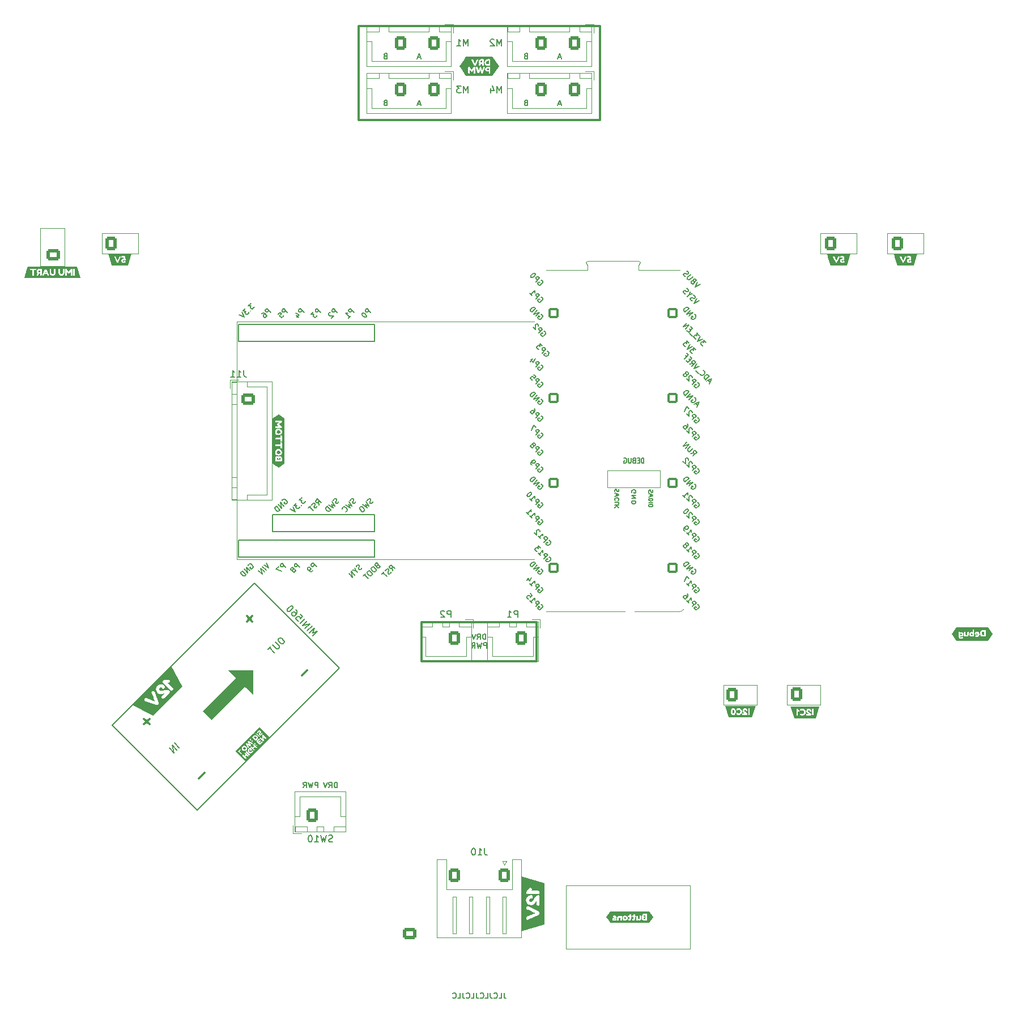
<source format=gbr>
%TF.GenerationSoftware,KiCad,Pcbnew,8.0.3*%
%TF.CreationDate,2024-06-17T20:38:05+08:00*%
%TF.ProjectId,top-rounded,746f702d-726f-4756-9e64-65642e6b6963,1.0.0*%
%TF.SameCoordinates,Original*%
%TF.FileFunction,Legend,Bot*%
%TF.FilePolarity,Positive*%
%FSLAX46Y46*%
G04 Gerber Fmt 4.6, Leading zero omitted, Abs format (unit mm)*
G04 Created by KiCad (PCBNEW 8.0.3) date 2024-06-17 20:38:05*
%MOMM*%
%LPD*%
G01*
G04 APERTURE LIST*
G04 Aperture macros list*
%AMRoundRect*
0 Rectangle with rounded corners*
0 $1 Rounding radius*
0 $2 $3 $4 $5 $6 $7 $8 $9 X,Y pos of 4 corners*
0 Add a 4 corners polygon primitive as box body*
4,1,4,$2,$3,$4,$5,$6,$7,$8,$9,$2,$3,0*
0 Add four circle primitives for the rounded corners*
1,1,$1+$1,$2,$3*
1,1,$1+$1,$4,$5*
1,1,$1+$1,$6,$7*
1,1,$1+$1,$8,$9*
0 Add four rect primitives between the rounded corners*
20,1,$1+$1,$2,$3,$4,$5,0*
20,1,$1+$1,$4,$5,$6,$7,0*
20,1,$1+$1,$6,$7,$8,$9,0*
20,1,$1+$1,$8,$9,$2,$3,0*%
%AMHorizOval*
0 Thick line with rounded ends*
0 $1 width*
0 $2 $3 position (X,Y) of the first rounded end (center of the circle)*
0 $4 $5 position (X,Y) of the second rounded end (center of the circle)*
0 Add line between two ends*
20,1,$1,$2,$3,$4,$5,0*
0 Add two circle primitives to create the rounded ends*
1,1,$1,$2,$3*
1,1,$1,$4,$5*%
%AMRotRect*
0 Rectangle, with rotation*
0 The origin of the aperture is its center*
0 $1 length*
0 $2 width*
0 $3 Rotation angle, in degrees counterclockwise*
0 Add horizontal line*
21,1,$1,$2,0,0,$3*%
%AMOutline5P*
0 Free polygon, 5 corners , with rotation*
0 The origin of the aperture is its center*
0 number of corners: always 5*
0 $1 to $10 corner X, Y*
0 $11 Rotation angle, in degrees counterclockwise*
0 create outline with 5 corners*
4,1,5,$1,$2,$3,$4,$5,$6,$7,$8,$9,$10,$1,$2,$11*%
%AMOutline6P*
0 Free polygon, 6 corners , with rotation*
0 The origin of the aperture is its center*
0 number of corners: always 6*
0 $1 to $12 corner X, Y*
0 $13 Rotation angle, in degrees counterclockwise*
0 create outline with 6 corners*
4,1,6,$1,$2,$3,$4,$5,$6,$7,$8,$9,$10,$11,$12,$1,$2,$13*%
%AMOutline7P*
0 Free polygon, 7 corners , with rotation*
0 The origin of the aperture is its center*
0 number of corners: always 7*
0 $1 to $14 corner X, Y*
0 $15 Rotation angle, in degrees counterclockwise*
0 create outline with 7 corners*
4,1,7,$1,$2,$3,$4,$5,$6,$7,$8,$9,$10,$11,$12,$13,$14,$1,$2,$15*%
%AMOutline8P*
0 Free polygon, 8 corners , with rotation*
0 The origin of the aperture is its center*
0 number of corners: always 8*
0 $1 to $16 corner X, Y*
0 $17 Rotation angle, in degrees counterclockwise*
0 create outline with 8 corners*
4,1,8,$1,$2,$3,$4,$5,$6,$7,$8,$9,$10,$11,$12,$13,$14,$15,$16,$1,$2,$17*%
%AMFreePoly0*
4,1,26,0.335306,0.780194,0.389950,0.741421,0.741421,0.389950,0.788777,0.314585,0.800000,0.248529,0.800000,-0.248529,0.780194,-0.335306,0.741421,-0.389950,0.389950,-0.741421,0.314585,-0.788777,0.248529,-0.800000,0.000000,-0.800000,-0.248529,-0.800000,-0.335306,-0.780194,-0.389950,-0.741421,-0.741421,-0.389950,-0.788777,-0.314585,-0.800000,-0.248529,-0.800000,0.248529,-0.780194,0.335306,
-0.741421,0.389950,-0.389950,0.741421,-0.314585,0.788777,-0.248529,0.800000,0.248529,0.800000,0.335306,0.780194,0.335306,0.780194,$1*%
G04 Aperture macros list end*
%ADD10C,0.100000*%
%ADD11C,0.300000*%
%ADD12C,0.150000*%
%ADD13C,0.200000*%
%ADD14C,0.120000*%
%ADD15C,0.000000*%
%ADD16RoundRect,0.250000X-0.600000X-0.750000X0.600000X-0.750000X0.600000X0.750000X-0.600000X0.750000X0*%
%ADD17O,1.700000X2.000000*%
%ADD18C,0.800000*%
%ADD19C,6.400000*%
%ADD20C,5.600000*%
%ADD21C,1.524000*%
%ADD22Outline8P,-0.762000X0.381000X-0.381000X0.762000X0.381000X0.762000X0.762000X0.381000X0.762000X-0.381000X0.381000X-0.762000X-0.381000X-0.762000X-0.762000X-0.381000X270.000000*%
%ADD23R,1.524000X1.524000*%
%ADD24C,5.400000*%
%ADD25RoundRect,0.250000X0.750000X-0.600000X0.750000X0.600000X-0.750000X0.600000X-0.750000X-0.600000X0*%
%ADD26O,2.000000X1.700000*%
%ADD27R,1.700000X1.700000*%
%ADD28O,1.700000X1.700000*%
%ADD29C,2.000000*%
%ADD30FreePoly0,0.000000*%
%ADD31C,1.600000*%
%ADD32RoundRect,0.200000X-0.600000X-0.600000X0.600000X-0.600000X0.600000X0.600000X-0.600000X0.600000X0*%
%ADD33C,1.574800*%
%ADD34R,1.574800X1.574800*%
%ADD35RoundRect,0.250000X0.476065X-0.811780X0.886489X0.315851X-0.476065X0.811780X-0.886489X-0.315851X0*%
%ADD36HorizOval,1.700000X-0.117462X0.042753X0.117462X-0.042753X0*%
%ADD37RotRect,1.700000X1.700000X315.000000*%
%ADD38C,1.700000*%
%ADD39RoundRect,0.250000X-0.750000X0.600000X-0.750000X-0.600000X0.750000X-0.600000X0.750000X0.600000X0*%
%ADD40C,1.400000*%
%ADD41O,1.400000X1.400000*%
%ADD42C,0.900000*%
%ADD43C,12.800000*%
%ADD44RoundRect,0.250000X0.600000X0.725000X-0.600000X0.725000X-0.600000X-0.725000X0.600000X-0.725000X0*%
%ADD45O,1.700000X1.950000*%
%ADD46RoundRect,0.250000X-0.725000X0.600000X-0.725000X-0.600000X0.725000X-0.600000X0.725000X0.600000X0*%
%ADD47O,1.950000X1.700000*%
%ADD48RoundRect,0.250000X0.600000X0.750000X-0.600000X0.750000X-0.600000X-0.750000X0.600000X-0.750000X0*%
G04 APERTURE END LIST*
D10*
X43600000Y-69000000D02*
X49000000Y-69000000D01*
X49000000Y-72000000D01*
X43600000Y-72000000D01*
X43600000Y-69000000D01*
X161000000Y-69000000D02*
X166400000Y-69000000D01*
X166400000Y-72000000D01*
X161000000Y-72000000D01*
X161000000Y-69000000D01*
X34402869Y-68200000D02*
X38000000Y-68200000D01*
X38000000Y-73902732D01*
X34402869Y-73902732D01*
X34402869Y-68200000D01*
D11*
X82000000Y-38000000D02*
X118000000Y-38000000D01*
X118000000Y-52000000D01*
X82000000Y-52000000D01*
X82000000Y-38000000D01*
D10*
X136500000Y-136500000D02*
X141500000Y-136500000D01*
X141500000Y-139500000D01*
X136500000Y-139500000D01*
X136500000Y-136500000D01*
X146000000Y-136500000D02*
X151000000Y-136500000D01*
X151000000Y-139500000D01*
X146000000Y-139500000D01*
X146000000Y-136500000D01*
D11*
X91413200Y-127158000D02*
X108586800Y-127158000D01*
X108586800Y-133000000D01*
X91413200Y-133000000D01*
X91413200Y-127158000D01*
D10*
X113000000Y-166500000D02*
X131500000Y-166500000D01*
X131500000Y-176000000D01*
X113000000Y-176000000D01*
X113000000Y-166500000D01*
X151000000Y-69000000D02*
X156400000Y-69000000D01*
X156400000Y-72000000D01*
X151000000Y-72000000D01*
X151000000Y-69000000D01*
D12*
X106942857Y-49443247D02*
X106828571Y-49481342D01*
X106828571Y-49481342D02*
X106790476Y-49519438D01*
X106790476Y-49519438D02*
X106752380Y-49595628D01*
X106752380Y-49595628D02*
X106752380Y-49709914D01*
X106752380Y-49709914D02*
X106790476Y-49786104D01*
X106790476Y-49786104D02*
X106828571Y-49824200D01*
X106828571Y-49824200D02*
X106904761Y-49862295D01*
X106904761Y-49862295D02*
X107209523Y-49862295D01*
X107209523Y-49862295D02*
X107209523Y-49062295D01*
X107209523Y-49062295D02*
X106942857Y-49062295D01*
X106942857Y-49062295D02*
X106866666Y-49100390D01*
X106866666Y-49100390D02*
X106828571Y-49138485D01*
X106828571Y-49138485D02*
X106790476Y-49214676D01*
X106790476Y-49214676D02*
X106790476Y-49290866D01*
X106790476Y-49290866D02*
X106828571Y-49367057D01*
X106828571Y-49367057D02*
X106866666Y-49405152D01*
X106866666Y-49405152D02*
X106942857Y-49443247D01*
X106942857Y-49443247D02*
X107209523Y-49443247D01*
X100952380Y-129718318D02*
X100952380Y-128918318D01*
X100952380Y-128918318D02*
X100761904Y-128918318D01*
X100761904Y-128918318D02*
X100647618Y-128956413D01*
X100647618Y-128956413D02*
X100571428Y-129032603D01*
X100571428Y-129032603D02*
X100533333Y-129108794D01*
X100533333Y-129108794D02*
X100495237Y-129261175D01*
X100495237Y-129261175D02*
X100495237Y-129375461D01*
X100495237Y-129375461D02*
X100533333Y-129527842D01*
X100533333Y-129527842D02*
X100571428Y-129604032D01*
X100571428Y-129604032D02*
X100647618Y-129680223D01*
X100647618Y-129680223D02*
X100761904Y-129718318D01*
X100761904Y-129718318D02*
X100952380Y-129718318D01*
X99695237Y-129718318D02*
X99961904Y-129337365D01*
X100152380Y-129718318D02*
X100152380Y-128918318D01*
X100152380Y-128918318D02*
X99847618Y-128918318D01*
X99847618Y-128918318D02*
X99771428Y-128956413D01*
X99771428Y-128956413D02*
X99733333Y-128994508D01*
X99733333Y-128994508D02*
X99695237Y-129070699D01*
X99695237Y-129070699D02*
X99695237Y-129184984D01*
X99695237Y-129184984D02*
X99733333Y-129261175D01*
X99733333Y-129261175D02*
X99771428Y-129299270D01*
X99771428Y-129299270D02*
X99847618Y-129337365D01*
X99847618Y-129337365D02*
X100152380Y-129337365D01*
X99466666Y-128918318D02*
X99199999Y-129718318D01*
X99199999Y-129718318D02*
X98933333Y-128918318D01*
X101066666Y-131006273D02*
X101066666Y-130206273D01*
X101066666Y-130206273D02*
X100761904Y-130206273D01*
X100761904Y-130206273D02*
X100685714Y-130244368D01*
X100685714Y-130244368D02*
X100647619Y-130282463D01*
X100647619Y-130282463D02*
X100609523Y-130358654D01*
X100609523Y-130358654D02*
X100609523Y-130472939D01*
X100609523Y-130472939D02*
X100647619Y-130549130D01*
X100647619Y-130549130D02*
X100685714Y-130587225D01*
X100685714Y-130587225D02*
X100761904Y-130625320D01*
X100761904Y-130625320D02*
X101066666Y-130625320D01*
X100342857Y-130206273D02*
X100152381Y-131006273D01*
X100152381Y-131006273D02*
X100000000Y-130434844D01*
X100000000Y-130434844D02*
X99847619Y-131006273D01*
X99847619Y-131006273D02*
X99657143Y-130206273D01*
X98895237Y-131006273D02*
X99161904Y-130625320D01*
X99352380Y-131006273D02*
X99352380Y-130206273D01*
X99352380Y-130206273D02*
X99047618Y-130206273D01*
X99047618Y-130206273D02*
X98971428Y-130244368D01*
X98971428Y-130244368D02*
X98933333Y-130282463D01*
X98933333Y-130282463D02*
X98895237Y-130358654D01*
X98895237Y-130358654D02*
X98895237Y-130472939D01*
X98895237Y-130472939D02*
X98933333Y-130549130D01*
X98933333Y-130549130D02*
X98971428Y-130587225D01*
X98971428Y-130587225D02*
X99047618Y-130625320D01*
X99047618Y-130625320D02*
X99352380Y-130625320D01*
X112190476Y-49633723D02*
X111809523Y-49633723D01*
X112266666Y-49862295D02*
X111999999Y-49062295D01*
X111999999Y-49062295D02*
X111733333Y-49862295D01*
X85942857Y-42443247D02*
X85828571Y-42481342D01*
X85828571Y-42481342D02*
X85790476Y-42519438D01*
X85790476Y-42519438D02*
X85752380Y-42595628D01*
X85752380Y-42595628D02*
X85752380Y-42709914D01*
X85752380Y-42709914D02*
X85790476Y-42786104D01*
X85790476Y-42786104D02*
X85828571Y-42824200D01*
X85828571Y-42824200D02*
X85904761Y-42862295D01*
X85904761Y-42862295D02*
X86209523Y-42862295D01*
X86209523Y-42862295D02*
X86209523Y-42062295D01*
X86209523Y-42062295D02*
X85942857Y-42062295D01*
X85942857Y-42062295D02*
X85866666Y-42100390D01*
X85866666Y-42100390D02*
X85828571Y-42138485D01*
X85828571Y-42138485D02*
X85790476Y-42214676D01*
X85790476Y-42214676D02*
X85790476Y-42290866D01*
X85790476Y-42290866D02*
X85828571Y-42367057D01*
X85828571Y-42367057D02*
X85866666Y-42405152D01*
X85866666Y-42405152D02*
X85942857Y-42443247D01*
X85942857Y-42443247D02*
X86209523Y-42443247D01*
X91190476Y-49633723D02*
X90809523Y-49633723D01*
X91266666Y-49862295D02*
X90999999Y-49062295D01*
X90999999Y-49062295D02*
X90733333Y-49862295D01*
X85942857Y-49443247D02*
X85828571Y-49481342D01*
X85828571Y-49481342D02*
X85790476Y-49519438D01*
X85790476Y-49519438D02*
X85752380Y-49595628D01*
X85752380Y-49595628D02*
X85752380Y-49709914D01*
X85752380Y-49709914D02*
X85790476Y-49786104D01*
X85790476Y-49786104D02*
X85828571Y-49824200D01*
X85828571Y-49824200D02*
X85904761Y-49862295D01*
X85904761Y-49862295D02*
X86209523Y-49862295D01*
X86209523Y-49862295D02*
X86209523Y-49062295D01*
X86209523Y-49062295D02*
X85942857Y-49062295D01*
X85942857Y-49062295D02*
X85866666Y-49100390D01*
X85866666Y-49100390D02*
X85828571Y-49138485D01*
X85828571Y-49138485D02*
X85790476Y-49214676D01*
X85790476Y-49214676D02*
X85790476Y-49290866D01*
X85790476Y-49290866D02*
X85828571Y-49367057D01*
X85828571Y-49367057D02*
X85866666Y-49405152D01*
X85866666Y-49405152D02*
X85942857Y-49443247D01*
X85942857Y-49443247D02*
X86209523Y-49443247D01*
X112190476Y-42633723D02*
X111809523Y-42633723D01*
X112266666Y-42862295D02*
X111999999Y-42062295D01*
X111999999Y-42062295D02*
X111733333Y-42862295D01*
X78764285Y-151862295D02*
X78764285Y-151062295D01*
X78764285Y-151062295D02*
X78573809Y-151062295D01*
X78573809Y-151062295D02*
X78459523Y-151100390D01*
X78459523Y-151100390D02*
X78383333Y-151176580D01*
X78383333Y-151176580D02*
X78345238Y-151252771D01*
X78345238Y-151252771D02*
X78307142Y-151405152D01*
X78307142Y-151405152D02*
X78307142Y-151519438D01*
X78307142Y-151519438D02*
X78345238Y-151671819D01*
X78345238Y-151671819D02*
X78383333Y-151748009D01*
X78383333Y-151748009D02*
X78459523Y-151824200D01*
X78459523Y-151824200D02*
X78573809Y-151862295D01*
X78573809Y-151862295D02*
X78764285Y-151862295D01*
X77507142Y-151862295D02*
X77773809Y-151481342D01*
X77964285Y-151862295D02*
X77964285Y-151062295D01*
X77964285Y-151062295D02*
X77659523Y-151062295D01*
X77659523Y-151062295D02*
X77583333Y-151100390D01*
X77583333Y-151100390D02*
X77545238Y-151138485D01*
X77545238Y-151138485D02*
X77507142Y-151214676D01*
X77507142Y-151214676D02*
X77507142Y-151328961D01*
X77507142Y-151328961D02*
X77545238Y-151405152D01*
X77545238Y-151405152D02*
X77583333Y-151443247D01*
X77583333Y-151443247D02*
X77659523Y-151481342D01*
X77659523Y-151481342D02*
X77964285Y-151481342D01*
X77278571Y-151062295D02*
X77011904Y-151862295D01*
X77011904Y-151862295D02*
X76745238Y-151062295D01*
X75869047Y-151862295D02*
X75869047Y-151062295D01*
X75869047Y-151062295D02*
X75564285Y-151062295D01*
X75564285Y-151062295D02*
X75488095Y-151100390D01*
X75488095Y-151100390D02*
X75450000Y-151138485D01*
X75450000Y-151138485D02*
X75411904Y-151214676D01*
X75411904Y-151214676D02*
X75411904Y-151328961D01*
X75411904Y-151328961D02*
X75450000Y-151405152D01*
X75450000Y-151405152D02*
X75488095Y-151443247D01*
X75488095Y-151443247D02*
X75564285Y-151481342D01*
X75564285Y-151481342D02*
X75869047Y-151481342D01*
X75145238Y-151062295D02*
X74954762Y-151862295D01*
X74954762Y-151862295D02*
X74802381Y-151290866D01*
X74802381Y-151290866D02*
X74650000Y-151862295D01*
X74650000Y-151862295D02*
X74459524Y-151062295D01*
X73697618Y-151862295D02*
X73964285Y-151481342D01*
X74154761Y-151862295D02*
X74154761Y-151062295D01*
X74154761Y-151062295D02*
X73849999Y-151062295D01*
X73849999Y-151062295D02*
X73773809Y-151100390D01*
X73773809Y-151100390D02*
X73735714Y-151138485D01*
X73735714Y-151138485D02*
X73697618Y-151214676D01*
X73697618Y-151214676D02*
X73697618Y-151328961D01*
X73697618Y-151328961D02*
X73735714Y-151405152D01*
X73735714Y-151405152D02*
X73773809Y-151443247D01*
X73773809Y-151443247D02*
X73849999Y-151481342D01*
X73849999Y-151481342D02*
X74154761Y-151481342D01*
X106942857Y-42443247D02*
X106828571Y-42481342D01*
X106828571Y-42481342D02*
X106790476Y-42519438D01*
X106790476Y-42519438D02*
X106752380Y-42595628D01*
X106752380Y-42595628D02*
X106752380Y-42709914D01*
X106752380Y-42709914D02*
X106790476Y-42786104D01*
X106790476Y-42786104D02*
X106828571Y-42824200D01*
X106828571Y-42824200D02*
X106904761Y-42862295D01*
X106904761Y-42862295D02*
X107209523Y-42862295D01*
X107209523Y-42862295D02*
X107209523Y-42062295D01*
X107209523Y-42062295D02*
X106942857Y-42062295D01*
X106942857Y-42062295D02*
X106866666Y-42100390D01*
X106866666Y-42100390D02*
X106828571Y-42138485D01*
X106828571Y-42138485D02*
X106790476Y-42214676D01*
X106790476Y-42214676D02*
X106790476Y-42290866D01*
X106790476Y-42290866D02*
X106828571Y-42367057D01*
X106828571Y-42367057D02*
X106866666Y-42405152D01*
X106866666Y-42405152D02*
X106942857Y-42443247D01*
X106942857Y-42443247D02*
X107209523Y-42443247D01*
X103695238Y-182562295D02*
X103695238Y-183133723D01*
X103695238Y-183133723D02*
X103733333Y-183248009D01*
X103733333Y-183248009D02*
X103809524Y-183324200D01*
X103809524Y-183324200D02*
X103923809Y-183362295D01*
X103923809Y-183362295D02*
X104000000Y-183362295D01*
X102933333Y-183362295D02*
X103314285Y-183362295D01*
X103314285Y-183362295D02*
X103314285Y-182562295D01*
X102209523Y-183286104D02*
X102247619Y-183324200D01*
X102247619Y-183324200D02*
X102361904Y-183362295D01*
X102361904Y-183362295D02*
X102438095Y-183362295D01*
X102438095Y-183362295D02*
X102552381Y-183324200D01*
X102552381Y-183324200D02*
X102628571Y-183248009D01*
X102628571Y-183248009D02*
X102666666Y-183171819D01*
X102666666Y-183171819D02*
X102704762Y-183019438D01*
X102704762Y-183019438D02*
X102704762Y-182905152D01*
X102704762Y-182905152D02*
X102666666Y-182752771D01*
X102666666Y-182752771D02*
X102628571Y-182676580D01*
X102628571Y-182676580D02*
X102552381Y-182600390D01*
X102552381Y-182600390D02*
X102438095Y-182562295D01*
X102438095Y-182562295D02*
X102361904Y-182562295D01*
X102361904Y-182562295D02*
X102247619Y-182600390D01*
X102247619Y-182600390D02*
X102209523Y-182638485D01*
X101638095Y-182562295D02*
X101638095Y-183133723D01*
X101638095Y-183133723D02*
X101676190Y-183248009D01*
X101676190Y-183248009D02*
X101752381Y-183324200D01*
X101752381Y-183324200D02*
X101866666Y-183362295D01*
X101866666Y-183362295D02*
X101942857Y-183362295D01*
X100876190Y-183362295D02*
X101257142Y-183362295D01*
X101257142Y-183362295D02*
X101257142Y-182562295D01*
X100152380Y-183286104D02*
X100190476Y-183324200D01*
X100190476Y-183324200D02*
X100304761Y-183362295D01*
X100304761Y-183362295D02*
X100380952Y-183362295D01*
X100380952Y-183362295D02*
X100495238Y-183324200D01*
X100495238Y-183324200D02*
X100571428Y-183248009D01*
X100571428Y-183248009D02*
X100609523Y-183171819D01*
X100609523Y-183171819D02*
X100647619Y-183019438D01*
X100647619Y-183019438D02*
X100647619Y-182905152D01*
X100647619Y-182905152D02*
X100609523Y-182752771D01*
X100609523Y-182752771D02*
X100571428Y-182676580D01*
X100571428Y-182676580D02*
X100495238Y-182600390D01*
X100495238Y-182600390D02*
X100380952Y-182562295D01*
X100380952Y-182562295D02*
X100304761Y-182562295D01*
X100304761Y-182562295D02*
X100190476Y-182600390D01*
X100190476Y-182600390D02*
X100152380Y-182638485D01*
X99580952Y-182562295D02*
X99580952Y-183133723D01*
X99580952Y-183133723D02*
X99619047Y-183248009D01*
X99619047Y-183248009D02*
X99695238Y-183324200D01*
X99695238Y-183324200D02*
X99809523Y-183362295D01*
X99809523Y-183362295D02*
X99885714Y-183362295D01*
X98819047Y-183362295D02*
X99199999Y-183362295D01*
X99199999Y-183362295D02*
X99199999Y-182562295D01*
X98095237Y-183286104D02*
X98133333Y-183324200D01*
X98133333Y-183324200D02*
X98247618Y-183362295D01*
X98247618Y-183362295D02*
X98323809Y-183362295D01*
X98323809Y-183362295D02*
X98438095Y-183324200D01*
X98438095Y-183324200D02*
X98514285Y-183248009D01*
X98514285Y-183248009D02*
X98552380Y-183171819D01*
X98552380Y-183171819D02*
X98590476Y-183019438D01*
X98590476Y-183019438D02*
X98590476Y-182905152D01*
X98590476Y-182905152D02*
X98552380Y-182752771D01*
X98552380Y-182752771D02*
X98514285Y-182676580D01*
X98514285Y-182676580D02*
X98438095Y-182600390D01*
X98438095Y-182600390D02*
X98323809Y-182562295D01*
X98323809Y-182562295D02*
X98247618Y-182562295D01*
X98247618Y-182562295D02*
X98133333Y-182600390D01*
X98133333Y-182600390D02*
X98095237Y-182638485D01*
X97523809Y-182562295D02*
X97523809Y-183133723D01*
X97523809Y-183133723D02*
X97561904Y-183248009D01*
X97561904Y-183248009D02*
X97638095Y-183324200D01*
X97638095Y-183324200D02*
X97752380Y-183362295D01*
X97752380Y-183362295D02*
X97828571Y-183362295D01*
X96761904Y-183362295D02*
X97142856Y-183362295D01*
X97142856Y-183362295D02*
X97142856Y-182562295D01*
X96038094Y-183286104D02*
X96076190Y-183324200D01*
X96076190Y-183324200D02*
X96190475Y-183362295D01*
X96190475Y-183362295D02*
X96266666Y-183362295D01*
X96266666Y-183362295D02*
X96380952Y-183324200D01*
X96380952Y-183324200D02*
X96457142Y-183248009D01*
X96457142Y-183248009D02*
X96495237Y-183171819D01*
X96495237Y-183171819D02*
X96533333Y-183019438D01*
X96533333Y-183019438D02*
X96533333Y-182905152D01*
X96533333Y-182905152D02*
X96495237Y-182752771D01*
X96495237Y-182752771D02*
X96457142Y-182676580D01*
X96457142Y-182676580D02*
X96380952Y-182600390D01*
X96380952Y-182600390D02*
X96266666Y-182562295D01*
X96266666Y-182562295D02*
X96190475Y-182562295D01*
X96190475Y-182562295D02*
X96076190Y-182600390D01*
X96076190Y-182600390D02*
X96038094Y-182638485D01*
X91190476Y-42633723D02*
X90809523Y-42633723D01*
X91266666Y-42862295D02*
X90999999Y-42062295D01*
X90999999Y-42062295D02*
X90733333Y-42862295D01*
X71073710Y-118888651D02*
X70508025Y-118322966D01*
X70508025Y-118322966D02*
X70292526Y-118538465D01*
X70292526Y-118538465D02*
X70265588Y-118619277D01*
X70265588Y-118619277D02*
X70265588Y-118673152D01*
X70265588Y-118673152D02*
X70292526Y-118753964D01*
X70292526Y-118753964D02*
X70373338Y-118834777D01*
X70373338Y-118834777D02*
X70454150Y-118861714D01*
X70454150Y-118861714D02*
X70508025Y-118861714D01*
X70508025Y-118861714D02*
X70588837Y-118834777D01*
X70588837Y-118834777D02*
X70804336Y-118619277D01*
X69996214Y-118834777D02*
X69619091Y-119211900D01*
X69619091Y-119211900D02*
X70427213Y-119535149D01*
X82429616Y-119028871D02*
X82375741Y-119136621D01*
X82375741Y-119136621D02*
X82241054Y-119271308D01*
X82241054Y-119271308D02*
X82160242Y-119298245D01*
X82160242Y-119298245D02*
X82106367Y-119298245D01*
X82106367Y-119298245D02*
X82025555Y-119271308D01*
X82025555Y-119271308D02*
X81971680Y-119217433D01*
X81971680Y-119217433D02*
X81944743Y-119136621D01*
X81944743Y-119136621D02*
X81944743Y-119082746D01*
X81944743Y-119082746D02*
X81971680Y-119001934D01*
X81971680Y-119001934D02*
X82052492Y-118867247D01*
X82052492Y-118867247D02*
X82079430Y-118786435D01*
X82079430Y-118786435D02*
X82079430Y-118732560D01*
X82079430Y-118732560D02*
X82052492Y-118651748D01*
X82052492Y-118651748D02*
X81998617Y-118597873D01*
X81998617Y-118597873D02*
X81917805Y-118570935D01*
X81917805Y-118570935D02*
X81863930Y-118570935D01*
X81863930Y-118570935D02*
X81783118Y-118597873D01*
X81783118Y-118597873D02*
X81648431Y-118732560D01*
X81648431Y-118732560D02*
X81594556Y-118840309D01*
X81513744Y-119459870D02*
X81783118Y-119729244D01*
X81405994Y-118974997D02*
X81513744Y-119459870D01*
X81513744Y-119459870D02*
X81028871Y-119352120D01*
X81405995Y-120106367D02*
X80840309Y-119540682D01*
X80840309Y-119540682D02*
X81082746Y-120429616D01*
X81082746Y-120429616D02*
X80517060Y-119863931D01*
X73173710Y-118888651D02*
X72608025Y-118322966D01*
X72608025Y-118322966D02*
X72392526Y-118538465D01*
X72392526Y-118538465D02*
X72365588Y-118619277D01*
X72365588Y-118619277D02*
X72365588Y-118673152D01*
X72365588Y-118673152D02*
X72392526Y-118753964D01*
X72392526Y-118753964D02*
X72473338Y-118834777D01*
X72473338Y-118834777D02*
X72554150Y-118861714D01*
X72554150Y-118861714D02*
X72608025Y-118861714D01*
X72608025Y-118861714D02*
X72688837Y-118834777D01*
X72688837Y-118834777D02*
X72904336Y-118619277D01*
X72203964Y-119211900D02*
X72230901Y-119131088D01*
X72230901Y-119131088D02*
X72230901Y-119077213D01*
X72230901Y-119077213D02*
X72203964Y-118996401D01*
X72203964Y-118996401D02*
X72177027Y-118969464D01*
X72177027Y-118969464D02*
X72096214Y-118942526D01*
X72096214Y-118942526D02*
X72042340Y-118942526D01*
X72042340Y-118942526D02*
X71961527Y-118969464D01*
X71961527Y-118969464D02*
X71853778Y-119077213D01*
X71853778Y-119077213D02*
X71826840Y-119158025D01*
X71826840Y-119158025D02*
X71826840Y-119211900D01*
X71826840Y-119211900D02*
X71853778Y-119292712D01*
X71853778Y-119292712D02*
X71880715Y-119319650D01*
X71880715Y-119319650D02*
X71961527Y-119346587D01*
X71961527Y-119346587D02*
X72015402Y-119346587D01*
X72015402Y-119346587D02*
X72096214Y-119319650D01*
X72096214Y-119319650D02*
X72203964Y-119211900D01*
X72203964Y-119211900D02*
X72284776Y-119184963D01*
X72284776Y-119184963D02*
X72338651Y-119184963D01*
X72338651Y-119184963D02*
X72419463Y-119211900D01*
X72419463Y-119211900D02*
X72527213Y-119319650D01*
X72527213Y-119319650D02*
X72554150Y-119400462D01*
X72554150Y-119400462D02*
X72554150Y-119454337D01*
X72554150Y-119454337D02*
X72527213Y-119535149D01*
X72527213Y-119535149D02*
X72419463Y-119642899D01*
X72419463Y-119642899D02*
X72338651Y-119669836D01*
X72338651Y-119669836D02*
X72284776Y-119669836D01*
X72284776Y-119669836D02*
X72203964Y-119642899D01*
X72203964Y-119642899D02*
X72096214Y-119535149D01*
X72096214Y-119535149D02*
X72069277Y-119454337D01*
X72069277Y-119454337D02*
X72069277Y-119400462D01*
X72069277Y-119400462D02*
X72096214Y-119319650D01*
X84110428Y-109108059D02*
X84056553Y-109215808D01*
X84056553Y-109215808D02*
X83921866Y-109350495D01*
X83921866Y-109350495D02*
X83841054Y-109377433D01*
X83841054Y-109377433D02*
X83787179Y-109377433D01*
X83787179Y-109377433D02*
X83706367Y-109350495D01*
X83706367Y-109350495D02*
X83652492Y-109296621D01*
X83652492Y-109296621D02*
X83625555Y-109215808D01*
X83625555Y-109215808D02*
X83625555Y-109161934D01*
X83625555Y-109161934D02*
X83652492Y-109081121D01*
X83652492Y-109081121D02*
X83733305Y-108946434D01*
X83733305Y-108946434D02*
X83760242Y-108865622D01*
X83760242Y-108865622D02*
X83760242Y-108811747D01*
X83760242Y-108811747D02*
X83733305Y-108730935D01*
X83733305Y-108730935D02*
X83679430Y-108677060D01*
X83679430Y-108677060D02*
X83598618Y-108650123D01*
X83598618Y-108650123D02*
X83544743Y-108650123D01*
X83544743Y-108650123D02*
X83463931Y-108677060D01*
X83463931Y-108677060D02*
X83329244Y-108811747D01*
X83329244Y-108811747D02*
X83275369Y-108919497D01*
X83059869Y-109081122D02*
X83490868Y-109781494D01*
X83490868Y-109781494D02*
X82979057Y-109485183D01*
X82979057Y-109485183D02*
X83275369Y-109996993D01*
X83275369Y-109996993D02*
X82574996Y-109565995D01*
X82251747Y-109889244D02*
X82143998Y-109996993D01*
X82143998Y-109996993D02*
X82117060Y-110077806D01*
X82117060Y-110077806D02*
X82117060Y-110185555D01*
X82117060Y-110185555D02*
X82197872Y-110320242D01*
X82197872Y-110320242D02*
X82386434Y-110508804D01*
X82386434Y-110508804D02*
X82521121Y-110589616D01*
X82521121Y-110589616D02*
X82628871Y-110589616D01*
X82628871Y-110589616D02*
X82709683Y-110562679D01*
X82709683Y-110562679D02*
X82817433Y-110454929D01*
X82817433Y-110454929D02*
X82844370Y-110374117D01*
X82844370Y-110374117D02*
X82844370Y-110266367D01*
X82844370Y-110266367D02*
X82763558Y-110131680D01*
X82763558Y-110131680D02*
X82574996Y-109943119D01*
X82574996Y-109943119D02*
X82440309Y-109862306D01*
X82440309Y-109862306D02*
X82332559Y-109862306D01*
X82332559Y-109862306D02*
X82251747Y-109889244D01*
X70548431Y-108946435D02*
X70575368Y-108865623D01*
X70575368Y-108865623D02*
X70656180Y-108784811D01*
X70656180Y-108784811D02*
X70763930Y-108730936D01*
X70763930Y-108730936D02*
X70871680Y-108730936D01*
X70871680Y-108730936D02*
X70952492Y-108757873D01*
X70952492Y-108757873D02*
X71087179Y-108838685D01*
X71087179Y-108838685D02*
X71167991Y-108919498D01*
X71167991Y-108919498D02*
X71248803Y-109054185D01*
X71248803Y-109054185D02*
X71275741Y-109134997D01*
X71275741Y-109134997D02*
X71275741Y-109242746D01*
X71275741Y-109242746D02*
X71221866Y-109350496D01*
X71221866Y-109350496D02*
X71167991Y-109404371D01*
X71167991Y-109404371D02*
X71060241Y-109458246D01*
X71060241Y-109458246D02*
X71006367Y-109458246D01*
X71006367Y-109458246D02*
X70817805Y-109269684D01*
X70817805Y-109269684D02*
X70925554Y-109161934D01*
X70817805Y-109754557D02*
X70252119Y-109188872D01*
X70252119Y-109188872D02*
X70494556Y-110077806D01*
X70494556Y-110077806D02*
X69928871Y-109512120D01*
X70225182Y-110347180D02*
X69659497Y-109781494D01*
X69659497Y-109781494D02*
X69524810Y-109916181D01*
X69524810Y-109916181D02*
X69470935Y-110023931D01*
X69470935Y-110023931D02*
X69470935Y-110131680D01*
X69470935Y-110131680D02*
X69497872Y-110212493D01*
X69497872Y-110212493D02*
X69578685Y-110347180D01*
X69578685Y-110347180D02*
X69659497Y-110427992D01*
X69659497Y-110427992D02*
X69794184Y-110508804D01*
X69794184Y-110508804D02*
X69874996Y-110535741D01*
X69874996Y-110535741D02*
X69982746Y-110535741D01*
X69982746Y-110535741D02*
X70090495Y-110481867D01*
X70090495Y-110481867D02*
X70225182Y-110347180D01*
X84727585Y-118692154D02*
X84673711Y-118799903D01*
X84673711Y-118799903D02*
X84673711Y-118853778D01*
X84673711Y-118853778D02*
X84700648Y-118934590D01*
X84700648Y-118934590D02*
X84781460Y-119015402D01*
X84781460Y-119015402D02*
X84862272Y-119042340D01*
X84862272Y-119042340D02*
X84916147Y-119042340D01*
X84916147Y-119042340D02*
X84996959Y-119015402D01*
X84996959Y-119015402D02*
X85212459Y-118799903D01*
X85212459Y-118799903D02*
X84646773Y-118234218D01*
X84646773Y-118234218D02*
X84458211Y-118422780D01*
X84458211Y-118422780D02*
X84431274Y-118503592D01*
X84431274Y-118503592D02*
X84431274Y-118557467D01*
X84431274Y-118557467D02*
X84458211Y-118638279D01*
X84458211Y-118638279D02*
X84512086Y-118692154D01*
X84512086Y-118692154D02*
X84592898Y-118719091D01*
X84592898Y-118719091D02*
X84646773Y-118719091D01*
X84646773Y-118719091D02*
X84727585Y-118692154D01*
X84727585Y-118692154D02*
X84916147Y-118503592D01*
X83973338Y-118907653D02*
X83865589Y-119015402D01*
X83865589Y-119015402D02*
X83838651Y-119096215D01*
X83838651Y-119096215D02*
X83838651Y-119203964D01*
X83838651Y-119203964D02*
X83919463Y-119338651D01*
X83919463Y-119338651D02*
X84108025Y-119527213D01*
X84108025Y-119527213D02*
X84242712Y-119608025D01*
X84242712Y-119608025D02*
X84350462Y-119608025D01*
X84350462Y-119608025D02*
X84431274Y-119581088D01*
X84431274Y-119581088D02*
X84539024Y-119473338D01*
X84539024Y-119473338D02*
X84565961Y-119392526D01*
X84565961Y-119392526D02*
X84565961Y-119284776D01*
X84565961Y-119284776D02*
X84485149Y-119150089D01*
X84485149Y-119150089D02*
X84296587Y-118961528D01*
X84296587Y-118961528D02*
X84161900Y-118880715D01*
X84161900Y-118880715D02*
X84054150Y-118880715D01*
X84054150Y-118880715D02*
X83973338Y-118907653D01*
X83380715Y-119500276D02*
X83272966Y-119608025D01*
X83272966Y-119608025D02*
X83246028Y-119688837D01*
X83246028Y-119688837D02*
X83246028Y-119796587D01*
X83246028Y-119796587D02*
X83326841Y-119931274D01*
X83326841Y-119931274D02*
X83515402Y-120119836D01*
X83515402Y-120119836D02*
X83650089Y-120200648D01*
X83650089Y-120200648D02*
X83757839Y-120200648D01*
X83757839Y-120200648D02*
X83838651Y-120173711D01*
X83838651Y-120173711D02*
X83946401Y-120065961D01*
X83946401Y-120065961D02*
X83973338Y-119985149D01*
X83973338Y-119985149D02*
X83973338Y-119877399D01*
X83973338Y-119877399D02*
X83892526Y-119742712D01*
X83892526Y-119742712D02*
X83703964Y-119554150D01*
X83703964Y-119554150D02*
X83569277Y-119473338D01*
X83569277Y-119473338D02*
X83461528Y-119473338D01*
X83461528Y-119473338D02*
X83380715Y-119500276D01*
X82976655Y-119904336D02*
X82653406Y-120227585D01*
X83380716Y-120631646D02*
X82815030Y-120065961D01*
X76045961Y-109606401D02*
X75965149Y-109148465D01*
X76369210Y-109283152D02*
X75803524Y-108717467D01*
X75803524Y-108717467D02*
X75588025Y-108932966D01*
X75588025Y-108932966D02*
X75561088Y-109013778D01*
X75561088Y-109013778D02*
X75561088Y-109067653D01*
X75561088Y-109067653D02*
X75588025Y-109148465D01*
X75588025Y-109148465D02*
X75668837Y-109229277D01*
X75668837Y-109229277D02*
X75749649Y-109256215D01*
X75749649Y-109256215D02*
X75803524Y-109256215D01*
X75803524Y-109256215D02*
X75884336Y-109229277D01*
X75884336Y-109229277D02*
X76099836Y-109013778D01*
X75803524Y-109794963D02*
X75749649Y-109902712D01*
X75749649Y-109902712D02*
X75614962Y-110037399D01*
X75614962Y-110037399D02*
X75534150Y-110064337D01*
X75534150Y-110064337D02*
X75480275Y-110064337D01*
X75480275Y-110064337D02*
X75399463Y-110037399D01*
X75399463Y-110037399D02*
X75345588Y-109983525D01*
X75345588Y-109983525D02*
X75318651Y-109902712D01*
X75318651Y-109902712D02*
X75318651Y-109848838D01*
X75318651Y-109848838D02*
X75345588Y-109768025D01*
X75345588Y-109768025D02*
X75426401Y-109633338D01*
X75426401Y-109633338D02*
X75453338Y-109552526D01*
X75453338Y-109552526D02*
X75453338Y-109498651D01*
X75453338Y-109498651D02*
X75426401Y-109417839D01*
X75426401Y-109417839D02*
X75372526Y-109363964D01*
X75372526Y-109363964D02*
X75291714Y-109337027D01*
X75291714Y-109337027D02*
X75237839Y-109337027D01*
X75237839Y-109337027D02*
X75157027Y-109363964D01*
X75157027Y-109363964D02*
X75022340Y-109498651D01*
X75022340Y-109498651D02*
X74968465Y-109606401D01*
X74779903Y-109741088D02*
X74456654Y-110064337D01*
X75183964Y-110468398D02*
X74618278Y-109902713D01*
X68845416Y-80788651D02*
X68279731Y-80222966D01*
X68279731Y-80222966D02*
X68064232Y-80438465D01*
X68064232Y-80438465D02*
X68037294Y-80519277D01*
X68037294Y-80519277D02*
X68037294Y-80573152D01*
X68037294Y-80573152D02*
X68064232Y-80653964D01*
X68064232Y-80653964D02*
X68145044Y-80734777D01*
X68145044Y-80734777D02*
X68225856Y-80761714D01*
X68225856Y-80761714D02*
X68279731Y-80761714D01*
X68279731Y-80761714D02*
X68360543Y-80734777D01*
X68360543Y-80734777D02*
X68576042Y-80519277D01*
X67471609Y-81031088D02*
X67579359Y-80923338D01*
X67579359Y-80923338D02*
X67660171Y-80896401D01*
X67660171Y-80896401D02*
X67714046Y-80896401D01*
X67714046Y-80896401D02*
X67848733Y-80923338D01*
X67848733Y-80923338D02*
X67983420Y-81004151D01*
X67983420Y-81004151D02*
X68198919Y-81219650D01*
X68198919Y-81219650D02*
X68225856Y-81300462D01*
X68225856Y-81300462D02*
X68225856Y-81354337D01*
X68225856Y-81354337D02*
X68198919Y-81435149D01*
X68198919Y-81435149D02*
X68091169Y-81542899D01*
X68091169Y-81542899D02*
X68010357Y-81569836D01*
X68010357Y-81569836D02*
X67956482Y-81569836D01*
X67956482Y-81569836D02*
X67875670Y-81542899D01*
X67875670Y-81542899D02*
X67740983Y-81408212D01*
X67740983Y-81408212D02*
X67714046Y-81327399D01*
X67714046Y-81327399D02*
X67714046Y-81273525D01*
X67714046Y-81273525D02*
X67740983Y-81192712D01*
X67740983Y-81192712D02*
X67848733Y-81084963D01*
X67848733Y-81084963D02*
X67929545Y-81058025D01*
X67929545Y-81058025D02*
X67983420Y-81058025D01*
X67983420Y-81058025D02*
X68064232Y-81084963D01*
X81285661Y-80788651D02*
X80719976Y-80222966D01*
X80719976Y-80222966D02*
X80504477Y-80438465D01*
X80504477Y-80438465D02*
X80477539Y-80519277D01*
X80477539Y-80519277D02*
X80477539Y-80573152D01*
X80477539Y-80573152D02*
X80504477Y-80653964D01*
X80504477Y-80653964D02*
X80585289Y-80734777D01*
X80585289Y-80734777D02*
X80666101Y-80761714D01*
X80666101Y-80761714D02*
X80719976Y-80761714D01*
X80719976Y-80761714D02*
X80800788Y-80734777D01*
X80800788Y-80734777D02*
X81016287Y-80519277D01*
X80423665Y-81650648D02*
X80746913Y-81327399D01*
X80585289Y-81489024D02*
X80019604Y-80923338D01*
X80019604Y-80923338D02*
X80154291Y-80950276D01*
X80154291Y-80950276D02*
X80262040Y-80950276D01*
X80262040Y-80950276D02*
X80342852Y-80923338D01*
X78797612Y-80788651D02*
X78231927Y-80222966D01*
X78231927Y-80222966D02*
X78016428Y-80438465D01*
X78016428Y-80438465D02*
X77989490Y-80519277D01*
X77989490Y-80519277D02*
X77989490Y-80573152D01*
X77989490Y-80573152D02*
X78016428Y-80653964D01*
X78016428Y-80653964D02*
X78097240Y-80734777D01*
X78097240Y-80734777D02*
X78178052Y-80761714D01*
X78178052Y-80761714D02*
X78231927Y-80761714D01*
X78231927Y-80761714D02*
X78312739Y-80734777D01*
X78312739Y-80734777D02*
X78528238Y-80519277D01*
X77747054Y-80815589D02*
X77693179Y-80815589D01*
X77693179Y-80815589D02*
X77612367Y-80842526D01*
X77612367Y-80842526D02*
X77477680Y-80977213D01*
X77477680Y-80977213D02*
X77450742Y-81058025D01*
X77450742Y-81058025D02*
X77450742Y-81111900D01*
X77450742Y-81111900D02*
X77477680Y-81192712D01*
X77477680Y-81192712D02*
X77531555Y-81246587D01*
X77531555Y-81246587D02*
X77639304Y-81300462D01*
X77639304Y-81300462D02*
X78285802Y-81300462D01*
X78285802Y-81300462D02*
X77935616Y-81650648D01*
X83773710Y-80788651D02*
X83208025Y-80222966D01*
X83208025Y-80222966D02*
X82992526Y-80438465D01*
X82992526Y-80438465D02*
X82965588Y-80519277D01*
X82965588Y-80519277D02*
X82965588Y-80573152D01*
X82965588Y-80573152D02*
X82992526Y-80653964D01*
X82992526Y-80653964D02*
X83073338Y-80734777D01*
X83073338Y-80734777D02*
X83154150Y-80761714D01*
X83154150Y-80761714D02*
X83208025Y-80761714D01*
X83208025Y-80761714D02*
X83288837Y-80734777D01*
X83288837Y-80734777D02*
X83504336Y-80519277D01*
X82534590Y-80896401D02*
X82480715Y-80950276D01*
X82480715Y-80950276D02*
X82453778Y-81031088D01*
X82453778Y-81031088D02*
X82453778Y-81084963D01*
X82453778Y-81084963D02*
X82480715Y-81165775D01*
X82480715Y-81165775D02*
X82561527Y-81300462D01*
X82561527Y-81300462D02*
X82696214Y-81435149D01*
X82696214Y-81435149D02*
X82830901Y-81515961D01*
X82830901Y-81515961D02*
X82911714Y-81542899D01*
X82911714Y-81542899D02*
X82965588Y-81542899D01*
X82965588Y-81542899D02*
X83046401Y-81515961D01*
X83046401Y-81515961D02*
X83100275Y-81462087D01*
X83100275Y-81462087D02*
X83127213Y-81381274D01*
X83127213Y-81381274D02*
X83127213Y-81327399D01*
X83127213Y-81327399D02*
X83100275Y-81246587D01*
X83100275Y-81246587D02*
X83019463Y-81111900D01*
X83019463Y-81111900D02*
X82884776Y-80977213D01*
X82884776Y-80977213D02*
X82750089Y-80896401D01*
X82750089Y-80896401D02*
X82669277Y-80869464D01*
X82669277Y-80869464D02*
X82615402Y-80869464D01*
X82615402Y-80869464D02*
X82534590Y-80896401D01*
X79016959Y-109121528D02*
X78963084Y-109229277D01*
X78963084Y-109229277D02*
X78828397Y-109363964D01*
X78828397Y-109363964D02*
X78747585Y-109390902D01*
X78747585Y-109390902D02*
X78693710Y-109390902D01*
X78693710Y-109390902D02*
X78612898Y-109363964D01*
X78612898Y-109363964D02*
X78559023Y-109310090D01*
X78559023Y-109310090D02*
X78532086Y-109229277D01*
X78532086Y-109229277D02*
X78532086Y-109175403D01*
X78532086Y-109175403D02*
X78559023Y-109094590D01*
X78559023Y-109094590D02*
X78639836Y-108959903D01*
X78639836Y-108959903D02*
X78666773Y-108879091D01*
X78666773Y-108879091D02*
X78666773Y-108825216D01*
X78666773Y-108825216D02*
X78639836Y-108744404D01*
X78639836Y-108744404D02*
X78585961Y-108690529D01*
X78585961Y-108690529D02*
X78505149Y-108663592D01*
X78505149Y-108663592D02*
X78451274Y-108663592D01*
X78451274Y-108663592D02*
X78370462Y-108690529D01*
X78370462Y-108690529D02*
X78235775Y-108825216D01*
X78235775Y-108825216D02*
X78181900Y-108932966D01*
X77966400Y-109094591D02*
X78397399Y-109794963D01*
X78397399Y-109794963D02*
X77885588Y-109498652D01*
X77885588Y-109498652D02*
X78181900Y-110010462D01*
X78181900Y-110010462D02*
X77481527Y-109579464D01*
X77831713Y-110360649D02*
X77266028Y-109794963D01*
X77266028Y-109794963D02*
X77131341Y-109929650D01*
X77131341Y-109929650D02*
X77077466Y-110037400D01*
X77077466Y-110037400D02*
X77077466Y-110145149D01*
X77077466Y-110145149D02*
X77104403Y-110225962D01*
X77104403Y-110225962D02*
X77185216Y-110360649D01*
X77185216Y-110360649D02*
X77266028Y-110441461D01*
X77266028Y-110441461D02*
X77400715Y-110522273D01*
X77400715Y-110522273D02*
X77481527Y-110549210D01*
X77481527Y-110549210D02*
X77589277Y-110549210D01*
X77589277Y-110549210D02*
X77697026Y-110495336D01*
X77697026Y-110495336D02*
X77831713Y-110360649D01*
X73821514Y-80788651D02*
X73255829Y-80222966D01*
X73255829Y-80222966D02*
X73040330Y-80438465D01*
X73040330Y-80438465D02*
X73013392Y-80519277D01*
X73013392Y-80519277D02*
X73013392Y-80573152D01*
X73013392Y-80573152D02*
X73040330Y-80653964D01*
X73040330Y-80653964D02*
X73121142Y-80734777D01*
X73121142Y-80734777D02*
X73201954Y-80761714D01*
X73201954Y-80761714D02*
X73255829Y-80761714D01*
X73255829Y-80761714D02*
X73336641Y-80734777D01*
X73336641Y-80734777D02*
X73552140Y-80519277D01*
X72636269Y-81219650D02*
X73013392Y-81596774D01*
X72555457Y-80869464D02*
X73094205Y-81138838D01*
X73094205Y-81138838D02*
X72744018Y-81489024D01*
X81556959Y-109121528D02*
X81503084Y-109229277D01*
X81503084Y-109229277D02*
X81368397Y-109363964D01*
X81368397Y-109363964D02*
X81287585Y-109390902D01*
X81287585Y-109390902D02*
X81233710Y-109390902D01*
X81233710Y-109390902D02*
X81152898Y-109363964D01*
X81152898Y-109363964D02*
X81099023Y-109310090D01*
X81099023Y-109310090D02*
X81072086Y-109229277D01*
X81072086Y-109229277D02*
X81072086Y-109175403D01*
X81072086Y-109175403D02*
X81099023Y-109094590D01*
X81099023Y-109094590D02*
X81179836Y-108959903D01*
X81179836Y-108959903D02*
X81206773Y-108879091D01*
X81206773Y-108879091D02*
X81206773Y-108825216D01*
X81206773Y-108825216D02*
X81179836Y-108744404D01*
X81179836Y-108744404D02*
X81125961Y-108690529D01*
X81125961Y-108690529D02*
X81045149Y-108663592D01*
X81045149Y-108663592D02*
X80991274Y-108663592D01*
X80991274Y-108663592D02*
X80910462Y-108690529D01*
X80910462Y-108690529D02*
X80775775Y-108825216D01*
X80775775Y-108825216D02*
X80721900Y-108932966D01*
X80506400Y-109094591D02*
X80937399Y-109794963D01*
X80937399Y-109794963D02*
X80425588Y-109498652D01*
X80425588Y-109498652D02*
X80721900Y-110010462D01*
X80721900Y-110010462D02*
X80021527Y-109579464D01*
X79994590Y-110630023D02*
X80048464Y-110630023D01*
X80048464Y-110630023D02*
X80156214Y-110576148D01*
X80156214Y-110576148D02*
X80210089Y-110522273D01*
X80210089Y-110522273D02*
X80263964Y-110414523D01*
X80263964Y-110414523D02*
X80263964Y-110306774D01*
X80263964Y-110306774D02*
X80237026Y-110225962D01*
X80237026Y-110225962D02*
X80156214Y-110091275D01*
X80156214Y-110091275D02*
X80075402Y-110010462D01*
X80075402Y-110010462D02*
X79940715Y-109929650D01*
X79940715Y-109929650D02*
X79859903Y-109902713D01*
X79859903Y-109902713D02*
X79752153Y-109902713D01*
X79752153Y-109902713D02*
X79644403Y-109956588D01*
X79644403Y-109956588D02*
X79590529Y-110010462D01*
X79590529Y-110010462D02*
X79536654Y-110118212D01*
X79536654Y-110118212D02*
X79536654Y-110172087D01*
X75673710Y-118838651D02*
X75108025Y-118272966D01*
X75108025Y-118272966D02*
X74892526Y-118488465D01*
X74892526Y-118488465D02*
X74865588Y-118569277D01*
X74865588Y-118569277D02*
X74865588Y-118623152D01*
X74865588Y-118623152D02*
X74892526Y-118703964D01*
X74892526Y-118703964D02*
X74973338Y-118784777D01*
X74973338Y-118784777D02*
X75054150Y-118811714D01*
X75054150Y-118811714D02*
X75108025Y-118811714D01*
X75108025Y-118811714D02*
X75188837Y-118784777D01*
X75188837Y-118784777D02*
X75404336Y-118569277D01*
X75081088Y-119431274D02*
X74973338Y-119539024D01*
X74973338Y-119539024D02*
X74892526Y-119565961D01*
X74892526Y-119565961D02*
X74838651Y-119565961D01*
X74838651Y-119565961D02*
X74703964Y-119539024D01*
X74703964Y-119539024D02*
X74569277Y-119458212D01*
X74569277Y-119458212D02*
X74353778Y-119242712D01*
X74353778Y-119242712D02*
X74326840Y-119161900D01*
X74326840Y-119161900D02*
X74326840Y-119108025D01*
X74326840Y-119108025D02*
X74353778Y-119027213D01*
X74353778Y-119027213D02*
X74461527Y-118919464D01*
X74461527Y-118919464D02*
X74542340Y-118892526D01*
X74542340Y-118892526D02*
X74596214Y-118892526D01*
X74596214Y-118892526D02*
X74677027Y-118919464D01*
X74677027Y-118919464D02*
X74811714Y-119054151D01*
X74811714Y-119054151D02*
X74838651Y-119134963D01*
X74838651Y-119134963D02*
X74838651Y-119188838D01*
X74838651Y-119188838D02*
X74811714Y-119269650D01*
X74811714Y-119269650D02*
X74703964Y-119377399D01*
X74703964Y-119377399D02*
X74623152Y-119404337D01*
X74623152Y-119404337D02*
X74569277Y-119404337D01*
X74569277Y-119404337D02*
X74488465Y-119377399D01*
X68170055Y-118242154D02*
X68547179Y-118996401D01*
X68547179Y-118996401D02*
X67792931Y-118619278D01*
X68170055Y-119373525D02*
X67604370Y-118807839D01*
X67900682Y-119642898D02*
X67334996Y-119077213D01*
X67334996Y-119077213D02*
X67577433Y-119966147D01*
X67577433Y-119966147D02*
X67011747Y-119400462D01*
X65468431Y-118646215D02*
X65495368Y-118565403D01*
X65495368Y-118565403D02*
X65576180Y-118484591D01*
X65576180Y-118484591D02*
X65683930Y-118430716D01*
X65683930Y-118430716D02*
X65791680Y-118430716D01*
X65791680Y-118430716D02*
X65872492Y-118457653D01*
X65872492Y-118457653D02*
X66007179Y-118538465D01*
X66007179Y-118538465D02*
X66087991Y-118619278D01*
X66087991Y-118619278D02*
X66168803Y-118753965D01*
X66168803Y-118753965D02*
X66195741Y-118834777D01*
X66195741Y-118834777D02*
X66195741Y-118942526D01*
X66195741Y-118942526D02*
X66141866Y-119050276D01*
X66141866Y-119050276D02*
X66087991Y-119104151D01*
X66087991Y-119104151D02*
X65980241Y-119158026D01*
X65980241Y-119158026D02*
X65926367Y-119158026D01*
X65926367Y-119158026D02*
X65737805Y-118969464D01*
X65737805Y-118969464D02*
X65845554Y-118861714D01*
X65737805Y-119454337D02*
X65172119Y-118888652D01*
X65172119Y-118888652D02*
X65414556Y-119777586D01*
X65414556Y-119777586D02*
X64848871Y-119211900D01*
X65145182Y-120046960D02*
X64579497Y-119481274D01*
X64579497Y-119481274D02*
X64444810Y-119615961D01*
X64444810Y-119615961D02*
X64390935Y-119723711D01*
X64390935Y-119723711D02*
X64390935Y-119831460D01*
X64390935Y-119831460D02*
X64417872Y-119912273D01*
X64417872Y-119912273D02*
X64498685Y-120046960D01*
X64498685Y-120046960D02*
X64579497Y-120127772D01*
X64579497Y-120127772D02*
X64714184Y-120208584D01*
X64714184Y-120208584D02*
X64794996Y-120235521D01*
X64794996Y-120235521D02*
X64902746Y-120235521D01*
X64902746Y-120235521D02*
X65010495Y-120181647D01*
X65010495Y-120181647D02*
X65145182Y-120046960D01*
X65845555Y-79441781D02*
X65495369Y-79791967D01*
X65495369Y-79791967D02*
X65899430Y-79818905D01*
X65899430Y-79818905D02*
X65818617Y-79899717D01*
X65818617Y-79899717D02*
X65791680Y-79980529D01*
X65791680Y-79980529D02*
X65791680Y-80034404D01*
X65791680Y-80034404D02*
X65818617Y-80115216D01*
X65818617Y-80115216D02*
X65953304Y-80249903D01*
X65953304Y-80249903D02*
X66034117Y-80276841D01*
X66034117Y-80276841D02*
X66087991Y-80276841D01*
X66087991Y-80276841D02*
X66168804Y-80249903D01*
X66168804Y-80249903D02*
X66330428Y-80088279D01*
X66330428Y-80088279D02*
X66357365Y-80007467D01*
X66357365Y-80007467D02*
X66357365Y-79953592D01*
X65764742Y-80546215D02*
X65764742Y-80600090D01*
X65764742Y-80600090D02*
X65818617Y-80600090D01*
X65818617Y-80600090D02*
X65818617Y-80546215D01*
X65818617Y-80546215D02*
X65764742Y-80546215D01*
X65764742Y-80546215D02*
X65818617Y-80600090D01*
X65037433Y-80249903D02*
X64687247Y-80600089D01*
X64687247Y-80600089D02*
X65091308Y-80627027D01*
X65091308Y-80627027D02*
X65010496Y-80707839D01*
X65010496Y-80707839D02*
X64983558Y-80788651D01*
X64983558Y-80788651D02*
X64983558Y-80842526D01*
X64983558Y-80842526D02*
X65010496Y-80923338D01*
X65010496Y-80923338D02*
X65145183Y-81058025D01*
X65145183Y-81058025D02*
X65225995Y-81084962D01*
X65225995Y-81084962D02*
X65279870Y-81084962D01*
X65279870Y-81084962D02*
X65360682Y-81058025D01*
X65360682Y-81058025D02*
X65522306Y-80896401D01*
X65522306Y-80896401D02*
X65549244Y-80815588D01*
X65549244Y-80815588D02*
X65549244Y-80761714D01*
X64525622Y-80761714D02*
X64902746Y-81515961D01*
X64902746Y-81515961D02*
X64148499Y-81138837D01*
X76309563Y-80788651D02*
X75743878Y-80222966D01*
X75743878Y-80222966D02*
X75528379Y-80438465D01*
X75528379Y-80438465D02*
X75501441Y-80519277D01*
X75501441Y-80519277D02*
X75501441Y-80573152D01*
X75501441Y-80573152D02*
X75528379Y-80653964D01*
X75528379Y-80653964D02*
X75609191Y-80734777D01*
X75609191Y-80734777D02*
X75690003Y-80761714D01*
X75690003Y-80761714D02*
X75743878Y-80761714D01*
X75743878Y-80761714D02*
X75824690Y-80734777D01*
X75824690Y-80734777D02*
X76040189Y-80519277D01*
X75232067Y-80734777D02*
X74881881Y-81084963D01*
X74881881Y-81084963D02*
X75285942Y-81111900D01*
X75285942Y-81111900D02*
X75205130Y-81192712D01*
X75205130Y-81192712D02*
X75178193Y-81273525D01*
X75178193Y-81273525D02*
X75178193Y-81327399D01*
X75178193Y-81327399D02*
X75205130Y-81408212D01*
X75205130Y-81408212D02*
X75339817Y-81542899D01*
X75339817Y-81542899D02*
X75420629Y-81569836D01*
X75420629Y-81569836D02*
X75474504Y-81569836D01*
X75474504Y-81569836D02*
X75555316Y-81542899D01*
X75555316Y-81542899D02*
X75716941Y-81381274D01*
X75716941Y-81381274D02*
X75743878Y-81300462D01*
X75743878Y-81300462D02*
X75743878Y-81246587D01*
X71333465Y-80788651D02*
X70767780Y-80222966D01*
X70767780Y-80222966D02*
X70552281Y-80438465D01*
X70552281Y-80438465D02*
X70525343Y-80519277D01*
X70525343Y-80519277D02*
X70525343Y-80573152D01*
X70525343Y-80573152D02*
X70552281Y-80653964D01*
X70552281Y-80653964D02*
X70633093Y-80734777D01*
X70633093Y-80734777D02*
X70713905Y-80761714D01*
X70713905Y-80761714D02*
X70767780Y-80761714D01*
X70767780Y-80761714D02*
X70848592Y-80734777D01*
X70848592Y-80734777D02*
X71064091Y-80519277D01*
X69932721Y-81058025D02*
X70202095Y-80788651D01*
X70202095Y-80788651D02*
X70498406Y-81031088D01*
X70498406Y-81031088D02*
X70444531Y-81031088D01*
X70444531Y-81031088D02*
X70363719Y-81058025D01*
X70363719Y-81058025D02*
X70229032Y-81192712D01*
X70229032Y-81192712D02*
X70202095Y-81273525D01*
X70202095Y-81273525D02*
X70202095Y-81327399D01*
X70202095Y-81327399D02*
X70229032Y-81408212D01*
X70229032Y-81408212D02*
X70363719Y-81542899D01*
X70363719Y-81542899D02*
X70444531Y-81569836D01*
X70444531Y-81569836D02*
X70498406Y-81569836D01*
X70498406Y-81569836D02*
X70579218Y-81542899D01*
X70579218Y-81542899D02*
X70713905Y-81408212D01*
X70713905Y-81408212D02*
X70740843Y-81327399D01*
X70740843Y-81327399D02*
X70740843Y-81273525D01*
X87065961Y-119446401D02*
X86985149Y-118988465D01*
X87389210Y-119123152D02*
X86823524Y-118557467D01*
X86823524Y-118557467D02*
X86608025Y-118772966D01*
X86608025Y-118772966D02*
X86581088Y-118853778D01*
X86581088Y-118853778D02*
X86581088Y-118907653D01*
X86581088Y-118907653D02*
X86608025Y-118988465D01*
X86608025Y-118988465D02*
X86688837Y-119069277D01*
X86688837Y-119069277D02*
X86769649Y-119096215D01*
X86769649Y-119096215D02*
X86823524Y-119096215D01*
X86823524Y-119096215D02*
X86904336Y-119069277D01*
X86904336Y-119069277D02*
X87119836Y-118853778D01*
X86823524Y-119634963D02*
X86769649Y-119742712D01*
X86769649Y-119742712D02*
X86634962Y-119877399D01*
X86634962Y-119877399D02*
X86554150Y-119904337D01*
X86554150Y-119904337D02*
X86500275Y-119904337D01*
X86500275Y-119904337D02*
X86419463Y-119877399D01*
X86419463Y-119877399D02*
X86365588Y-119823525D01*
X86365588Y-119823525D02*
X86338651Y-119742712D01*
X86338651Y-119742712D02*
X86338651Y-119688838D01*
X86338651Y-119688838D02*
X86365588Y-119608025D01*
X86365588Y-119608025D02*
X86446401Y-119473338D01*
X86446401Y-119473338D02*
X86473338Y-119392526D01*
X86473338Y-119392526D02*
X86473338Y-119338651D01*
X86473338Y-119338651D02*
X86446401Y-119257839D01*
X86446401Y-119257839D02*
X86392526Y-119203964D01*
X86392526Y-119203964D02*
X86311714Y-119177027D01*
X86311714Y-119177027D02*
X86257839Y-119177027D01*
X86257839Y-119177027D02*
X86177027Y-119203964D01*
X86177027Y-119203964D02*
X86042340Y-119338651D01*
X86042340Y-119338651D02*
X85988465Y-119446401D01*
X85799903Y-119581088D02*
X85476654Y-119904337D01*
X86203964Y-120308398D02*
X85638278Y-119742713D01*
X73465555Y-108515436D02*
X73115369Y-108865622D01*
X73115369Y-108865622D02*
X73519430Y-108892560D01*
X73519430Y-108892560D02*
X73438617Y-108973372D01*
X73438617Y-108973372D02*
X73411680Y-109054184D01*
X73411680Y-109054184D02*
X73411680Y-109108059D01*
X73411680Y-109108059D02*
X73438617Y-109188871D01*
X73438617Y-109188871D02*
X73573304Y-109323558D01*
X73573304Y-109323558D02*
X73654117Y-109350496D01*
X73654117Y-109350496D02*
X73707991Y-109350496D01*
X73707991Y-109350496D02*
X73788804Y-109323558D01*
X73788804Y-109323558D02*
X73950428Y-109161934D01*
X73950428Y-109161934D02*
X73977365Y-109081122D01*
X73977365Y-109081122D02*
X73977365Y-109027247D01*
X73384742Y-109619870D02*
X73384742Y-109673745D01*
X73384742Y-109673745D02*
X73438617Y-109673745D01*
X73438617Y-109673745D02*
X73438617Y-109619870D01*
X73438617Y-109619870D02*
X73384742Y-109619870D01*
X73384742Y-109619870D02*
X73438617Y-109673745D01*
X72657433Y-109323558D02*
X72307247Y-109673744D01*
X72307247Y-109673744D02*
X72711308Y-109700682D01*
X72711308Y-109700682D02*
X72630496Y-109781494D01*
X72630496Y-109781494D02*
X72603558Y-109862306D01*
X72603558Y-109862306D02*
X72603558Y-109916181D01*
X72603558Y-109916181D02*
X72630496Y-109996993D01*
X72630496Y-109996993D02*
X72765183Y-110131680D01*
X72765183Y-110131680D02*
X72845995Y-110158617D01*
X72845995Y-110158617D02*
X72899870Y-110158617D01*
X72899870Y-110158617D02*
X72980682Y-110131680D01*
X72980682Y-110131680D02*
X73142306Y-109970056D01*
X73142306Y-109970056D02*
X73169244Y-109889243D01*
X73169244Y-109889243D02*
X73169244Y-109835369D01*
X72145622Y-109835369D02*
X72522746Y-110589616D01*
X72522746Y-110589616D02*
X71768499Y-110212492D01*
X109246627Y-78531494D02*
X109327439Y-78558431D01*
X109327439Y-78558431D02*
X109408251Y-78639243D01*
X109408251Y-78639243D02*
X109462126Y-78746993D01*
X109462126Y-78746993D02*
X109462126Y-78854742D01*
X109462126Y-78854742D02*
X109435189Y-78935555D01*
X109435189Y-78935555D02*
X109354376Y-79070242D01*
X109354376Y-79070242D02*
X109273564Y-79151054D01*
X109273564Y-79151054D02*
X109138877Y-79231866D01*
X109138877Y-79231866D02*
X109058065Y-79258803D01*
X109058065Y-79258803D02*
X108950315Y-79258803D01*
X108950315Y-79258803D02*
X108842566Y-79204929D01*
X108842566Y-79204929D02*
X108788691Y-79151054D01*
X108788691Y-79151054D02*
X108734816Y-79043304D01*
X108734816Y-79043304D02*
X108734816Y-78989429D01*
X108734816Y-78989429D02*
X108923378Y-78800868D01*
X108923378Y-78800868D02*
X109031128Y-78908617D01*
X108438505Y-78800868D02*
X109004190Y-78235182D01*
X109004190Y-78235182D02*
X108788691Y-78019683D01*
X108788691Y-78019683D02*
X108707879Y-77992746D01*
X108707879Y-77992746D02*
X108654004Y-77992746D01*
X108654004Y-77992746D02*
X108573192Y-78019683D01*
X108573192Y-78019683D02*
X108492380Y-78100495D01*
X108492380Y-78100495D02*
X108465442Y-78181307D01*
X108465442Y-78181307D02*
X108465442Y-78235182D01*
X108465442Y-78235182D02*
X108492380Y-78315994D01*
X108492380Y-78315994D02*
X108707879Y-78531494D01*
X107576508Y-77938871D02*
X107899757Y-78262120D01*
X107738132Y-78100495D02*
X108303818Y-77534810D01*
X108303818Y-77534810D02*
X108276880Y-77669497D01*
X108276880Y-77669497D02*
X108276880Y-77777246D01*
X108276880Y-77777246D02*
X108303818Y-77858059D01*
X110456001Y-114890868D02*
X110536814Y-114917805D01*
X110536814Y-114917805D02*
X110617626Y-114998618D01*
X110617626Y-114998618D02*
X110671501Y-115106367D01*
X110671501Y-115106367D02*
X110671501Y-115214117D01*
X110671501Y-115214117D02*
X110644563Y-115294929D01*
X110644563Y-115294929D02*
X110563751Y-115429616D01*
X110563751Y-115429616D02*
X110482939Y-115510428D01*
X110482939Y-115510428D02*
X110348252Y-115591241D01*
X110348252Y-115591241D02*
X110267439Y-115618178D01*
X110267439Y-115618178D02*
X110159690Y-115618178D01*
X110159690Y-115618178D02*
X110051940Y-115564303D01*
X110051940Y-115564303D02*
X109998065Y-115510428D01*
X109998065Y-115510428D02*
X109944191Y-115402679D01*
X109944191Y-115402679D02*
X109944191Y-115348804D01*
X109944191Y-115348804D02*
X110132752Y-115160242D01*
X110132752Y-115160242D02*
X110240502Y-115267992D01*
X109647879Y-115160242D02*
X110213565Y-114594557D01*
X110213565Y-114594557D02*
X109998065Y-114379057D01*
X109998065Y-114379057D02*
X109917253Y-114352120D01*
X109917253Y-114352120D02*
X109863378Y-114352120D01*
X109863378Y-114352120D02*
X109782566Y-114379057D01*
X109782566Y-114379057D02*
X109701754Y-114459870D01*
X109701754Y-114459870D02*
X109674817Y-114540682D01*
X109674817Y-114540682D02*
X109674817Y-114594557D01*
X109674817Y-114594557D02*
X109701754Y-114675369D01*
X109701754Y-114675369D02*
X109917253Y-114890868D01*
X108785882Y-114298245D02*
X109109131Y-114621494D01*
X108947507Y-114459870D02*
X109513192Y-113894184D01*
X109513192Y-113894184D02*
X109486255Y-114028871D01*
X109486255Y-114028871D02*
X109486255Y-114136621D01*
X109486255Y-114136621D02*
X109513192Y-114217433D01*
X109082194Y-113570935D02*
X109082194Y-113517060D01*
X109082194Y-113517060D02*
X109055256Y-113436248D01*
X109055256Y-113436248D02*
X108920569Y-113301561D01*
X108920569Y-113301561D02*
X108839757Y-113274624D01*
X108839757Y-113274624D02*
X108785882Y-113274624D01*
X108785882Y-113274624D02*
X108705070Y-113301561D01*
X108705070Y-113301561D02*
X108651195Y-113355436D01*
X108651195Y-113355436D02*
X108597320Y-113463186D01*
X108597320Y-113463186D02*
X108597320Y-114109683D01*
X108597320Y-114109683D02*
X108247134Y-113759497D01*
X132160502Y-81098431D02*
X132241314Y-81125368D01*
X132241314Y-81125368D02*
X132322126Y-81206180D01*
X132322126Y-81206180D02*
X132376001Y-81313930D01*
X132376001Y-81313930D02*
X132376001Y-81421680D01*
X132376001Y-81421680D02*
X132349064Y-81502492D01*
X132349064Y-81502492D02*
X132268252Y-81637179D01*
X132268252Y-81637179D02*
X132187439Y-81717991D01*
X132187439Y-81717991D02*
X132052752Y-81798803D01*
X132052752Y-81798803D02*
X131971940Y-81825741D01*
X131971940Y-81825741D02*
X131864191Y-81825741D01*
X131864191Y-81825741D02*
X131756441Y-81771866D01*
X131756441Y-81771866D02*
X131702566Y-81717991D01*
X131702566Y-81717991D02*
X131648691Y-81610241D01*
X131648691Y-81610241D02*
X131648691Y-81556367D01*
X131648691Y-81556367D02*
X131837253Y-81367805D01*
X131837253Y-81367805D02*
X131945003Y-81475554D01*
X131352380Y-81367805D02*
X131918065Y-80802119D01*
X131918065Y-80802119D02*
X131029131Y-81044556D01*
X131029131Y-81044556D02*
X131594817Y-80478871D01*
X130759757Y-80775182D02*
X131325443Y-80209497D01*
X131325443Y-80209497D02*
X131190756Y-80074810D01*
X131190756Y-80074810D02*
X131083006Y-80020935D01*
X131083006Y-80020935D02*
X130975257Y-80020935D01*
X130975257Y-80020935D02*
X130894444Y-80047872D01*
X130894444Y-80047872D02*
X130759757Y-80128685D01*
X130759757Y-80128685D02*
X130678945Y-80209497D01*
X130678945Y-80209497D02*
X130598133Y-80344184D01*
X130598133Y-80344184D02*
X130571196Y-80424996D01*
X130571196Y-80424996D02*
X130571196Y-80532746D01*
X130571196Y-80532746D02*
X130625070Y-80640495D01*
X130625070Y-80640495D02*
X130759757Y-80775182D01*
X131621755Y-101943710D02*
X132079690Y-101862898D01*
X131945003Y-102266959D02*
X132510689Y-101701274D01*
X132510689Y-101701274D02*
X132295190Y-101485775D01*
X132295190Y-101485775D02*
X132214377Y-101458837D01*
X132214377Y-101458837D02*
X132160503Y-101458837D01*
X132160503Y-101458837D02*
X132079690Y-101485775D01*
X132079690Y-101485775D02*
X131998878Y-101566587D01*
X131998878Y-101566587D02*
X131971941Y-101647399D01*
X131971941Y-101647399D02*
X131971941Y-101701274D01*
X131971941Y-101701274D02*
X131998878Y-101782086D01*
X131998878Y-101782086D02*
X132214377Y-101997585D01*
X131945003Y-101135588D02*
X131487068Y-101593524D01*
X131487068Y-101593524D02*
X131406255Y-101620462D01*
X131406255Y-101620462D02*
X131352381Y-101620462D01*
X131352381Y-101620462D02*
X131271568Y-101593524D01*
X131271568Y-101593524D02*
X131163819Y-101485775D01*
X131163819Y-101485775D02*
X131136881Y-101404962D01*
X131136881Y-101404962D02*
X131136881Y-101351088D01*
X131136881Y-101351088D02*
X131163819Y-101270275D01*
X131163819Y-101270275D02*
X131621755Y-100812340D01*
X130786695Y-101108651D02*
X131352381Y-100542966D01*
X131352381Y-100542966D02*
X130463447Y-100785402D01*
X130463447Y-100785402D02*
X131029132Y-100219717D01*
X109246626Y-124520868D02*
X109327439Y-124547805D01*
X109327439Y-124547805D02*
X109408251Y-124628618D01*
X109408251Y-124628618D02*
X109462126Y-124736367D01*
X109462126Y-124736367D02*
X109462126Y-124844117D01*
X109462126Y-124844117D02*
X109435188Y-124924929D01*
X109435188Y-124924929D02*
X109354376Y-125059616D01*
X109354376Y-125059616D02*
X109273564Y-125140428D01*
X109273564Y-125140428D02*
X109138877Y-125221241D01*
X109138877Y-125221241D02*
X109058064Y-125248178D01*
X109058064Y-125248178D02*
X108950315Y-125248178D01*
X108950315Y-125248178D02*
X108842565Y-125194303D01*
X108842565Y-125194303D02*
X108788690Y-125140428D01*
X108788690Y-125140428D02*
X108734816Y-125032679D01*
X108734816Y-125032679D02*
X108734816Y-124978804D01*
X108734816Y-124978804D02*
X108923377Y-124790242D01*
X108923377Y-124790242D02*
X109031127Y-124897992D01*
X108438504Y-124790242D02*
X109004190Y-124224557D01*
X109004190Y-124224557D02*
X108788690Y-124009057D01*
X108788690Y-124009057D02*
X108707878Y-123982120D01*
X108707878Y-123982120D02*
X108654003Y-123982120D01*
X108654003Y-123982120D02*
X108573191Y-124009057D01*
X108573191Y-124009057D02*
X108492379Y-124089870D01*
X108492379Y-124089870D02*
X108465442Y-124170682D01*
X108465442Y-124170682D02*
X108465442Y-124224557D01*
X108465442Y-124224557D02*
X108492379Y-124305369D01*
X108492379Y-124305369D02*
X108707878Y-124520868D01*
X107576507Y-123928245D02*
X107899756Y-124251494D01*
X107738132Y-124089870D02*
X108303817Y-123524184D01*
X108303817Y-123524184D02*
X108276880Y-123658871D01*
X108276880Y-123658871D02*
X108276880Y-123766621D01*
X108276880Y-123766621D02*
X108303817Y-123847433D01*
X107630382Y-122850749D02*
X107899756Y-123120123D01*
X107899756Y-123120123D02*
X107657319Y-123416434D01*
X107657319Y-123416434D02*
X107657319Y-123362560D01*
X107657319Y-123362560D02*
X107630382Y-123281747D01*
X107630382Y-123281747D02*
X107495695Y-123147060D01*
X107495695Y-123147060D02*
X107414883Y-123120123D01*
X107414883Y-123120123D02*
X107361008Y-123120123D01*
X107361008Y-123120123D02*
X107280196Y-123147060D01*
X107280196Y-123147060D02*
X107145509Y-123281747D01*
X107145509Y-123281747D02*
X107118571Y-123362560D01*
X107118571Y-123362560D02*
X107118571Y-123416434D01*
X107118571Y-123416434D02*
X107145509Y-123497247D01*
X107145509Y-123497247D02*
X107280196Y-123631934D01*
X107280196Y-123631934D02*
X107361008Y-123658871D01*
X107361008Y-123658871D02*
X107414883Y-123658871D01*
X132645376Y-111820868D02*
X132726189Y-111847805D01*
X132726189Y-111847805D02*
X132807001Y-111928618D01*
X132807001Y-111928618D02*
X132860876Y-112036367D01*
X132860876Y-112036367D02*
X132860876Y-112144117D01*
X132860876Y-112144117D02*
X132833938Y-112224929D01*
X132833938Y-112224929D02*
X132753126Y-112359616D01*
X132753126Y-112359616D02*
X132672314Y-112440428D01*
X132672314Y-112440428D02*
X132537627Y-112521241D01*
X132537627Y-112521241D02*
X132456814Y-112548178D01*
X132456814Y-112548178D02*
X132349065Y-112548178D01*
X132349065Y-112548178D02*
X132241315Y-112494303D01*
X132241315Y-112494303D02*
X132187440Y-112440428D01*
X132187440Y-112440428D02*
X132133566Y-112332679D01*
X132133566Y-112332679D02*
X132133566Y-112278804D01*
X132133566Y-112278804D02*
X132322127Y-112090242D01*
X132322127Y-112090242D02*
X132429877Y-112197992D01*
X131837254Y-112090242D02*
X132402940Y-111524557D01*
X132402940Y-111524557D02*
X132187440Y-111309057D01*
X132187440Y-111309057D02*
X132106628Y-111282120D01*
X132106628Y-111282120D02*
X132052753Y-111282120D01*
X132052753Y-111282120D02*
X131971941Y-111309057D01*
X131971941Y-111309057D02*
X131891129Y-111389870D01*
X131891129Y-111389870D02*
X131864192Y-111470682D01*
X131864192Y-111470682D02*
X131864192Y-111524557D01*
X131864192Y-111524557D02*
X131891129Y-111605369D01*
X131891129Y-111605369D02*
X132106628Y-111820868D01*
X131810317Y-111039683D02*
X131810317Y-110985809D01*
X131810317Y-110985809D02*
X131783379Y-110904996D01*
X131783379Y-110904996D02*
X131648692Y-110770309D01*
X131648692Y-110770309D02*
X131567880Y-110743372D01*
X131567880Y-110743372D02*
X131514005Y-110743372D01*
X131514005Y-110743372D02*
X131433193Y-110770309D01*
X131433193Y-110770309D02*
X131379318Y-110824184D01*
X131379318Y-110824184D02*
X131325444Y-110931934D01*
X131325444Y-110931934D02*
X131325444Y-111578431D01*
X131325444Y-111578431D02*
X130975257Y-111228245D01*
X131190756Y-110312373D02*
X131136882Y-110258499D01*
X131136882Y-110258499D02*
X131056069Y-110231561D01*
X131056069Y-110231561D02*
X131002195Y-110231561D01*
X131002195Y-110231561D02*
X130921382Y-110258499D01*
X130921382Y-110258499D02*
X130786695Y-110339311D01*
X130786695Y-110339311D02*
X130652008Y-110473998D01*
X130652008Y-110473998D02*
X130571196Y-110608685D01*
X130571196Y-110608685D02*
X130544259Y-110689497D01*
X130544259Y-110689497D02*
X130544259Y-110743372D01*
X130544259Y-110743372D02*
X130571196Y-110824184D01*
X130571196Y-110824184D02*
X130625071Y-110878059D01*
X130625071Y-110878059D02*
X130705883Y-110904996D01*
X130705883Y-110904996D02*
X130759758Y-110904996D01*
X130759758Y-110904996D02*
X130840570Y-110878059D01*
X130840570Y-110878059D02*
X130975257Y-110797247D01*
X130975257Y-110797247D02*
X131109944Y-110662560D01*
X131109944Y-110662560D02*
X131190756Y-110527873D01*
X131190756Y-110527873D02*
X131217694Y-110447060D01*
X131217694Y-110447060D02*
X131217694Y-110393186D01*
X131217694Y-110393186D02*
X131190756Y-110312373D01*
X109246627Y-75991494D02*
X109327439Y-76018431D01*
X109327439Y-76018431D02*
X109408251Y-76099243D01*
X109408251Y-76099243D02*
X109462126Y-76206993D01*
X109462126Y-76206993D02*
X109462126Y-76314742D01*
X109462126Y-76314742D02*
X109435189Y-76395555D01*
X109435189Y-76395555D02*
X109354376Y-76530242D01*
X109354376Y-76530242D02*
X109273564Y-76611054D01*
X109273564Y-76611054D02*
X109138877Y-76691866D01*
X109138877Y-76691866D02*
X109058065Y-76718803D01*
X109058065Y-76718803D02*
X108950315Y-76718803D01*
X108950315Y-76718803D02*
X108842566Y-76664929D01*
X108842566Y-76664929D02*
X108788691Y-76611054D01*
X108788691Y-76611054D02*
X108734816Y-76503304D01*
X108734816Y-76503304D02*
X108734816Y-76449429D01*
X108734816Y-76449429D02*
X108923378Y-76260868D01*
X108923378Y-76260868D02*
X109031128Y-76368617D01*
X108438505Y-76260868D02*
X109004190Y-75695182D01*
X109004190Y-75695182D02*
X108788691Y-75479683D01*
X108788691Y-75479683D02*
X108707879Y-75452746D01*
X108707879Y-75452746D02*
X108654004Y-75452746D01*
X108654004Y-75452746D02*
X108573192Y-75479683D01*
X108573192Y-75479683D02*
X108492380Y-75560495D01*
X108492380Y-75560495D02*
X108465442Y-75641307D01*
X108465442Y-75641307D02*
X108465442Y-75695182D01*
X108465442Y-75695182D02*
X108492380Y-75775994D01*
X108492380Y-75775994D02*
X108707879Y-75991494D01*
X108330755Y-75021747D02*
X108276880Y-74967872D01*
X108276880Y-74967872D02*
X108196068Y-74940935D01*
X108196068Y-74940935D02*
X108142193Y-74940935D01*
X108142193Y-74940935D02*
X108061381Y-74967872D01*
X108061381Y-74967872D02*
X107926694Y-75048685D01*
X107926694Y-75048685D02*
X107792007Y-75183372D01*
X107792007Y-75183372D02*
X107711195Y-75318059D01*
X107711195Y-75318059D02*
X107684258Y-75398871D01*
X107684258Y-75398871D02*
X107684258Y-75452746D01*
X107684258Y-75452746D02*
X107711195Y-75533558D01*
X107711195Y-75533558D02*
X107765070Y-75587433D01*
X107765070Y-75587433D02*
X107845882Y-75614370D01*
X107845882Y-75614370D02*
X107899757Y-75614370D01*
X107899757Y-75614370D02*
X107980569Y-75587433D01*
X107980569Y-75587433D02*
X108115256Y-75506620D01*
X108115256Y-75506620D02*
X108249943Y-75371933D01*
X108249943Y-75371933D02*
X108330755Y-75237246D01*
X108330755Y-75237246D02*
X108357693Y-75156434D01*
X108357693Y-75156434D02*
X108357693Y-75102559D01*
X108357693Y-75102559D02*
X108330755Y-75021747D01*
X132645376Y-109280868D02*
X132726189Y-109307805D01*
X132726189Y-109307805D02*
X132807001Y-109388618D01*
X132807001Y-109388618D02*
X132860876Y-109496367D01*
X132860876Y-109496367D02*
X132860876Y-109604117D01*
X132860876Y-109604117D02*
X132833938Y-109684929D01*
X132833938Y-109684929D02*
X132753126Y-109819616D01*
X132753126Y-109819616D02*
X132672314Y-109900428D01*
X132672314Y-109900428D02*
X132537627Y-109981241D01*
X132537627Y-109981241D02*
X132456814Y-110008178D01*
X132456814Y-110008178D02*
X132349065Y-110008178D01*
X132349065Y-110008178D02*
X132241315Y-109954303D01*
X132241315Y-109954303D02*
X132187440Y-109900428D01*
X132187440Y-109900428D02*
X132133566Y-109792679D01*
X132133566Y-109792679D02*
X132133566Y-109738804D01*
X132133566Y-109738804D02*
X132322127Y-109550242D01*
X132322127Y-109550242D02*
X132429877Y-109657992D01*
X131837254Y-109550242D02*
X132402940Y-108984557D01*
X132402940Y-108984557D02*
X132187440Y-108769057D01*
X132187440Y-108769057D02*
X132106628Y-108742120D01*
X132106628Y-108742120D02*
X132052753Y-108742120D01*
X132052753Y-108742120D02*
X131971941Y-108769057D01*
X131971941Y-108769057D02*
X131891129Y-108849870D01*
X131891129Y-108849870D02*
X131864192Y-108930682D01*
X131864192Y-108930682D02*
X131864192Y-108984557D01*
X131864192Y-108984557D02*
X131891129Y-109065369D01*
X131891129Y-109065369D02*
X132106628Y-109280868D01*
X131810317Y-108499683D02*
X131810317Y-108445809D01*
X131810317Y-108445809D02*
X131783379Y-108364996D01*
X131783379Y-108364996D02*
X131648692Y-108230309D01*
X131648692Y-108230309D02*
X131567880Y-108203372D01*
X131567880Y-108203372D02*
X131514005Y-108203372D01*
X131514005Y-108203372D02*
X131433193Y-108230309D01*
X131433193Y-108230309D02*
X131379318Y-108284184D01*
X131379318Y-108284184D02*
X131325444Y-108391934D01*
X131325444Y-108391934D02*
X131325444Y-109038431D01*
X131325444Y-109038431D02*
X130975257Y-108688245D01*
X130436509Y-108149497D02*
X130759758Y-108472746D01*
X130598134Y-108311121D02*
X131163819Y-107745436D01*
X131163819Y-107745436D02*
X131136882Y-107880123D01*
X131136882Y-107880123D02*
X131136882Y-107987873D01*
X131136882Y-107987873D02*
X131163819Y-108068685D01*
X132645376Y-99120868D02*
X132726189Y-99147805D01*
X132726189Y-99147805D02*
X132807001Y-99228618D01*
X132807001Y-99228618D02*
X132860876Y-99336367D01*
X132860876Y-99336367D02*
X132860876Y-99444117D01*
X132860876Y-99444117D02*
X132833938Y-99524929D01*
X132833938Y-99524929D02*
X132753126Y-99659616D01*
X132753126Y-99659616D02*
X132672314Y-99740428D01*
X132672314Y-99740428D02*
X132537627Y-99821241D01*
X132537627Y-99821241D02*
X132456814Y-99848178D01*
X132456814Y-99848178D02*
X132349065Y-99848178D01*
X132349065Y-99848178D02*
X132241315Y-99794303D01*
X132241315Y-99794303D02*
X132187440Y-99740428D01*
X132187440Y-99740428D02*
X132133566Y-99632679D01*
X132133566Y-99632679D02*
X132133566Y-99578804D01*
X132133566Y-99578804D02*
X132322127Y-99390242D01*
X132322127Y-99390242D02*
X132429877Y-99497992D01*
X131837254Y-99390242D02*
X132402940Y-98824557D01*
X132402940Y-98824557D02*
X132187440Y-98609057D01*
X132187440Y-98609057D02*
X132106628Y-98582120D01*
X132106628Y-98582120D02*
X132052753Y-98582120D01*
X132052753Y-98582120D02*
X131971941Y-98609057D01*
X131971941Y-98609057D02*
X131891129Y-98689870D01*
X131891129Y-98689870D02*
X131864192Y-98770682D01*
X131864192Y-98770682D02*
X131864192Y-98824557D01*
X131864192Y-98824557D02*
X131891129Y-98905369D01*
X131891129Y-98905369D02*
X132106628Y-99120868D01*
X131810317Y-98339683D02*
X131810317Y-98285809D01*
X131810317Y-98285809D02*
X131783379Y-98204996D01*
X131783379Y-98204996D02*
X131648692Y-98070309D01*
X131648692Y-98070309D02*
X131567880Y-98043372D01*
X131567880Y-98043372D02*
X131514005Y-98043372D01*
X131514005Y-98043372D02*
X131433193Y-98070309D01*
X131433193Y-98070309D02*
X131379318Y-98124184D01*
X131379318Y-98124184D02*
X131325444Y-98231934D01*
X131325444Y-98231934D02*
X131325444Y-98878431D01*
X131325444Y-98878431D02*
X130975257Y-98528245D01*
X131056069Y-97477686D02*
X131163819Y-97585436D01*
X131163819Y-97585436D02*
X131190756Y-97666248D01*
X131190756Y-97666248D02*
X131190756Y-97720123D01*
X131190756Y-97720123D02*
X131163819Y-97854810D01*
X131163819Y-97854810D02*
X131083007Y-97989497D01*
X131083007Y-97989497D02*
X130867508Y-98204996D01*
X130867508Y-98204996D02*
X130786695Y-98231934D01*
X130786695Y-98231934D02*
X130732821Y-98231934D01*
X130732821Y-98231934D02*
X130652008Y-98204996D01*
X130652008Y-98204996D02*
X130544259Y-98097247D01*
X130544259Y-98097247D02*
X130517321Y-98016434D01*
X130517321Y-98016434D02*
X130517321Y-97962560D01*
X130517321Y-97962560D02*
X130544259Y-97881747D01*
X130544259Y-97881747D02*
X130678946Y-97747060D01*
X130678946Y-97747060D02*
X130759758Y-97720123D01*
X130759758Y-97720123D02*
X130813633Y-97720123D01*
X130813633Y-97720123D02*
X130894445Y-97747060D01*
X130894445Y-97747060D02*
X131002195Y-97854810D01*
X131002195Y-97854810D02*
X131029132Y-97935622D01*
X131029132Y-97935622D02*
X131029132Y-97989497D01*
X131029132Y-97989497D02*
X131002195Y-98070309D01*
X109246627Y-96311494D02*
X109327439Y-96338431D01*
X109327439Y-96338431D02*
X109408251Y-96419243D01*
X109408251Y-96419243D02*
X109462126Y-96526993D01*
X109462126Y-96526993D02*
X109462126Y-96634742D01*
X109462126Y-96634742D02*
X109435189Y-96715555D01*
X109435189Y-96715555D02*
X109354376Y-96850242D01*
X109354376Y-96850242D02*
X109273564Y-96931054D01*
X109273564Y-96931054D02*
X109138877Y-97011866D01*
X109138877Y-97011866D02*
X109058065Y-97038803D01*
X109058065Y-97038803D02*
X108950315Y-97038803D01*
X108950315Y-97038803D02*
X108842566Y-96984929D01*
X108842566Y-96984929D02*
X108788691Y-96931054D01*
X108788691Y-96931054D02*
X108734816Y-96823304D01*
X108734816Y-96823304D02*
X108734816Y-96769429D01*
X108734816Y-96769429D02*
X108923378Y-96580868D01*
X108923378Y-96580868D02*
X109031128Y-96688617D01*
X108438505Y-96580868D02*
X109004190Y-96015182D01*
X109004190Y-96015182D02*
X108788691Y-95799683D01*
X108788691Y-95799683D02*
X108707879Y-95772746D01*
X108707879Y-95772746D02*
X108654004Y-95772746D01*
X108654004Y-95772746D02*
X108573192Y-95799683D01*
X108573192Y-95799683D02*
X108492380Y-95880495D01*
X108492380Y-95880495D02*
X108465442Y-95961307D01*
X108465442Y-95961307D02*
X108465442Y-96015182D01*
X108465442Y-96015182D02*
X108492380Y-96095994D01*
X108492380Y-96095994D02*
X108707879Y-96311494D01*
X108196068Y-95207060D02*
X108303818Y-95314810D01*
X108303818Y-95314810D02*
X108330755Y-95395622D01*
X108330755Y-95395622D02*
X108330755Y-95449497D01*
X108330755Y-95449497D02*
X108303818Y-95584184D01*
X108303818Y-95584184D02*
X108223006Y-95718871D01*
X108223006Y-95718871D02*
X108007506Y-95934370D01*
X108007506Y-95934370D02*
X107926694Y-95961307D01*
X107926694Y-95961307D02*
X107872819Y-95961307D01*
X107872819Y-95961307D02*
X107792007Y-95934370D01*
X107792007Y-95934370D02*
X107684258Y-95826620D01*
X107684258Y-95826620D02*
X107657320Y-95745808D01*
X107657320Y-95745808D02*
X107657320Y-95691933D01*
X107657320Y-95691933D02*
X107684258Y-95611121D01*
X107684258Y-95611121D02*
X107818945Y-95476434D01*
X107818945Y-95476434D02*
X107899757Y-95449497D01*
X107899757Y-95449497D02*
X107953632Y-95449497D01*
X107953632Y-95449497D02*
X108034444Y-95476434D01*
X108034444Y-95476434D02*
X108142193Y-95584184D01*
X108142193Y-95584184D02*
X108169131Y-95664996D01*
X108169131Y-95664996D02*
X108169131Y-95718871D01*
X108169131Y-95718871D02*
X108142193Y-95799683D01*
X132160502Y-119198431D02*
X132241314Y-119225368D01*
X132241314Y-119225368D02*
X132322126Y-119306180D01*
X132322126Y-119306180D02*
X132376001Y-119413930D01*
X132376001Y-119413930D02*
X132376001Y-119521680D01*
X132376001Y-119521680D02*
X132349064Y-119602492D01*
X132349064Y-119602492D02*
X132268252Y-119737179D01*
X132268252Y-119737179D02*
X132187439Y-119817991D01*
X132187439Y-119817991D02*
X132052752Y-119898803D01*
X132052752Y-119898803D02*
X131971940Y-119925741D01*
X131971940Y-119925741D02*
X131864191Y-119925741D01*
X131864191Y-119925741D02*
X131756441Y-119871866D01*
X131756441Y-119871866D02*
X131702566Y-119817991D01*
X131702566Y-119817991D02*
X131648691Y-119710241D01*
X131648691Y-119710241D02*
X131648691Y-119656367D01*
X131648691Y-119656367D02*
X131837253Y-119467805D01*
X131837253Y-119467805D02*
X131945003Y-119575554D01*
X131352380Y-119467805D02*
X131918065Y-118902119D01*
X131918065Y-118902119D02*
X131029131Y-119144556D01*
X131029131Y-119144556D02*
X131594817Y-118578871D01*
X130759757Y-118875182D02*
X131325443Y-118309497D01*
X131325443Y-118309497D02*
X131190756Y-118174810D01*
X131190756Y-118174810D02*
X131083006Y-118120935D01*
X131083006Y-118120935D02*
X130975257Y-118120935D01*
X130975257Y-118120935D02*
X130894444Y-118147872D01*
X130894444Y-118147872D02*
X130759757Y-118228685D01*
X130759757Y-118228685D02*
X130678945Y-118309497D01*
X130678945Y-118309497D02*
X130598133Y-118444184D01*
X130598133Y-118444184D02*
X130571196Y-118524996D01*
X130571196Y-118524996D02*
X130571196Y-118632746D01*
X130571196Y-118632746D02*
X130625070Y-118740495D01*
X130625070Y-118740495D02*
X130759757Y-118875182D01*
X109246626Y-81098431D02*
X109327438Y-81125368D01*
X109327438Y-81125368D02*
X109408250Y-81206180D01*
X109408250Y-81206180D02*
X109462125Y-81313930D01*
X109462125Y-81313930D02*
X109462125Y-81421680D01*
X109462125Y-81421680D02*
X109435188Y-81502492D01*
X109435188Y-81502492D02*
X109354376Y-81637179D01*
X109354376Y-81637179D02*
X109273563Y-81717991D01*
X109273563Y-81717991D02*
X109138876Y-81798803D01*
X109138876Y-81798803D02*
X109058064Y-81825741D01*
X109058064Y-81825741D02*
X108950315Y-81825741D01*
X108950315Y-81825741D02*
X108842565Y-81771866D01*
X108842565Y-81771866D02*
X108788690Y-81717991D01*
X108788690Y-81717991D02*
X108734815Y-81610241D01*
X108734815Y-81610241D02*
X108734815Y-81556367D01*
X108734815Y-81556367D02*
X108923377Y-81367805D01*
X108923377Y-81367805D02*
X109031127Y-81475554D01*
X108438504Y-81367805D02*
X109004189Y-80802119D01*
X109004189Y-80802119D02*
X108115255Y-81044556D01*
X108115255Y-81044556D02*
X108680941Y-80478871D01*
X107845881Y-80775182D02*
X108411567Y-80209497D01*
X108411567Y-80209497D02*
X108276880Y-80074810D01*
X108276880Y-80074810D02*
X108169130Y-80020935D01*
X108169130Y-80020935D02*
X108061381Y-80020935D01*
X108061381Y-80020935D02*
X107980568Y-80047872D01*
X107980568Y-80047872D02*
X107845881Y-80128685D01*
X107845881Y-80128685D02*
X107765069Y-80209497D01*
X107765069Y-80209497D02*
X107684257Y-80344184D01*
X107684257Y-80344184D02*
X107657320Y-80424996D01*
X107657320Y-80424996D02*
X107657320Y-80532746D01*
X107657320Y-80532746D02*
X107711194Y-80640495D01*
X107711194Y-80640495D02*
X107845881Y-80775182D01*
X132645376Y-104200868D02*
X132726189Y-104227805D01*
X132726189Y-104227805D02*
X132807001Y-104308618D01*
X132807001Y-104308618D02*
X132860876Y-104416367D01*
X132860876Y-104416367D02*
X132860876Y-104524117D01*
X132860876Y-104524117D02*
X132833938Y-104604929D01*
X132833938Y-104604929D02*
X132753126Y-104739616D01*
X132753126Y-104739616D02*
X132672314Y-104820428D01*
X132672314Y-104820428D02*
X132537627Y-104901241D01*
X132537627Y-104901241D02*
X132456814Y-104928178D01*
X132456814Y-104928178D02*
X132349065Y-104928178D01*
X132349065Y-104928178D02*
X132241315Y-104874303D01*
X132241315Y-104874303D02*
X132187440Y-104820428D01*
X132187440Y-104820428D02*
X132133566Y-104712679D01*
X132133566Y-104712679D02*
X132133566Y-104658804D01*
X132133566Y-104658804D02*
X132322127Y-104470242D01*
X132322127Y-104470242D02*
X132429877Y-104577992D01*
X131837254Y-104470242D02*
X132402940Y-103904557D01*
X132402940Y-103904557D02*
X132187440Y-103689057D01*
X132187440Y-103689057D02*
X132106628Y-103662120D01*
X132106628Y-103662120D02*
X132052753Y-103662120D01*
X132052753Y-103662120D02*
X131971941Y-103689057D01*
X131971941Y-103689057D02*
X131891129Y-103769870D01*
X131891129Y-103769870D02*
X131864192Y-103850682D01*
X131864192Y-103850682D02*
X131864192Y-103904557D01*
X131864192Y-103904557D02*
X131891129Y-103985369D01*
X131891129Y-103985369D02*
X132106628Y-104200868D01*
X131810317Y-103419683D02*
X131810317Y-103365809D01*
X131810317Y-103365809D02*
X131783379Y-103284996D01*
X131783379Y-103284996D02*
X131648692Y-103150309D01*
X131648692Y-103150309D02*
X131567880Y-103123372D01*
X131567880Y-103123372D02*
X131514005Y-103123372D01*
X131514005Y-103123372D02*
X131433193Y-103150309D01*
X131433193Y-103150309D02*
X131379318Y-103204184D01*
X131379318Y-103204184D02*
X131325444Y-103311934D01*
X131325444Y-103311934D02*
X131325444Y-103958431D01*
X131325444Y-103958431D02*
X130975257Y-103608245D01*
X131271569Y-102880935D02*
X131271569Y-102827060D01*
X131271569Y-102827060D02*
X131244631Y-102746248D01*
X131244631Y-102746248D02*
X131109944Y-102611561D01*
X131109944Y-102611561D02*
X131029132Y-102584624D01*
X131029132Y-102584624D02*
X130975257Y-102584624D01*
X130975257Y-102584624D02*
X130894445Y-102611561D01*
X130894445Y-102611561D02*
X130840570Y-102665436D01*
X130840570Y-102665436D02*
X130786695Y-102773186D01*
X130786695Y-102773186D02*
X130786695Y-103419683D01*
X130786695Y-103419683D02*
X130436509Y-103069497D01*
X109246627Y-103931494D02*
X109327439Y-103958431D01*
X109327439Y-103958431D02*
X109408251Y-104039243D01*
X109408251Y-104039243D02*
X109462126Y-104146993D01*
X109462126Y-104146993D02*
X109462126Y-104254742D01*
X109462126Y-104254742D02*
X109435189Y-104335555D01*
X109435189Y-104335555D02*
X109354376Y-104470242D01*
X109354376Y-104470242D02*
X109273564Y-104551054D01*
X109273564Y-104551054D02*
X109138877Y-104631866D01*
X109138877Y-104631866D02*
X109058065Y-104658803D01*
X109058065Y-104658803D02*
X108950315Y-104658803D01*
X108950315Y-104658803D02*
X108842566Y-104604929D01*
X108842566Y-104604929D02*
X108788691Y-104551054D01*
X108788691Y-104551054D02*
X108734816Y-104443304D01*
X108734816Y-104443304D02*
X108734816Y-104389429D01*
X108734816Y-104389429D02*
X108923378Y-104200868D01*
X108923378Y-104200868D02*
X109031128Y-104308617D01*
X108438505Y-104200868D02*
X109004190Y-103635182D01*
X109004190Y-103635182D02*
X108788691Y-103419683D01*
X108788691Y-103419683D02*
X108707879Y-103392746D01*
X108707879Y-103392746D02*
X108654004Y-103392746D01*
X108654004Y-103392746D02*
X108573192Y-103419683D01*
X108573192Y-103419683D02*
X108492380Y-103500495D01*
X108492380Y-103500495D02*
X108465442Y-103581307D01*
X108465442Y-103581307D02*
X108465442Y-103635182D01*
X108465442Y-103635182D02*
X108492380Y-103715994D01*
X108492380Y-103715994D02*
X108707879Y-103931494D01*
X107845882Y-103608245D02*
X107738132Y-103500495D01*
X107738132Y-103500495D02*
X107711195Y-103419683D01*
X107711195Y-103419683D02*
X107711195Y-103365808D01*
X107711195Y-103365808D02*
X107738132Y-103231121D01*
X107738132Y-103231121D02*
X107818945Y-103096434D01*
X107818945Y-103096434D02*
X108034444Y-102880935D01*
X108034444Y-102880935D02*
X108115256Y-102853998D01*
X108115256Y-102853998D02*
X108169131Y-102853998D01*
X108169131Y-102853998D02*
X108249943Y-102880935D01*
X108249943Y-102880935D02*
X108357693Y-102988685D01*
X108357693Y-102988685D02*
X108384630Y-103069497D01*
X108384630Y-103069497D02*
X108384630Y-103123372D01*
X108384630Y-103123372D02*
X108357693Y-103204184D01*
X108357693Y-103204184D02*
X108223006Y-103338871D01*
X108223006Y-103338871D02*
X108142193Y-103365808D01*
X108142193Y-103365808D02*
X108088319Y-103365808D01*
X108088319Y-103365808D02*
X108007506Y-103338871D01*
X108007506Y-103338871D02*
X107899757Y-103231121D01*
X107899757Y-103231121D02*
X107872819Y-103150309D01*
X107872819Y-103150309D02*
X107872819Y-103096434D01*
X107872819Y-103096434D02*
X107899757Y-103015622D01*
X110186627Y-86621494D02*
X110267439Y-86648431D01*
X110267439Y-86648431D02*
X110348251Y-86729243D01*
X110348251Y-86729243D02*
X110402126Y-86836993D01*
X110402126Y-86836993D02*
X110402126Y-86944742D01*
X110402126Y-86944742D02*
X110375189Y-87025555D01*
X110375189Y-87025555D02*
X110294376Y-87160242D01*
X110294376Y-87160242D02*
X110213564Y-87241054D01*
X110213564Y-87241054D02*
X110078877Y-87321866D01*
X110078877Y-87321866D02*
X109998065Y-87348803D01*
X109998065Y-87348803D02*
X109890315Y-87348803D01*
X109890315Y-87348803D02*
X109782566Y-87294929D01*
X109782566Y-87294929D02*
X109728691Y-87241054D01*
X109728691Y-87241054D02*
X109674816Y-87133304D01*
X109674816Y-87133304D02*
X109674816Y-87079429D01*
X109674816Y-87079429D02*
X109863378Y-86890868D01*
X109863378Y-86890868D02*
X109971128Y-86998617D01*
X109378505Y-86890868D02*
X109944190Y-86325182D01*
X109944190Y-86325182D02*
X109728691Y-86109683D01*
X109728691Y-86109683D02*
X109647879Y-86082746D01*
X109647879Y-86082746D02*
X109594004Y-86082746D01*
X109594004Y-86082746D02*
X109513192Y-86109683D01*
X109513192Y-86109683D02*
X109432380Y-86190495D01*
X109432380Y-86190495D02*
X109405442Y-86271307D01*
X109405442Y-86271307D02*
X109405442Y-86325182D01*
X109405442Y-86325182D02*
X109432380Y-86405994D01*
X109432380Y-86405994D02*
X109647879Y-86621494D01*
X109432380Y-85813372D02*
X109082193Y-85463185D01*
X109082193Y-85463185D02*
X109055256Y-85867246D01*
X109055256Y-85867246D02*
X108974444Y-85786434D01*
X108974444Y-85786434D02*
X108893632Y-85759497D01*
X108893632Y-85759497D02*
X108839757Y-85759497D01*
X108839757Y-85759497D02*
X108758945Y-85786434D01*
X108758945Y-85786434D02*
X108624258Y-85921121D01*
X108624258Y-85921121D02*
X108597320Y-86001933D01*
X108597320Y-86001933D02*
X108597320Y-86055808D01*
X108597320Y-86055808D02*
X108624258Y-86136620D01*
X108624258Y-86136620D02*
X108785882Y-86298245D01*
X108785882Y-86298245D02*
X108866694Y-86325182D01*
X108866694Y-86325182D02*
X108920569Y-86325182D01*
X125895400Y-107364571D02*
X125923971Y-107450286D01*
X125923971Y-107450286D02*
X125923971Y-107593143D01*
X125923971Y-107593143D02*
X125895400Y-107650286D01*
X125895400Y-107650286D02*
X125866828Y-107678857D01*
X125866828Y-107678857D02*
X125809685Y-107707428D01*
X125809685Y-107707428D02*
X125752542Y-107707428D01*
X125752542Y-107707428D02*
X125695400Y-107678857D01*
X125695400Y-107678857D02*
X125666828Y-107650286D01*
X125666828Y-107650286D02*
X125638257Y-107593143D01*
X125638257Y-107593143D02*
X125609685Y-107478857D01*
X125609685Y-107478857D02*
X125581114Y-107421714D01*
X125581114Y-107421714D02*
X125552542Y-107393143D01*
X125552542Y-107393143D02*
X125495400Y-107364571D01*
X125495400Y-107364571D02*
X125438257Y-107364571D01*
X125438257Y-107364571D02*
X125381114Y-107393143D01*
X125381114Y-107393143D02*
X125352542Y-107421714D01*
X125352542Y-107421714D02*
X125323971Y-107478857D01*
X125323971Y-107478857D02*
X125323971Y-107621714D01*
X125323971Y-107621714D02*
X125352542Y-107707428D01*
X125323971Y-107907429D02*
X125923971Y-108050286D01*
X125923971Y-108050286D02*
X125495400Y-108164572D01*
X125495400Y-108164572D02*
X125923971Y-108278857D01*
X125923971Y-108278857D02*
X125323971Y-108421715D01*
X125923971Y-108650286D02*
X125323971Y-108650286D01*
X125323971Y-108650286D02*
X125323971Y-108793143D01*
X125323971Y-108793143D02*
X125352542Y-108878857D01*
X125352542Y-108878857D02*
X125409685Y-108936000D01*
X125409685Y-108936000D02*
X125466828Y-108964571D01*
X125466828Y-108964571D02*
X125581114Y-108993143D01*
X125581114Y-108993143D02*
X125666828Y-108993143D01*
X125666828Y-108993143D02*
X125781114Y-108964571D01*
X125781114Y-108964571D02*
X125838257Y-108936000D01*
X125838257Y-108936000D02*
X125895400Y-108878857D01*
X125895400Y-108878857D02*
X125923971Y-108793143D01*
X125923971Y-108793143D02*
X125923971Y-108650286D01*
X125923971Y-109250286D02*
X125323971Y-109250286D01*
X125323971Y-109650285D02*
X125323971Y-109764571D01*
X125323971Y-109764571D02*
X125352542Y-109821714D01*
X125352542Y-109821714D02*
X125409685Y-109878857D01*
X125409685Y-109878857D02*
X125523971Y-109907428D01*
X125523971Y-109907428D02*
X125723971Y-109907428D01*
X125723971Y-109907428D02*
X125838257Y-109878857D01*
X125838257Y-109878857D02*
X125895400Y-109821714D01*
X125895400Y-109821714D02*
X125923971Y-109764571D01*
X125923971Y-109764571D02*
X125923971Y-109650285D01*
X125923971Y-109650285D02*
X125895400Y-109593143D01*
X125895400Y-109593143D02*
X125838257Y-109536000D01*
X125838257Y-109536000D02*
X125723971Y-109507428D01*
X125723971Y-109507428D02*
X125523971Y-109507428D01*
X125523971Y-109507428D02*
X125409685Y-109536000D01*
X125409685Y-109536000D02*
X125352542Y-109593143D01*
X125352542Y-109593143D02*
X125323971Y-109650285D01*
X132645376Y-116900868D02*
X132726189Y-116927805D01*
X132726189Y-116927805D02*
X132807001Y-117008618D01*
X132807001Y-117008618D02*
X132860876Y-117116367D01*
X132860876Y-117116367D02*
X132860876Y-117224117D01*
X132860876Y-117224117D02*
X132833938Y-117304929D01*
X132833938Y-117304929D02*
X132753126Y-117439616D01*
X132753126Y-117439616D02*
X132672314Y-117520428D01*
X132672314Y-117520428D02*
X132537627Y-117601241D01*
X132537627Y-117601241D02*
X132456814Y-117628178D01*
X132456814Y-117628178D02*
X132349065Y-117628178D01*
X132349065Y-117628178D02*
X132241315Y-117574303D01*
X132241315Y-117574303D02*
X132187440Y-117520428D01*
X132187440Y-117520428D02*
X132133566Y-117412679D01*
X132133566Y-117412679D02*
X132133566Y-117358804D01*
X132133566Y-117358804D02*
X132322127Y-117170242D01*
X132322127Y-117170242D02*
X132429877Y-117277992D01*
X131837254Y-117170242D02*
X132402940Y-116604557D01*
X132402940Y-116604557D02*
X132187440Y-116389057D01*
X132187440Y-116389057D02*
X132106628Y-116362120D01*
X132106628Y-116362120D02*
X132052753Y-116362120D01*
X132052753Y-116362120D02*
X131971941Y-116389057D01*
X131971941Y-116389057D02*
X131891129Y-116469870D01*
X131891129Y-116469870D02*
X131864192Y-116550682D01*
X131864192Y-116550682D02*
X131864192Y-116604557D01*
X131864192Y-116604557D02*
X131891129Y-116685369D01*
X131891129Y-116685369D02*
X132106628Y-116900868D01*
X130975257Y-116308245D02*
X131298506Y-116631494D01*
X131136882Y-116469870D02*
X131702567Y-115904184D01*
X131702567Y-115904184D02*
X131675630Y-116038871D01*
X131675630Y-116038871D02*
X131675630Y-116146621D01*
X131675630Y-116146621D02*
X131702567Y-116227433D01*
X130975257Y-115661747D02*
X131056069Y-115688685D01*
X131056069Y-115688685D02*
X131109944Y-115688685D01*
X131109944Y-115688685D02*
X131190756Y-115661747D01*
X131190756Y-115661747D02*
X131217694Y-115634810D01*
X131217694Y-115634810D02*
X131244631Y-115553998D01*
X131244631Y-115553998D02*
X131244631Y-115500123D01*
X131244631Y-115500123D02*
X131217694Y-115419311D01*
X131217694Y-115419311D02*
X131109944Y-115311561D01*
X131109944Y-115311561D02*
X131029132Y-115284624D01*
X131029132Y-115284624D02*
X130975257Y-115284624D01*
X130975257Y-115284624D02*
X130894445Y-115311561D01*
X130894445Y-115311561D02*
X130867508Y-115338499D01*
X130867508Y-115338499D02*
X130840570Y-115419311D01*
X130840570Y-115419311D02*
X130840570Y-115473186D01*
X130840570Y-115473186D02*
X130867508Y-115553998D01*
X130867508Y-115553998D02*
X130975257Y-115661747D01*
X130975257Y-115661747D02*
X131002195Y-115742560D01*
X131002195Y-115742560D02*
X131002195Y-115796434D01*
X131002195Y-115796434D02*
X130975257Y-115877247D01*
X130975257Y-115877247D02*
X130867508Y-115984996D01*
X130867508Y-115984996D02*
X130786695Y-116011934D01*
X130786695Y-116011934D02*
X130732821Y-116011934D01*
X130732821Y-116011934D02*
X130652008Y-115984996D01*
X130652008Y-115984996D02*
X130544259Y-115877247D01*
X130544259Y-115877247D02*
X130517321Y-115796434D01*
X130517321Y-115796434D02*
X130517321Y-115742560D01*
X130517321Y-115742560D02*
X130544259Y-115661747D01*
X130544259Y-115661747D02*
X130652008Y-115553998D01*
X130652008Y-115553998D02*
X130732821Y-115527060D01*
X130732821Y-115527060D02*
X130786695Y-115527060D01*
X130786695Y-115527060D02*
X130867508Y-115553998D01*
X122812542Y-107772476D02*
X122783971Y-107696286D01*
X122783971Y-107696286D02*
X122783971Y-107582000D01*
X122783971Y-107582000D02*
X122812542Y-107467714D01*
X122812542Y-107467714D02*
X122869685Y-107391524D01*
X122869685Y-107391524D02*
X122926828Y-107353429D01*
X122926828Y-107353429D02*
X123041114Y-107315333D01*
X123041114Y-107315333D02*
X123126828Y-107315333D01*
X123126828Y-107315333D02*
X123241114Y-107353429D01*
X123241114Y-107353429D02*
X123298257Y-107391524D01*
X123298257Y-107391524D02*
X123355400Y-107467714D01*
X123355400Y-107467714D02*
X123383971Y-107582000D01*
X123383971Y-107582000D02*
X123383971Y-107658191D01*
X123383971Y-107658191D02*
X123355400Y-107772476D01*
X123355400Y-107772476D02*
X123326828Y-107810572D01*
X123326828Y-107810572D02*
X123126828Y-107810572D01*
X123126828Y-107810572D02*
X123126828Y-107658191D01*
X123383971Y-108153429D02*
X122783971Y-108153429D01*
X122783971Y-108153429D02*
X123383971Y-108610572D01*
X123383971Y-108610572D02*
X122783971Y-108610572D01*
X123383971Y-108991524D02*
X122783971Y-108991524D01*
X122783971Y-108991524D02*
X122783971Y-109182000D01*
X122783971Y-109182000D02*
X122812542Y-109296286D01*
X122812542Y-109296286D02*
X122869685Y-109372476D01*
X122869685Y-109372476D02*
X122926828Y-109410571D01*
X122926828Y-109410571D02*
X123041114Y-109448667D01*
X123041114Y-109448667D02*
X123126828Y-109448667D01*
X123126828Y-109448667D02*
X123241114Y-109410571D01*
X123241114Y-109410571D02*
X123298257Y-109372476D01*
X123298257Y-109372476D02*
X123355400Y-109296286D01*
X123355400Y-109296286D02*
X123383971Y-109182000D01*
X123383971Y-109182000D02*
X123383971Y-108991524D01*
X132591501Y-94741240D02*
X132322127Y-94471866D01*
X132483751Y-94956739D02*
X132860875Y-94202492D01*
X132860875Y-94202492D02*
X132106628Y-94579615D01*
X132160503Y-93555994D02*
X132241315Y-93582932D01*
X132241315Y-93582932D02*
X132322127Y-93663744D01*
X132322127Y-93663744D02*
X132376002Y-93771494D01*
X132376002Y-93771494D02*
X132376002Y-93879243D01*
X132376002Y-93879243D02*
X132349064Y-93960055D01*
X132349064Y-93960055D02*
X132268252Y-94094742D01*
X132268252Y-94094742D02*
X132187440Y-94175555D01*
X132187440Y-94175555D02*
X132052753Y-94256367D01*
X132052753Y-94256367D02*
X131971941Y-94283304D01*
X131971941Y-94283304D02*
X131864191Y-94283304D01*
X131864191Y-94283304D02*
X131756442Y-94229429D01*
X131756442Y-94229429D02*
X131702567Y-94175555D01*
X131702567Y-94175555D02*
X131648692Y-94067805D01*
X131648692Y-94067805D02*
X131648692Y-94013930D01*
X131648692Y-94013930D02*
X131837254Y-93825368D01*
X131837254Y-93825368D02*
X131945003Y-93933118D01*
X131352381Y-93825368D02*
X131918066Y-93259683D01*
X131918066Y-93259683D02*
X131029132Y-93502120D01*
X131029132Y-93502120D02*
X131594817Y-92936434D01*
X130759758Y-93232746D02*
X131325443Y-92667060D01*
X131325443Y-92667060D02*
X131190756Y-92532373D01*
X131190756Y-92532373D02*
X131083007Y-92478498D01*
X131083007Y-92478498D02*
X130975257Y-92478498D01*
X130975257Y-92478498D02*
X130894445Y-92505436D01*
X130894445Y-92505436D02*
X130759758Y-92586248D01*
X130759758Y-92586248D02*
X130678946Y-92667060D01*
X130678946Y-92667060D02*
X130598133Y-92801747D01*
X130598133Y-92801747D02*
X130571196Y-92882560D01*
X130571196Y-92882560D02*
X130571196Y-92990309D01*
X130571196Y-92990309D02*
X130625071Y-93098059D01*
X130625071Y-93098059D02*
X130759758Y-93232746D01*
X109246627Y-101391494D02*
X109327439Y-101418431D01*
X109327439Y-101418431D02*
X109408251Y-101499243D01*
X109408251Y-101499243D02*
X109462126Y-101606993D01*
X109462126Y-101606993D02*
X109462126Y-101714742D01*
X109462126Y-101714742D02*
X109435189Y-101795555D01*
X109435189Y-101795555D02*
X109354376Y-101930242D01*
X109354376Y-101930242D02*
X109273564Y-102011054D01*
X109273564Y-102011054D02*
X109138877Y-102091866D01*
X109138877Y-102091866D02*
X109058065Y-102118803D01*
X109058065Y-102118803D02*
X108950315Y-102118803D01*
X108950315Y-102118803D02*
X108842566Y-102064929D01*
X108842566Y-102064929D02*
X108788691Y-102011054D01*
X108788691Y-102011054D02*
X108734816Y-101903304D01*
X108734816Y-101903304D02*
X108734816Y-101849429D01*
X108734816Y-101849429D02*
X108923378Y-101660868D01*
X108923378Y-101660868D02*
X109031128Y-101768617D01*
X108438505Y-101660868D02*
X109004190Y-101095182D01*
X109004190Y-101095182D02*
X108788691Y-100879683D01*
X108788691Y-100879683D02*
X108707879Y-100852746D01*
X108707879Y-100852746D02*
X108654004Y-100852746D01*
X108654004Y-100852746D02*
X108573192Y-100879683D01*
X108573192Y-100879683D02*
X108492380Y-100960495D01*
X108492380Y-100960495D02*
X108465442Y-101041307D01*
X108465442Y-101041307D02*
X108465442Y-101095182D01*
X108465442Y-101095182D02*
X108492380Y-101175994D01*
X108492380Y-101175994D02*
X108707879Y-101391494D01*
X108115256Y-100691121D02*
X108196068Y-100718059D01*
X108196068Y-100718059D02*
X108249943Y-100718059D01*
X108249943Y-100718059D02*
X108330755Y-100691121D01*
X108330755Y-100691121D02*
X108357693Y-100664184D01*
X108357693Y-100664184D02*
X108384630Y-100583372D01*
X108384630Y-100583372D02*
X108384630Y-100529497D01*
X108384630Y-100529497D02*
X108357693Y-100448685D01*
X108357693Y-100448685D02*
X108249943Y-100340935D01*
X108249943Y-100340935D02*
X108169131Y-100313998D01*
X108169131Y-100313998D02*
X108115256Y-100313998D01*
X108115256Y-100313998D02*
X108034444Y-100340935D01*
X108034444Y-100340935D02*
X108007506Y-100367872D01*
X108007506Y-100367872D02*
X107980569Y-100448685D01*
X107980569Y-100448685D02*
X107980569Y-100502559D01*
X107980569Y-100502559D02*
X108007506Y-100583372D01*
X108007506Y-100583372D02*
X108115256Y-100691121D01*
X108115256Y-100691121D02*
X108142193Y-100771933D01*
X108142193Y-100771933D02*
X108142193Y-100825808D01*
X108142193Y-100825808D02*
X108115256Y-100906620D01*
X108115256Y-100906620D02*
X108007506Y-101014370D01*
X108007506Y-101014370D02*
X107926694Y-101041307D01*
X107926694Y-101041307D02*
X107872819Y-101041307D01*
X107872819Y-101041307D02*
X107792007Y-101014370D01*
X107792007Y-101014370D02*
X107684258Y-100906620D01*
X107684258Y-100906620D02*
X107657320Y-100825808D01*
X107657320Y-100825808D02*
X107657320Y-100771933D01*
X107657320Y-100771933D02*
X107684258Y-100691121D01*
X107684258Y-100691121D02*
X107792007Y-100583372D01*
X107792007Y-100583372D02*
X107872819Y-100556434D01*
X107872819Y-100556434D02*
X107926694Y-100556434D01*
X107926694Y-100556434D02*
X108007506Y-100583372D01*
X134477119Y-91239049D02*
X134207745Y-90969675D01*
X134369370Y-91454549D02*
X134746493Y-90700301D01*
X134746493Y-90700301D02*
X133992246Y-91077425D01*
X133803684Y-90888863D02*
X134369370Y-90323178D01*
X134369370Y-90323178D02*
X134234683Y-90188491D01*
X134234683Y-90188491D02*
X134126933Y-90134616D01*
X134126933Y-90134616D02*
X134019184Y-90134616D01*
X134019184Y-90134616D02*
X133938371Y-90161553D01*
X133938371Y-90161553D02*
X133803684Y-90242366D01*
X133803684Y-90242366D02*
X133722872Y-90323178D01*
X133722872Y-90323178D02*
X133642060Y-90457865D01*
X133642060Y-90457865D02*
X133615123Y-90538677D01*
X133615123Y-90538677D02*
X133615123Y-90646427D01*
X133615123Y-90646427D02*
X133668997Y-90754176D01*
X133668997Y-90754176D02*
X133803684Y-90888863D01*
X132968625Y-89946054D02*
X132968625Y-89999929D01*
X132968625Y-89999929D02*
X133022500Y-90107679D01*
X133022500Y-90107679D02*
X133076375Y-90161553D01*
X133076375Y-90161553D02*
X133184124Y-90215428D01*
X133184124Y-90215428D02*
X133291874Y-90215428D01*
X133291874Y-90215428D02*
X133372686Y-90188491D01*
X133372686Y-90188491D02*
X133507373Y-90107679D01*
X133507373Y-90107679D02*
X133588185Y-90026866D01*
X133588185Y-90026866D02*
X133668997Y-89892179D01*
X133668997Y-89892179D02*
X133695935Y-89811367D01*
X133695935Y-89811367D02*
X133695935Y-89703618D01*
X133695935Y-89703618D02*
X133642060Y-89595868D01*
X133642060Y-89595868D02*
X133588185Y-89541993D01*
X133588185Y-89541993D02*
X133480436Y-89488118D01*
X133480436Y-89488118D02*
X133426561Y-89488118D01*
X132753126Y-89946054D02*
X132322127Y-89515056D01*
X132887813Y-88841621D02*
X132133565Y-89218744D01*
X132133565Y-89218744D02*
X132510689Y-88464497D01*
X131433193Y-88518372D02*
X131891129Y-88437560D01*
X131756442Y-88841621D02*
X132322127Y-88275935D01*
X132322127Y-88275935D02*
X132106628Y-88060436D01*
X132106628Y-88060436D02*
X132025816Y-88033499D01*
X132025816Y-88033499D02*
X131971941Y-88033499D01*
X131971941Y-88033499D02*
X131891129Y-88060436D01*
X131891129Y-88060436D02*
X131810317Y-88141248D01*
X131810317Y-88141248D02*
X131783379Y-88222061D01*
X131783379Y-88222061D02*
X131783379Y-88275935D01*
X131783379Y-88275935D02*
X131810317Y-88356748D01*
X131810317Y-88356748D02*
X132025816Y-88572247D01*
X131487068Y-87979624D02*
X131298506Y-87791062D01*
X130921383Y-88006561D02*
X131190757Y-88275935D01*
X131190757Y-88275935D02*
X131756442Y-87710250D01*
X131756442Y-87710250D02*
X131487068Y-87440876D01*
X130786695Y-87279251D02*
X130975257Y-87467813D01*
X130678946Y-87764125D02*
X131244631Y-87198439D01*
X131244631Y-87198439D02*
X130975257Y-86929065D01*
X132645376Y-91316868D02*
X132726189Y-91343805D01*
X132726189Y-91343805D02*
X132807001Y-91424618D01*
X132807001Y-91424618D02*
X132860876Y-91532367D01*
X132860876Y-91532367D02*
X132860876Y-91640117D01*
X132860876Y-91640117D02*
X132833938Y-91720929D01*
X132833938Y-91720929D02*
X132753126Y-91855616D01*
X132753126Y-91855616D02*
X132672314Y-91936428D01*
X132672314Y-91936428D02*
X132537627Y-92017241D01*
X132537627Y-92017241D02*
X132456814Y-92044178D01*
X132456814Y-92044178D02*
X132349065Y-92044178D01*
X132349065Y-92044178D02*
X132241315Y-91990303D01*
X132241315Y-91990303D02*
X132187440Y-91936428D01*
X132187440Y-91936428D02*
X132133566Y-91828679D01*
X132133566Y-91828679D02*
X132133566Y-91774804D01*
X132133566Y-91774804D02*
X132322127Y-91586242D01*
X132322127Y-91586242D02*
X132429877Y-91693992D01*
X131837254Y-91586242D02*
X132402940Y-91020557D01*
X132402940Y-91020557D02*
X132187440Y-90805057D01*
X132187440Y-90805057D02*
X132106628Y-90778120D01*
X132106628Y-90778120D02*
X132052753Y-90778120D01*
X132052753Y-90778120D02*
X131971941Y-90805057D01*
X131971941Y-90805057D02*
X131891129Y-90885870D01*
X131891129Y-90885870D02*
X131864192Y-90966682D01*
X131864192Y-90966682D02*
X131864192Y-91020557D01*
X131864192Y-91020557D02*
X131891129Y-91101369D01*
X131891129Y-91101369D02*
X132106628Y-91316868D01*
X131810317Y-90535683D02*
X131810317Y-90481809D01*
X131810317Y-90481809D02*
X131783379Y-90400996D01*
X131783379Y-90400996D02*
X131648692Y-90266309D01*
X131648692Y-90266309D02*
X131567880Y-90239372D01*
X131567880Y-90239372D02*
X131514005Y-90239372D01*
X131514005Y-90239372D02*
X131433193Y-90266309D01*
X131433193Y-90266309D02*
X131379318Y-90320184D01*
X131379318Y-90320184D02*
X131325444Y-90427934D01*
X131325444Y-90427934D02*
X131325444Y-91074431D01*
X131325444Y-91074431D02*
X130975257Y-90724245D01*
X130975257Y-90077747D02*
X131056069Y-90104685D01*
X131056069Y-90104685D02*
X131109944Y-90104685D01*
X131109944Y-90104685D02*
X131190756Y-90077747D01*
X131190756Y-90077747D02*
X131217694Y-90050810D01*
X131217694Y-90050810D02*
X131244631Y-89969998D01*
X131244631Y-89969998D02*
X131244631Y-89916123D01*
X131244631Y-89916123D02*
X131217694Y-89835311D01*
X131217694Y-89835311D02*
X131109944Y-89727561D01*
X131109944Y-89727561D02*
X131029132Y-89700624D01*
X131029132Y-89700624D02*
X130975257Y-89700624D01*
X130975257Y-89700624D02*
X130894445Y-89727561D01*
X130894445Y-89727561D02*
X130867508Y-89754499D01*
X130867508Y-89754499D02*
X130840570Y-89835311D01*
X130840570Y-89835311D02*
X130840570Y-89889186D01*
X130840570Y-89889186D02*
X130867508Y-89969998D01*
X130867508Y-89969998D02*
X130975257Y-90077747D01*
X130975257Y-90077747D02*
X131002195Y-90158560D01*
X131002195Y-90158560D02*
X131002195Y-90212434D01*
X131002195Y-90212434D02*
X130975257Y-90293247D01*
X130975257Y-90293247D02*
X130867508Y-90400996D01*
X130867508Y-90400996D02*
X130786695Y-90427934D01*
X130786695Y-90427934D02*
X130732821Y-90427934D01*
X130732821Y-90427934D02*
X130652008Y-90400996D01*
X130652008Y-90400996D02*
X130544259Y-90293247D01*
X130544259Y-90293247D02*
X130517321Y-90212434D01*
X130517321Y-90212434D02*
X130517321Y-90158560D01*
X130517321Y-90158560D02*
X130544259Y-90077747D01*
X130544259Y-90077747D02*
X130652008Y-89969998D01*
X130652008Y-89969998D02*
X130732821Y-89943060D01*
X130732821Y-89943060D02*
X130786695Y-89943060D01*
X130786695Y-89943060D02*
X130867508Y-89969998D01*
X109246627Y-91231494D02*
X109327439Y-91258431D01*
X109327439Y-91258431D02*
X109408251Y-91339243D01*
X109408251Y-91339243D02*
X109462126Y-91446993D01*
X109462126Y-91446993D02*
X109462126Y-91554742D01*
X109462126Y-91554742D02*
X109435189Y-91635555D01*
X109435189Y-91635555D02*
X109354376Y-91770242D01*
X109354376Y-91770242D02*
X109273564Y-91851054D01*
X109273564Y-91851054D02*
X109138877Y-91931866D01*
X109138877Y-91931866D02*
X109058065Y-91958803D01*
X109058065Y-91958803D02*
X108950315Y-91958803D01*
X108950315Y-91958803D02*
X108842566Y-91904929D01*
X108842566Y-91904929D02*
X108788691Y-91851054D01*
X108788691Y-91851054D02*
X108734816Y-91743304D01*
X108734816Y-91743304D02*
X108734816Y-91689429D01*
X108734816Y-91689429D02*
X108923378Y-91500868D01*
X108923378Y-91500868D02*
X109031128Y-91608617D01*
X108438505Y-91500868D02*
X109004190Y-90935182D01*
X109004190Y-90935182D02*
X108788691Y-90719683D01*
X108788691Y-90719683D02*
X108707879Y-90692746D01*
X108707879Y-90692746D02*
X108654004Y-90692746D01*
X108654004Y-90692746D02*
X108573192Y-90719683D01*
X108573192Y-90719683D02*
X108492380Y-90800495D01*
X108492380Y-90800495D02*
X108465442Y-90881307D01*
X108465442Y-90881307D02*
X108465442Y-90935182D01*
X108465442Y-90935182D02*
X108492380Y-91015994D01*
X108492380Y-91015994D02*
X108707879Y-91231494D01*
X108169131Y-90100123D02*
X108438505Y-90369497D01*
X108438505Y-90369497D02*
X108196068Y-90665808D01*
X108196068Y-90665808D02*
X108196068Y-90611933D01*
X108196068Y-90611933D02*
X108169131Y-90531121D01*
X108169131Y-90531121D02*
X108034444Y-90396434D01*
X108034444Y-90396434D02*
X107953632Y-90369497D01*
X107953632Y-90369497D02*
X107899757Y-90369497D01*
X107899757Y-90369497D02*
X107818945Y-90396434D01*
X107818945Y-90396434D02*
X107684258Y-90531121D01*
X107684258Y-90531121D02*
X107657320Y-90611933D01*
X107657320Y-90611933D02*
X107657320Y-90665808D01*
X107657320Y-90665808D02*
X107684258Y-90746620D01*
X107684258Y-90746620D02*
X107818945Y-90881307D01*
X107818945Y-90881307D02*
X107899757Y-90908245D01*
X107899757Y-90908245D02*
X107953632Y-90908245D01*
X132645376Y-121980868D02*
X132726189Y-122007805D01*
X132726189Y-122007805D02*
X132807001Y-122088618D01*
X132807001Y-122088618D02*
X132860876Y-122196367D01*
X132860876Y-122196367D02*
X132860876Y-122304117D01*
X132860876Y-122304117D02*
X132833938Y-122384929D01*
X132833938Y-122384929D02*
X132753126Y-122519616D01*
X132753126Y-122519616D02*
X132672314Y-122600428D01*
X132672314Y-122600428D02*
X132537627Y-122681241D01*
X132537627Y-122681241D02*
X132456814Y-122708178D01*
X132456814Y-122708178D02*
X132349065Y-122708178D01*
X132349065Y-122708178D02*
X132241315Y-122654303D01*
X132241315Y-122654303D02*
X132187440Y-122600428D01*
X132187440Y-122600428D02*
X132133566Y-122492679D01*
X132133566Y-122492679D02*
X132133566Y-122438804D01*
X132133566Y-122438804D02*
X132322127Y-122250242D01*
X132322127Y-122250242D02*
X132429877Y-122357992D01*
X131837254Y-122250242D02*
X132402940Y-121684557D01*
X132402940Y-121684557D02*
X132187440Y-121469057D01*
X132187440Y-121469057D02*
X132106628Y-121442120D01*
X132106628Y-121442120D02*
X132052753Y-121442120D01*
X132052753Y-121442120D02*
X131971941Y-121469057D01*
X131971941Y-121469057D02*
X131891129Y-121549870D01*
X131891129Y-121549870D02*
X131864192Y-121630682D01*
X131864192Y-121630682D02*
X131864192Y-121684557D01*
X131864192Y-121684557D02*
X131891129Y-121765369D01*
X131891129Y-121765369D02*
X132106628Y-121980868D01*
X130975257Y-121388245D02*
X131298506Y-121711494D01*
X131136882Y-121549870D02*
X131702567Y-120984184D01*
X131702567Y-120984184D02*
X131675630Y-121118871D01*
X131675630Y-121118871D02*
X131675630Y-121226621D01*
X131675630Y-121226621D02*
X131702567Y-121307433D01*
X131352381Y-120633998D02*
X130975257Y-120256874D01*
X130975257Y-120256874D02*
X130652008Y-121064996D01*
X109246626Y-93798431D02*
X109327438Y-93825368D01*
X109327438Y-93825368D02*
X109408250Y-93906180D01*
X109408250Y-93906180D02*
X109462125Y-94013930D01*
X109462125Y-94013930D02*
X109462125Y-94121680D01*
X109462125Y-94121680D02*
X109435188Y-94202492D01*
X109435188Y-94202492D02*
X109354376Y-94337179D01*
X109354376Y-94337179D02*
X109273563Y-94417991D01*
X109273563Y-94417991D02*
X109138876Y-94498803D01*
X109138876Y-94498803D02*
X109058064Y-94525741D01*
X109058064Y-94525741D02*
X108950315Y-94525741D01*
X108950315Y-94525741D02*
X108842565Y-94471866D01*
X108842565Y-94471866D02*
X108788690Y-94417991D01*
X108788690Y-94417991D02*
X108734815Y-94310241D01*
X108734815Y-94310241D02*
X108734815Y-94256367D01*
X108734815Y-94256367D02*
X108923377Y-94067805D01*
X108923377Y-94067805D02*
X109031127Y-94175554D01*
X108438504Y-94067805D02*
X109004189Y-93502119D01*
X109004189Y-93502119D02*
X108115255Y-93744556D01*
X108115255Y-93744556D02*
X108680941Y-93178871D01*
X107845881Y-93475182D02*
X108411567Y-92909497D01*
X108411567Y-92909497D02*
X108276880Y-92774810D01*
X108276880Y-92774810D02*
X108169130Y-92720935D01*
X108169130Y-92720935D02*
X108061381Y-92720935D01*
X108061381Y-92720935D02*
X107980568Y-92747872D01*
X107980568Y-92747872D02*
X107845881Y-92828685D01*
X107845881Y-92828685D02*
X107765069Y-92909497D01*
X107765069Y-92909497D02*
X107684257Y-93044184D01*
X107684257Y-93044184D02*
X107657320Y-93124996D01*
X107657320Y-93124996D02*
X107657320Y-93232746D01*
X107657320Y-93232746D02*
X107711194Y-93340495D01*
X107711194Y-93340495D02*
X107845881Y-93475182D01*
X133022499Y-76597585D02*
X132268252Y-76974709D01*
X132268252Y-76974709D02*
X132645376Y-76220462D01*
X131998878Y-76112712D02*
X131891129Y-76058838D01*
X131891129Y-76058838D02*
X131837254Y-76058838D01*
X131837254Y-76058838D02*
X131756442Y-76085775D01*
X131756442Y-76085775D02*
X131675629Y-76166587D01*
X131675629Y-76166587D02*
X131648692Y-76247399D01*
X131648692Y-76247399D02*
X131648692Y-76301274D01*
X131648692Y-76301274D02*
X131675629Y-76382086D01*
X131675629Y-76382086D02*
X131891129Y-76597586D01*
X131891129Y-76597586D02*
X132456814Y-76031900D01*
X132456814Y-76031900D02*
X132268252Y-75843338D01*
X132268252Y-75843338D02*
X132187440Y-75816401D01*
X132187440Y-75816401D02*
X132133565Y-75816401D01*
X132133565Y-75816401D02*
X132052753Y-75843338D01*
X132052753Y-75843338D02*
X131998878Y-75897213D01*
X131998878Y-75897213D02*
X131971941Y-75978025D01*
X131971941Y-75978025D02*
X131971941Y-76031900D01*
X131971941Y-76031900D02*
X131998878Y-76112712D01*
X131998878Y-76112712D02*
X132187440Y-76301274D01*
X131891129Y-75466215D02*
X131433193Y-75924151D01*
X131433193Y-75924151D02*
X131352381Y-75951088D01*
X131352381Y-75951088D02*
X131298506Y-75951088D01*
X131298506Y-75951088D02*
X131217694Y-75924151D01*
X131217694Y-75924151D02*
X131109944Y-75816401D01*
X131109944Y-75816401D02*
X131083007Y-75735589D01*
X131083007Y-75735589D02*
X131083007Y-75681714D01*
X131083007Y-75681714D02*
X131109944Y-75600902D01*
X131109944Y-75600902D02*
X131567880Y-75142966D01*
X130786695Y-75439277D02*
X130678946Y-75385403D01*
X130678946Y-75385403D02*
X130544259Y-75250716D01*
X130544259Y-75250716D02*
X130517321Y-75169903D01*
X130517321Y-75169903D02*
X130517321Y-75116029D01*
X130517321Y-75116029D02*
X130544259Y-75035216D01*
X130544259Y-75035216D02*
X130598134Y-74981342D01*
X130598134Y-74981342D02*
X130678946Y-74954404D01*
X130678946Y-74954404D02*
X130732821Y-74954404D01*
X130732821Y-74954404D02*
X130813633Y-74981342D01*
X130813633Y-74981342D02*
X130948320Y-75062154D01*
X130948320Y-75062154D02*
X131029132Y-75089091D01*
X131029132Y-75089091D02*
X131083007Y-75089091D01*
X131083007Y-75089091D02*
X131163819Y-75062154D01*
X131163819Y-75062154D02*
X131217694Y-75008279D01*
X131217694Y-75008279D02*
X131244631Y-74927467D01*
X131244631Y-74927467D02*
X131244631Y-74873592D01*
X131244631Y-74873592D02*
X131217694Y-74792780D01*
X131217694Y-74792780D02*
X131083007Y-74658093D01*
X131083007Y-74658093D02*
X130975257Y-74604218D01*
X132645376Y-124520868D02*
X132726189Y-124547805D01*
X132726189Y-124547805D02*
X132807001Y-124628618D01*
X132807001Y-124628618D02*
X132860876Y-124736367D01*
X132860876Y-124736367D02*
X132860876Y-124844117D01*
X132860876Y-124844117D02*
X132833938Y-124924929D01*
X132833938Y-124924929D02*
X132753126Y-125059616D01*
X132753126Y-125059616D02*
X132672314Y-125140428D01*
X132672314Y-125140428D02*
X132537627Y-125221241D01*
X132537627Y-125221241D02*
X132456814Y-125248178D01*
X132456814Y-125248178D02*
X132349065Y-125248178D01*
X132349065Y-125248178D02*
X132241315Y-125194303D01*
X132241315Y-125194303D02*
X132187440Y-125140428D01*
X132187440Y-125140428D02*
X132133566Y-125032679D01*
X132133566Y-125032679D02*
X132133566Y-124978804D01*
X132133566Y-124978804D02*
X132322127Y-124790242D01*
X132322127Y-124790242D02*
X132429877Y-124897992D01*
X131837254Y-124790242D02*
X132402940Y-124224557D01*
X132402940Y-124224557D02*
X132187440Y-124009057D01*
X132187440Y-124009057D02*
X132106628Y-123982120D01*
X132106628Y-123982120D02*
X132052753Y-123982120D01*
X132052753Y-123982120D02*
X131971941Y-124009057D01*
X131971941Y-124009057D02*
X131891129Y-124089870D01*
X131891129Y-124089870D02*
X131864192Y-124170682D01*
X131864192Y-124170682D02*
X131864192Y-124224557D01*
X131864192Y-124224557D02*
X131891129Y-124305369D01*
X131891129Y-124305369D02*
X132106628Y-124520868D01*
X130975257Y-123928245D02*
X131298506Y-124251494D01*
X131136882Y-124089870D02*
X131702567Y-123524184D01*
X131702567Y-123524184D02*
X131675630Y-123658871D01*
X131675630Y-123658871D02*
X131675630Y-123766621D01*
X131675630Y-123766621D02*
X131702567Y-123847433D01*
X131056069Y-122877686D02*
X131163819Y-122985436D01*
X131163819Y-122985436D02*
X131190756Y-123066248D01*
X131190756Y-123066248D02*
X131190756Y-123120123D01*
X131190756Y-123120123D02*
X131163819Y-123254810D01*
X131163819Y-123254810D02*
X131083007Y-123389497D01*
X131083007Y-123389497D02*
X130867508Y-123604996D01*
X130867508Y-123604996D02*
X130786695Y-123631934D01*
X130786695Y-123631934D02*
X130732821Y-123631934D01*
X130732821Y-123631934D02*
X130652008Y-123604996D01*
X130652008Y-123604996D02*
X130544259Y-123497247D01*
X130544259Y-123497247D02*
X130517321Y-123416434D01*
X130517321Y-123416434D02*
X130517321Y-123362560D01*
X130517321Y-123362560D02*
X130544259Y-123281747D01*
X130544259Y-123281747D02*
X130678946Y-123147060D01*
X130678946Y-123147060D02*
X130759758Y-123120123D01*
X130759758Y-123120123D02*
X130813633Y-123120123D01*
X130813633Y-123120123D02*
X130894445Y-123147060D01*
X130894445Y-123147060D02*
X131002195Y-123254810D01*
X131002195Y-123254810D02*
X131029132Y-123335622D01*
X131029132Y-123335622D02*
X131029132Y-123389497D01*
X131029132Y-123389497D02*
X131002195Y-123470309D01*
X133911434Y-85283584D02*
X133561248Y-84933398D01*
X133561248Y-84933398D02*
X133534310Y-85337459D01*
X133534310Y-85337459D02*
X133453498Y-85256646D01*
X133453498Y-85256646D02*
X133372686Y-85229709D01*
X133372686Y-85229709D02*
X133318811Y-85229709D01*
X133318811Y-85229709D02*
X133237999Y-85256646D01*
X133237999Y-85256646D02*
X133103312Y-85391333D01*
X133103312Y-85391333D02*
X133076374Y-85472146D01*
X133076374Y-85472146D02*
X133076374Y-85526020D01*
X133076374Y-85526020D02*
X133103312Y-85606833D01*
X133103312Y-85606833D02*
X133264936Y-85768457D01*
X133264936Y-85768457D02*
X133345748Y-85795394D01*
X133345748Y-85795394D02*
X133399623Y-85795394D01*
X133399623Y-84771773D02*
X132645376Y-85148897D01*
X132645376Y-85148897D02*
X133022499Y-84394649D01*
X132887813Y-84259963D02*
X132537626Y-83909776D01*
X132537626Y-83909776D02*
X132510689Y-84313837D01*
X132510689Y-84313837D02*
X132429877Y-84233025D01*
X132429877Y-84233025D02*
X132349065Y-84206088D01*
X132349065Y-84206088D02*
X132295190Y-84206088D01*
X132295190Y-84206088D02*
X132214377Y-84233025D01*
X132214377Y-84233025D02*
X132079690Y-84367712D01*
X132079690Y-84367712D02*
X132052753Y-84448524D01*
X132052753Y-84448524D02*
X132052753Y-84502399D01*
X132052753Y-84502399D02*
X132079690Y-84583211D01*
X132079690Y-84583211D02*
X132241315Y-84744836D01*
X132241315Y-84744836D02*
X132322127Y-84771773D01*
X132322127Y-84771773D02*
X132376002Y-84771773D01*
X131810316Y-84421587D02*
X131379318Y-83990588D01*
X131594817Y-83505715D02*
X131406255Y-83317153D01*
X131029132Y-83532652D02*
X131298506Y-83802026D01*
X131298506Y-83802026D02*
X131864191Y-83236341D01*
X131864191Y-83236341D02*
X131594817Y-82966967D01*
X130786695Y-83290215D02*
X131352380Y-82724530D01*
X131352380Y-82724530D02*
X130463446Y-82966967D01*
X130463446Y-82966967D02*
X131029131Y-82401281D01*
X109246626Y-119198431D02*
X109327438Y-119225368D01*
X109327438Y-119225368D02*
X109408250Y-119306180D01*
X109408250Y-119306180D02*
X109462125Y-119413930D01*
X109462125Y-119413930D02*
X109462125Y-119521680D01*
X109462125Y-119521680D02*
X109435188Y-119602492D01*
X109435188Y-119602492D02*
X109354376Y-119737179D01*
X109354376Y-119737179D02*
X109273563Y-119817991D01*
X109273563Y-119817991D02*
X109138876Y-119898803D01*
X109138876Y-119898803D02*
X109058064Y-119925741D01*
X109058064Y-119925741D02*
X108950315Y-119925741D01*
X108950315Y-119925741D02*
X108842565Y-119871866D01*
X108842565Y-119871866D02*
X108788690Y-119817991D01*
X108788690Y-119817991D02*
X108734815Y-119710241D01*
X108734815Y-119710241D02*
X108734815Y-119656367D01*
X108734815Y-119656367D02*
X108923377Y-119467805D01*
X108923377Y-119467805D02*
X109031127Y-119575554D01*
X108438504Y-119467805D02*
X109004189Y-118902119D01*
X109004189Y-118902119D02*
X108115255Y-119144556D01*
X108115255Y-119144556D02*
X108680941Y-118578871D01*
X107845881Y-118875182D02*
X108411567Y-118309497D01*
X108411567Y-118309497D02*
X108276880Y-118174810D01*
X108276880Y-118174810D02*
X108169130Y-118120935D01*
X108169130Y-118120935D02*
X108061381Y-118120935D01*
X108061381Y-118120935D02*
X107980568Y-118147872D01*
X107980568Y-118147872D02*
X107845881Y-118228685D01*
X107845881Y-118228685D02*
X107765069Y-118309497D01*
X107765069Y-118309497D02*
X107684257Y-118444184D01*
X107684257Y-118444184D02*
X107657320Y-118524996D01*
X107657320Y-118524996D02*
X107657320Y-118632746D01*
X107657320Y-118632746D02*
X107711194Y-118740495D01*
X107711194Y-118740495D02*
X107845881Y-118875182D01*
X132887813Y-79070242D02*
X132133566Y-79447366D01*
X132133566Y-79447366D02*
X132510689Y-78693118D01*
X131810317Y-79070242D02*
X131702567Y-79016367D01*
X131702567Y-79016367D02*
X131567880Y-78881680D01*
X131567880Y-78881680D02*
X131540943Y-78800868D01*
X131540943Y-78800868D02*
X131540943Y-78746993D01*
X131540943Y-78746993D02*
X131567880Y-78666181D01*
X131567880Y-78666181D02*
X131621755Y-78612306D01*
X131621755Y-78612306D02*
X131702567Y-78585369D01*
X131702567Y-78585369D02*
X131756442Y-78585369D01*
X131756442Y-78585369D02*
X131837254Y-78612306D01*
X131837254Y-78612306D02*
X131971941Y-78693118D01*
X131971941Y-78693118D02*
X132052754Y-78720056D01*
X132052754Y-78720056D02*
X132106628Y-78720056D01*
X132106628Y-78720056D02*
X132187441Y-78693118D01*
X132187441Y-78693118D02*
X132241315Y-78639244D01*
X132241315Y-78639244D02*
X132268253Y-78558431D01*
X132268253Y-78558431D02*
X132268253Y-78504557D01*
X132268253Y-78504557D02*
X132241315Y-78423744D01*
X132241315Y-78423744D02*
X132106628Y-78289057D01*
X132106628Y-78289057D02*
X131998879Y-78235183D01*
X131379318Y-78154370D02*
X131109944Y-78423744D01*
X131864192Y-78046621D02*
X131379318Y-78154370D01*
X131379318Y-78154370D02*
X131487068Y-77669497D01*
X130786696Y-78046621D02*
X130678946Y-77992746D01*
X130678946Y-77992746D02*
X130544259Y-77858059D01*
X130544259Y-77858059D02*
X130517322Y-77777247D01*
X130517322Y-77777247D02*
X130517322Y-77723372D01*
X130517322Y-77723372D02*
X130544259Y-77642560D01*
X130544259Y-77642560D02*
X130598134Y-77588685D01*
X130598134Y-77588685D02*
X130678946Y-77561748D01*
X130678946Y-77561748D02*
X130732821Y-77561748D01*
X130732821Y-77561748D02*
X130813633Y-77588685D01*
X130813633Y-77588685D02*
X130948320Y-77669497D01*
X130948320Y-77669497D02*
X131029132Y-77696435D01*
X131029132Y-77696435D02*
X131083007Y-77696435D01*
X131083007Y-77696435D02*
X131163819Y-77669497D01*
X131163819Y-77669497D02*
X131217694Y-77615622D01*
X131217694Y-77615622D02*
X131244632Y-77534810D01*
X131244632Y-77534810D02*
X131244632Y-77480935D01*
X131244632Y-77480935D02*
X131217694Y-77400123D01*
X131217694Y-77400123D02*
X131083007Y-77265436D01*
X131083007Y-77265436D02*
X130975258Y-77211561D01*
X109246627Y-98851494D02*
X109327439Y-98878431D01*
X109327439Y-98878431D02*
X109408251Y-98959243D01*
X109408251Y-98959243D02*
X109462126Y-99066993D01*
X109462126Y-99066993D02*
X109462126Y-99174742D01*
X109462126Y-99174742D02*
X109435189Y-99255555D01*
X109435189Y-99255555D02*
X109354376Y-99390242D01*
X109354376Y-99390242D02*
X109273564Y-99471054D01*
X109273564Y-99471054D02*
X109138877Y-99551866D01*
X109138877Y-99551866D02*
X109058065Y-99578803D01*
X109058065Y-99578803D02*
X108950315Y-99578803D01*
X108950315Y-99578803D02*
X108842566Y-99524929D01*
X108842566Y-99524929D02*
X108788691Y-99471054D01*
X108788691Y-99471054D02*
X108734816Y-99363304D01*
X108734816Y-99363304D02*
X108734816Y-99309429D01*
X108734816Y-99309429D02*
X108923378Y-99120868D01*
X108923378Y-99120868D02*
X109031128Y-99228617D01*
X108438505Y-99120868D02*
X109004190Y-98555182D01*
X109004190Y-98555182D02*
X108788691Y-98339683D01*
X108788691Y-98339683D02*
X108707879Y-98312746D01*
X108707879Y-98312746D02*
X108654004Y-98312746D01*
X108654004Y-98312746D02*
X108573192Y-98339683D01*
X108573192Y-98339683D02*
X108492380Y-98420495D01*
X108492380Y-98420495D02*
X108465442Y-98501307D01*
X108465442Y-98501307D02*
X108465442Y-98555182D01*
X108465442Y-98555182D02*
X108492380Y-98635994D01*
X108492380Y-98635994D02*
X108707879Y-98851494D01*
X108492380Y-98043372D02*
X108115256Y-97666248D01*
X108115256Y-97666248D02*
X107792007Y-98474370D01*
X132376002Y-86420868D02*
X132025816Y-86070682D01*
X132025816Y-86070682D02*
X131998878Y-86474743D01*
X131998878Y-86474743D02*
X131918066Y-86393931D01*
X131918066Y-86393931D02*
X131837254Y-86366993D01*
X131837254Y-86366993D02*
X131783379Y-86366993D01*
X131783379Y-86366993D02*
X131702567Y-86393931D01*
X131702567Y-86393931D02*
X131567880Y-86528618D01*
X131567880Y-86528618D02*
X131540943Y-86609430D01*
X131540943Y-86609430D02*
X131540943Y-86663305D01*
X131540943Y-86663305D02*
X131567880Y-86744117D01*
X131567880Y-86744117D02*
X131729504Y-86905741D01*
X131729504Y-86905741D02*
X131810317Y-86932679D01*
X131810317Y-86932679D02*
X131864191Y-86932679D01*
X131864191Y-85909057D02*
X131109944Y-86286181D01*
X131109944Y-86286181D02*
X131487068Y-85531934D01*
X131352381Y-85397247D02*
X131002195Y-85047061D01*
X131002195Y-85047061D02*
X130975257Y-85451122D01*
X130975257Y-85451122D02*
X130894445Y-85370309D01*
X130894445Y-85370309D02*
X130813633Y-85343372D01*
X130813633Y-85343372D02*
X130759758Y-85343372D01*
X130759758Y-85343372D02*
X130678946Y-85370309D01*
X130678946Y-85370309D02*
X130544259Y-85504996D01*
X130544259Y-85504996D02*
X130517321Y-85585809D01*
X130517321Y-85585809D02*
X130517321Y-85639683D01*
X130517321Y-85639683D02*
X130544259Y-85720496D01*
X130544259Y-85720496D02*
X130705883Y-85882120D01*
X130705883Y-85882120D02*
X130786695Y-85909057D01*
X130786695Y-85909057D02*
X130840570Y-85909057D01*
X132645376Y-114360868D02*
X132726189Y-114387805D01*
X132726189Y-114387805D02*
X132807001Y-114468618D01*
X132807001Y-114468618D02*
X132860876Y-114576367D01*
X132860876Y-114576367D02*
X132860876Y-114684117D01*
X132860876Y-114684117D02*
X132833938Y-114764929D01*
X132833938Y-114764929D02*
X132753126Y-114899616D01*
X132753126Y-114899616D02*
X132672314Y-114980428D01*
X132672314Y-114980428D02*
X132537627Y-115061241D01*
X132537627Y-115061241D02*
X132456814Y-115088178D01*
X132456814Y-115088178D02*
X132349065Y-115088178D01*
X132349065Y-115088178D02*
X132241315Y-115034303D01*
X132241315Y-115034303D02*
X132187440Y-114980428D01*
X132187440Y-114980428D02*
X132133566Y-114872679D01*
X132133566Y-114872679D02*
X132133566Y-114818804D01*
X132133566Y-114818804D02*
X132322127Y-114630242D01*
X132322127Y-114630242D02*
X132429877Y-114737992D01*
X131837254Y-114630242D02*
X132402940Y-114064557D01*
X132402940Y-114064557D02*
X132187440Y-113849057D01*
X132187440Y-113849057D02*
X132106628Y-113822120D01*
X132106628Y-113822120D02*
X132052753Y-113822120D01*
X132052753Y-113822120D02*
X131971941Y-113849057D01*
X131971941Y-113849057D02*
X131891129Y-113929870D01*
X131891129Y-113929870D02*
X131864192Y-114010682D01*
X131864192Y-114010682D02*
X131864192Y-114064557D01*
X131864192Y-114064557D02*
X131891129Y-114145369D01*
X131891129Y-114145369D02*
X132106628Y-114360868D01*
X130975257Y-113768245D02*
X131298506Y-114091494D01*
X131136882Y-113929870D02*
X131702567Y-113364184D01*
X131702567Y-113364184D02*
X131675630Y-113498871D01*
X131675630Y-113498871D02*
X131675630Y-113606621D01*
X131675630Y-113606621D02*
X131702567Y-113687433D01*
X130705883Y-113498871D02*
X130598134Y-113391121D01*
X130598134Y-113391121D02*
X130571196Y-113310309D01*
X130571196Y-113310309D02*
X130571196Y-113256434D01*
X130571196Y-113256434D02*
X130598134Y-113121747D01*
X130598134Y-113121747D02*
X130678946Y-112987060D01*
X130678946Y-112987060D02*
X130894445Y-112771561D01*
X130894445Y-112771561D02*
X130975257Y-112744624D01*
X130975257Y-112744624D02*
X131029132Y-112744624D01*
X131029132Y-112744624D02*
X131109944Y-112771561D01*
X131109944Y-112771561D02*
X131217694Y-112879311D01*
X131217694Y-112879311D02*
X131244631Y-112960123D01*
X131244631Y-112960123D02*
X131244631Y-113013998D01*
X131244631Y-113013998D02*
X131217694Y-113094810D01*
X131217694Y-113094810D02*
X131083007Y-113229497D01*
X131083007Y-113229497D02*
X131002195Y-113256434D01*
X131002195Y-113256434D02*
X130948320Y-113256434D01*
X130948320Y-113256434D02*
X130867508Y-113229497D01*
X130867508Y-113229497D02*
X130759758Y-113121747D01*
X130759758Y-113121747D02*
X130732821Y-113040935D01*
X130732821Y-113040935D02*
X130732821Y-112987060D01*
X130732821Y-112987060D02*
X130759758Y-112906248D01*
X124591343Y-103370395D02*
X124591343Y-102570395D01*
X124591343Y-102570395D02*
X124434200Y-102570395D01*
X124434200Y-102570395D02*
X124339914Y-102608490D01*
X124339914Y-102608490D02*
X124277057Y-102684680D01*
X124277057Y-102684680D02*
X124245628Y-102760871D01*
X124245628Y-102760871D02*
X124214200Y-102913252D01*
X124214200Y-102913252D02*
X124214200Y-103027538D01*
X124214200Y-103027538D02*
X124245628Y-103179919D01*
X124245628Y-103179919D02*
X124277057Y-103256109D01*
X124277057Y-103256109D02*
X124339914Y-103332300D01*
X124339914Y-103332300D02*
X124434200Y-103370395D01*
X124434200Y-103370395D02*
X124591343Y-103370395D01*
X123931343Y-102951347D02*
X123711343Y-102951347D01*
X123617057Y-103370395D02*
X123931343Y-103370395D01*
X123931343Y-103370395D02*
X123931343Y-102570395D01*
X123931343Y-102570395D02*
X123617057Y-102570395D01*
X123114200Y-102951347D02*
X123019914Y-102989442D01*
X123019914Y-102989442D02*
X122988485Y-103027538D01*
X122988485Y-103027538D02*
X122957057Y-103103728D01*
X122957057Y-103103728D02*
X122957057Y-103218014D01*
X122957057Y-103218014D02*
X122988485Y-103294204D01*
X122988485Y-103294204D02*
X123019914Y-103332300D01*
X123019914Y-103332300D02*
X123082771Y-103370395D01*
X123082771Y-103370395D02*
X123334200Y-103370395D01*
X123334200Y-103370395D02*
X123334200Y-102570395D01*
X123334200Y-102570395D02*
X123114200Y-102570395D01*
X123114200Y-102570395D02*
X123051343Y-102608490D01*
X123051343Y-102608490D02*
X123019914Y-102646585D01*
X123019914Y-102646585D02*
X122988485Y-102722776D01*
X122988485Y-102722776D02*
X122988485Y-102798966D01*
X122988485Y-102798966D02*
X123019914Y-102875157D01*
X123019914Y-102875157D02*
X123051343Y-102913252D01*
X123051343Y-102913252D02*
X123114200Y-102951347D01*
X123114200Y-102951347D02*
X123334200Y-102951347D01*
X122674200Y-102570395D02*
X122674200Y-103218014D01*
X122674200Y-103218014D02*
X122642771Y-103294204D01*
X122642771Y-103294204D02*
X122611343Y-103332300D01*
X122611343Y-103332300D02*
X122548485Y-103370395D01*
X122548485Y-103370395D02*
X122422771Y-103370395D01*
X122422771Y-103370395D02*
X122359914Y-103332300D01*
X122359914Y-103332300D02*
X122328485Y-103294204D01*
X122328485Y-103294204D02*
X122297057Y-103218014D01*
X122297057Y-103218014D02*
X122297057Y-102570395D01*
X121637056Y-102608490D02*
X121699914Y-102570395D01*
X121699914Y-102570395D02*
X121794199Y-102570395D01*
X121794199Y-102570395D02*
X121888485Y-102608490D01*
X121888485Y-102608490D02*
X121951342Y-102684680D01*
X121951342Y-102684680D02*
X121982771Y-102760871D01*
X121982771Y-102760871D02*
X122014199Y-102913252D01*
X122014199Y-102913252D02*
X122014199Y-103027538D01*
X122014199Y-103027538D02*
X121982771Y-103179919D01*
X121982771Y-103179919D02*
X121951342Y-103256109D01*
X121951342Y-103256109D02*
X121888485Y-103332300D01*
X121888485Y-103332300D02*
X121794199Y-103370395D01*
X121794199Y-103370395D02*
X121731342Y-103370395D01*
X121731342Y-103370395D02*
X121637056Y-103332300D01*
X121637056Y-103332300D02*
X121605628Y-103294204D01*
X121605628Y-103294204D02*
X121605628Y-103027538D01*
X121605628Y-103027538D02*
X121731342Y-103027538D01*
X110456001Y-117390868D02*
X110536814Y-117417805D01*
X110536814Y-117417805D02*
X110617626Y-117498618D01*
X110617626Y-117498618D02*
X110671501Y-117606367D01*
X110671501Y-117606367D02*
X110671501Y-117714117D01*
X110671501Y-117714117D02*
X110644563Y-117794929D01*
X110644563Y-117794929D02*
X110563751Y-117929616D01*
X110563751Y-117929616D02*
X110482939Y-118010428D01*
X110482939Y-118010428D02*
X110348252Y-118091241D01*
X110348252Y-118091241D02*
X110267439Y-118118178D01*
X110267439Y-118118178D02*
X110159690Y-118118178D01*
X110159690Y-118118178D02*
X110051940Y-118064303D01*
X110051940Y-118064303D02*
X109998065Y-118010428D01*
X109998065Y-118010428D02*
X109944191Y-117902679D01*
X109944191Y-117902679D02*
X109944191Y-117848804D01*
X109944191Y-117848804D02*
X110132752Y-117660242D01*
X110132752Y-117660242D02*
X110240502Y-117767992D01*
X109647879Y-117660242D02*
X110213565Y-117094557D01*
X110213565Y-117094557D02*
X109998065Y-116879057D01*
X109998065Y-116879057D02*
X109917253Y-116852120D01*
X109917253Y-116852120D02*
X109863378Y-116852120D01*
X109863378Y-116852120D02*
X109782566Y-116879057D01*
X109782566Y-116879057D02*
X109701754Y-116959870D01*
X109701754Y-116959870D02*
X109674817Y-117040682D01*
X109674817Y-117040682D02*
X109674817Y-117094557D01*
X109674817Y-117094557D02*
X109701754Y-117175369D01*
X109701754Y-117175369D02*
X109917253Y-117390868D01*
X108785882Y-116798245D02*
X109109131Y-117121494D01*
X108947507Y-116959870D02*
X109513192Y-116394184D01*
X109513192Y-116394184D02*
X109486255Y-116528871D01*
X109486255Y-116528871D02*
X109486255Y-116636621D01*
X109486255Y-116636621D02*
X109513192Y-116717433D01*
X109163006Y-116043998D02*
X108812820Y-115693812D01*
X108812820Y-115693812D02*
X108785882Y-116097873D01*
X108785882Y-116097873D02*
X108705070Y-116017060D01*
X108705070Y-116017060D02*
X108624258Y-115990123D01*
X108624258Y-115990123D02*
X108570383Y-115990123D01*
X108570383Y-115990123D02*
X108489571Y-116017060D01*
X108489571Y-116017060D02*
X108354884Y-116151747D01*
X108354884Y-116151747D02*
X108327946Y-116232560D01*
X108327946Y-116232560D02*
X108327946Y-116286434D01*
X108327946Y-116286434D02*
X108354884Y-116367247D01*
X108354884Y-116367247D02*
X108516508Y-116528871D01*
X108516508Y-116528871D02*
X108597320Y-116555808D01*
X108597320Y-116555808D02*
X108651195Y-116555808D01*
X109246626Y-111820868D02*
X109327439Y-111847805D01*
X109327439Y-111847805D02*
X109408251Y-111928618D01*
X109408251Y-111928618D02*
X109462126Y-112036367D01*
X109462126Y-112036367D02*
X109462126Y-112144117D01*
X109462126Y-112144117D02*
X109435188Y-112224929D01*
X109435188Y-112224929D02*
X109354376Y-112359616D01*
X109354376Y-112359616D02*
X109273564Y-112440428D01*
X109273564Y-112440428D02*
X109138877Y-112521241D01*
X109138877Y-112521241D02*
X109058064Y-112548178D01*
X109058064Y-112548178D02*
X108950315Y-112548178D01*
X108950315Y-112548178D02*
X108842565Y-112494303D01*
X108842565Y-112494303D02*
X108788690Y-112440428D01*
X108788690Y-112440428D02*
X108734816Y-112332679D01*
X108734816Y-112332679D02*
X108734816Y-112278804D01*
X108734816Y-112278804D02*
X108923377Y-112090242D01*
X108923377Y-112090242D02*
X109031127Y-112197992D01*
X108438504Y-112090242D02*
X109004190Y-111524557D01*
X109004190Y-111524557D02*
X108788690Y-111309057D01*
X108788690Y-111309057D02*
X108707878Y-111282120D01*
X108707878Y-111282120D02*
X108654003Y-111282120D01*
X108654003Y-111282120D02*
X108573191Y-111309057D01*
X108573191Y-111309057D02*
X108492379Y-111389870D01*
X108492379Y-111389870D02*
X108465442Y-111470682D01*
X108465442Y-111470682D02*
X108465442Y-111524557D01*
X108465442Y-111524557D02*
X108492379Y-111605369D01*
X108492379Y-111605369D02*
X108707878Y-111820868D01*
X107576507Y-111228245D02*
X107899756Y-111551494D01*
X107738132Y-111389870D02*
X108303817Y-110824184D01*
X108303817Y-110824184D02*
X108276880Y-110958871D01*
X108276880Y-110958871D02*
X108276880Y-111066621D01*
X108276880Y-111066621D02*
X108303817Y-111147433D01*
X107037759Y-110689497D02*
X107361008Y-111012746D01*
X107199384Y-110851121D02*
X107765069Y-110285436D01*
X107765069Y-110285436D02*
X107738132Y-110420123D01*
X107738132Y-110420123D02*
X107738132Y-110527873D01*
X107738132Y-110527873D02*
X107765069Y-110608685D01*
X109246626Y-106498431D02*
X109327438Y-106525368D01*
X109327438Y-106525368D02*
X109408250Y-106606180D01*
X109408250Y-106606180D02*
X109462125Y-106713930D01*
X109462125Y-106713930D02*
X109462125Y-106821680D01*
X109462125Y-106821680D02*
X109435188Y-106902492D01*
X109435188Y-106902492D02*
X109354376Y-107037179D01*
X109354376Y-107037179D02*
X109273563Y-107117991D01*
X109273563Y-107117991D02*
X109138876Y-107198803D01*
X109138876Y-107198803D02*
X109058064Y-107225741D01*
X109058064Y-107225741D02*
X108950315Y-107225741D01*
X108950315Y-107225741D02*
X108842565Y-107171866D01*
X108842565Y-107171866D02*
X108788690Y-107117991D01*
X108788690Y-107117991D02*
X108734815Y-107010241D01*
X108734815Y-107010241D02*
X108734815Y-106956367D01*
X108734815Y-106956367D02*
X108923377Y-106767805D01*
X108923377Y-106767805D02*
X109031127Y-106875554D01*
X108438504Y-106767805D02*
X109004189Y-106202119D01*
X109004189Y-106202119D02*
X108115255Y-106444556D01*
X108115255Y-106444556D02*
X108680941Y-105878871D01*
X107845881Y-106175182D02*
X108411567Y-105609497D01*
X108411567Y-105609497D02*
X108276880Y-105474810D01*
X108276880Y-105474810D02*
X108169130Y-105420935D01*
X108169130Y-105420935D02*
X108061381Y-105420935D01*
X108061381Y-105420935D02*
X107980568Y-105447872D01*
X107980568Y-105447872D02*
X107845881Y-105528685D01*
X107845881Y-105528685D02*
X107765069Y-105609497D01*
X107765069Y-105609497D02*
X107684257Y-105744184D01*
X107684257Y-105744184D02*
X107657320Y-105824996D01*
X107657320Y-105824996D02*
X107657320Y-105932746D01*
X107657320Y-105932746D02*
X107711194Y-106040495D01*
X107711194Y-106040495D02*
X107845881Y-106175182D01*
X132160502Y-106498431D02*
X132241314Y-106525368D01*
X132241314Y-106525368D02*
X132322126Y-106606180D01*
X132322126Y-106606180D02*
X132376001Y-106713930D01*
X132376001Y-106713930D02*
X132376001Y-106821680D01*
X132376001Y-106821680D02*
X132349064Y-106902492D01*
X132349064Y-106902492D02*
X132268252Y-107037179D01*
X132268252Y-107037179D02*
X132187439Y-107117991D01*
X132187439Y-107117991D02*
X132052752Y-107198803D01*
X132052752Y-107198803D02*
X131971940Y-107225741D01*
X131971940Y-107225741D02*
X131864191Y-107225741D01*
X131864191Y-107225741D02*
X131756441Y-107171866D01*
X131756441Y-107171866D02*
X131702566Y-107117991D01*
X131702566Y-107117991D02*
X131648691Y-107010241D01*
X131648691Y-107010241D02*
X131648691Y-106956367D01*
X131648691Y-106956367D02*
X131837253Y-106767805D01*
X131837253Y-106767805D02*
X131945003Y-106875554D01*
X131352380Y-106767805D02*
X131918065Y-106202119D01*
X131918065Y-106202119D02*
X131029131Y-106444556D01*
X131029131Y-106444556D02*
X131594817Y-105878871D01*
X130759757Y-106175182D02*
X131325443Y-105609497D01*
X131325443Y-105609497D02*
X131190756Y-105474810D01*
X131190756Y-105474810D02*
X131083006Y-105420935D01*
X131083006Y-105420935D02*
X130975257Y-105420935D01*
X130975257Y-105420935D02*
X130894444Y-105447872D01*
X130894444Y-105447872D02*
X130759757Y-105528685D01*
X130759757Y-105528685D02*
X130678945Y-105609497D01*
X130678945Y-105609497D02*
X130598133Y-105744184D01*
X130598133Y-105744184D02*
X130571196Y-105824996D01*
X130571196Y-105824996D02*
X130571196Y-105932746D01*
X130571196Y-105932746D02*
X130625070Y-106040495D01*
X130625070Y-106040495D02*
X130759757Y-106175182D01*
X109686627Y-83621494D02*
X109767439Y-83648431D01*
X109767439Y-83648431D02*
X109848251Y-83729243D01*
X109848251Y-83729243D02*
X109902126Y-83836993D01*
X109902126Y-83836993D02*
X109902126Y-83944742D01*
X109902126Y-83944742D02*
X109875189Y-84025555D01*
X109875189Y-84025555D02*
X109794376Y-84160242D01*
X109794376Y-84160242D02*
X109713564Y-84241054D01*
X109713564Y-84241054D02*
X109578877Y-84321866D01*
X109578877Y-84321866D02*
X109498065Y-84348803D01*
X109498065Y-84348803D02*
X109390315Y-84348803D01*
X109390315Y-84348803D02*
X109282566Y-84294929D01*
X109282566Y-84294929D02*
X109228691Y-84241054D01*
X109228691Y-84241054D02*
X109174816Y-84133304D01*
X109174816Y-84133304D02*
X109174816Y-84079429D01*
X109174816Y-84079429D02*
X109363378Y-83890868D01*
X109363378Y-83890868D02*
X109471128Y-83998617D01*
X108878505Y-83890868D02*
X109444190Y-83325182D01*
X109444190Y-83325182D02*
X109228691Y-83109683D01*
X109228691Y-83109683D02*
X109147879Y-83082746D01*
X109147879Y-83082746D02*
X109094004Y-83082746D01*
X109094004Y-83082746D02*
X109013192Y-83109683D01*
X109013192Y-83109683D02*
X108932380Y-83190495D01*
X108932380Y-83190495D02*
X108905442Y-83271307D01*
X108905442Y-83271307D02*
X108905442Y-83325182D01*
X108905442Y-83325182D02*
X108932380Y-83405994D01*
X108932380Y-83405994D02*
X109147879Y-83621494D01*
X108851567Y-82840309D02*
X108851567Y-82786434D01*
X108851567Y-82786434D02*
X108824630Y-82705622D01*
X108824630Y-82705622D02*
X108689943Y-82570935D01*
X108689943Y-82570935D02*
X108609131Y-82543998D01*
X108609131Y-82543998D02*
X108555256Y-82543998D01*
X108555256Y-82543998D02*
X108474444Y-82570935D01*
X108474444Y-82570935D02*
X108420569Y-82624810D01*
X108420569Y-82624810D02*
X108366694Y-82732559D01*
X108366694Y-82732559D02*
X108366694Y-83379057D01*
X108366694Y-83379057D02*
X108016508Y-83028871D01*
X120815400Y-107278857D02*
X120843971Y-107364572D01*
X120843971Y-107364572D02*
X120843971Y-107507429D01*
X120843971Y-107507429D02*
X120815400Y-107564572D01*
X120815400Y-107564572D02*
X120786828Y-107593143D01*
X120786828Y-107593143D02*
X120729685Y-107621714D01*
X120729685Y-107621714D02*
X120672542Y-107621714D01*
X120672542Y-107621714D02*
X120615400Y-107593143D01*
X120615400Y-107593143D02*
X120586828Y-107564572D01*
X120586828Y-107564572D02*
X120558257Y-107507429D01*
X120558257Y-107507429D02*
X120529685Y-107393143D01*
X120529685Y-107393143D02*
X120501114Y-107336000D01*
X120501114Y-107336000D02*
X120472542Y-107307429D01*
X120472542Y-107307429D02*
X120415400Y-107278857D01*
X120415400Y-107278857D02*
X120358257Y-107278857D01*
X120358257Y-107278857D02*
X120301114Y-107307429D01*
X120301114Y-107307429D02*
X120272542Y-107336000D01*
X120272542Y-107336000D02*
X120243971Y-107393143D01*
X120243971Y-107393143D02*
X120243971Y-107536000D01*
X120243971Y-107536000D02*
X120272542Y-107621714D01*
X120243971Y-107821715D02*
X120843971Y-107964572D01*
X120843971Y-107964572D02*
X120415400Y-108078858D01*
X120415400Y-108078858D02*
X120843971Y-108193143D01*
X120843971Y-108193143D02*
X120243971Y-108336001D01*
X120786828Y-108907429D02*
X120815400Y-108878857D01*
X120815400Y-108878857D02*
X120843971Y-108793143D01*
X120843971Y-108793143D02*
X120843971Y-108736000D01*
X120843971Y-108736000D02*
X120815400Y-108650286D01*
X120815400Y-108650286D02*
X120758257Y-108593143D01*
X120758257Y-108593143D02*
X120701114Y-108564572D01*
X120701114Y-108564572D02*
X120586828Y-108536000D01*
X120586828Y-108536000D02*
X120501114Y-108536000D01*
X120501114Y-108536000D02*
X120386828Y-108564572D01*
X120386828Y-108564572D02*
X120329685Y-108593143D01*
X120329685Y-108593143D02*
X120272542Y-108650286D01*
X120272542Y-108650286D02*
X120243971Y-108736000D01*
X120243971Y-108736000D02*
X120243971Y-108793143D01*
X120243971Y-108793143D02*
X120272542Y-108878857D01*
X120272542Y-108878857D02*
X120301114Y-108907429D01*
X120843971Y-109450286D02*
X120843971Y-109164572D01*
X120843971Y-109164572D02*
X120243971Y-109164572D01*
X120843971Y-109650286D02*
X120243971Y-109650286D01*
X120843971Y-109993143D02*
X120501114Y-109736000D01*
X120243971Y-109993143D02*
X120586828Y-109650286D01*
X132645376Y-96580868D02*
X132726189Y-96607805D01*
X132726189Y-96607805D02*
X132807001Y-96688618D01*
X132807001Y-96688618D02*
X132860876Y-96796367D01*
X132860876Y-96796367D02*
X132860876Y-96904117D01*
X132860876Y-96904117D02*
X132833938Y-96984929D01*
X132833938Y-96984929D02*
X132753126Y-97119616D01*
X132753126Y-97119616D02*
X132672314Y-97200428D01*
X132672314Y-97200428D02*
X132537627Y-97281241D01*
X132537627Y-97281241D02*
X132456814Y-97308178D01*
X132456814Y-97308178D02*
X132349065Y-97308178D01*
X132349065Y-97308178D02*
X132241315Y-97254303D01*
X132241315Y-97254303D02*
X132187440Y-97200428D01*
X132187440Y-97200428D02*
X132133566Y-97092679D01*
X132133566Y-97092679D02*
X132133566Y-97038804D01*
X132133566Y-97038804D02*
X132322127Y-96850242D01*
X132322127Y-96850242D02*
X132429877Y-96957992D01*
X131837254Y-96850242D02*
X132402940Y-96284557D01*
X132402940Y-96284557D02*
X132187440Y-96069057D01*
X132187440Y-96069057D02*
X132106628Y-96042120D01*
X132106628Y-96042120D02*
X132052753Y-96042120D01*
X132052753Y-96042120D02*
X131971941Y-96069057D01*
X131971941Y-96069057D02*
X131891129Y-96149870D01*
X131891129Y-96149870D02*
X131864192Y-96230682D01*
X131864192Y-96230682D02*
X131864192Y-96284557D01*
X131864192Y-96284557D02*
X131891129Y-96365369D01*
X131891129Y-96365369D02*
X132106628Y-96580868D01*
X131810317Y-95799683D02*
X131810317Y-95745809D01*
X131810317Y-95745809D02*
X131783379Y-95664996D01*
X131783379Y-95664996D02*
X131648692Y-95530309D01*
X131648692Y-95530309D02*
X131567880Y-95503372D01*
X131567880Y-95503372D02*
X131514005Y-95503372D01*
X131514005Y-95503372D02*
X131433193Y-95530309D01*
X131433193Y-95530309D02*
X131379318Y-95584184D01*
X131379318Y-95584184D02*
X131325444Y-95691934D01*
X131325444Y-95691934D02*
X131325444Y-96338431D01*
X131325444Y-96338431D02*
X130975257Y-95988245D01*
X131352381Y-95233998D02*
X130975257Y-94856874D01*
X130975257Y-94856874D02*
X130652008Y-95664996D01*
X109246627Y-88691494D02*
X109327439Y-88718431D01*
X109327439Y-88718431D02*
X109408251Y-88799243D01*
X109408251Y-88799243D02*
X109462126Y-88906993D01*
X109462126Y-88906993D02*
X109462126Y-89014742D01*
X109462126Y-89014742D02*
X109435189Y-89095555D01*
X109435189Y-89095555D02*
X109354376Y-89230242D01*
X109354376Y-89230242D02*
X109273564Y-89311054D01*
X109273564Y-89311054D02*
X109138877Y-89391866D01*
X109138877Y-89391866D02*
X109058065Y-89418803D01*
X109058065Y-89418803D02*
X108950315Y-89418803D01*
X108950315Y-89418803D02*
X108842566Y-89364929D01*
X108842566Y-89364929D02*
X108788691Y-89311054D01*
X108788691Y-89311054D02*
X108734816Y-89203304D01*
X108734816Y-89203304D02*
X108734816Y-89149429D01*
X108734816Y-89149429D02*
X108923378Y-88960868D01*
X108923378Y-88960868D02*
X109031128Y-89068617D01*
X108438505Y-88960868D02*
X109004190Y-88395182D01*
X109004190Y-88395182D02*
X108788691Y-88179683D01*
X108788691Y-88179683D02*
X108707879Y-88152746D01*
X108707879Y-88152746D02*
X108654004Y-88152746D01*
X108654004Y-88152746D02*
X108573192Y-88179683D01*
X108573192Y-88179683D02*
X108492380Y-88260495D01*
X108492380Y-88260495D02*
X108465442Y-88341307D01*
X108465442Y-88341307D02*
X108465442Y-88395182D01*
X108465442Y-88395182D02*
X108492380Y-88475994D01*
X108492380Y-88475994D02*
X108707879Y-88691494D01*
X108007506Y-87775622D02*
X107630383Y-88152746D01*
X108357693Y-87694810D02*
X108088319Y-88233558D01*
X108088319Y-88233558D02*
X107738132Y-87883372D01*
X109246626Y-121980868D02*
X109327439Y-122007805D01*
X109327439Y-122007805D02*
X109408251Y-122088618D01*
X109408251Y-122088618D02*
X109462126Y-122196367D01*
X109462126Y-122196367D02*
X109462126Y-122304117D01*
X109462126Y-122304117D02*
X109435188Y-122384929D01*
X109435188Y-122384929D02*
X109354376Y-122519616D01*
X109354376Y-122519616D02*
X109273564Y-122600428D01*
X109273564Y-122600428D02*
X109138877Y-122681241D01*
X109138877Y-122681241D02*
X109058064Y-122708178D01*
X109058064Y-122708178D02*
X108950315Y-122708178D01*
X108950315Y-122708178D02*
X108842565Y-122654303D01*
X108842565Y-122654303D02*
X108788690Y-122600428D01*
X108788690Y-122600428D02*
X108734816Y-122492679D01*
X108734816Y-122492679D02*
X108734816Y-122438804D01*
X108734816Y-122438804D02*
X108923377Y-122250242D01*
X108923377Y-122250242D02*
X109031127Y-122357992D01*
X108438504Y-122250242D02*
X109004190Y-121684557D01*
X109004190Y-121684557D02*
X108788690Y-121469057D01*
X108788690Y-121469057D02*
X108707878Y-121442120D01*
X108707878Y-121442120D02*
X108654003Y-121442120D01*
X108654003Y-121442120D02*
X108573191Y-121469057D01*
X108573191Y-121469057D02*
X108492379Y-121549870D01*
X108492379Y-121549870D02*
X108465442Y-121630682D01*
X108465442Y-121630682D02*
X108465442Y-121684557D01*
X108465442Y-121684557D02*
X108492379Y-121765369D01*
X108492379Y-121765369D02*
X108707878Y-121980868D01*
X107576507Y-121388245D02*
X107899756Y-121711494D01*
X107738132Y-121549870D02*
X108303817Y-120984184D01*
X108303817Y-120984184D02*
X108276880Y-121118871D01*
X108276880Y-121118871D02*
X108276880Y-121226621D01*
X108276880Y-121226621D02*
X108303817Y-121307433D01*
X107468758Y-120526248D02*
X107091634Y-120903372D01*
X107818944Y-120445436D02*
X107549570Y-120984184D01*
X107549570Y-120984184D02*
X107199384Y-120633998D01*
X109246626Y-109280868D02*
X109327439Y-109307805D01*
X109327439Y-109307805D02*
X109408251Y-109388618D01*
X109408251Y-109388618D02*
X109462126Y-109496367D01*
X109462126Y-109496367D02*
X109462126Y-109604117D01*
X109462126Y-109604117D02*
X109435188Y-109684929D01*
X109435188Y-109684929D02*
X109354376Y-109819616D01*
X109354376Y-109819616D02*
X109273564Y-109900428D01*
X109273564Y-109900428D02*
X109138877Y-109981241D01*
X109138877Y-109981241D02*
X109058064Y-110008178D01*
X109058064Y-110008178D02*
X108950315Y-110008178D01*
X108950315Y-110008178D02*
X108842565Y-109954303D01*
X108842565Y-109954303D02*
X108788690Y-109900428D01*
X108788690Y-109900428D02*
X108734816Y-109792679D01*
X108734816Y-109792679D02*
X108734816Y-109738804D01*
X108734816Y-109738804D02*
X108923377Y-109550242D01*
X108923377Y-109550242D02*
X109031127Y-109657992D01*
X108438504Y-109550242D02*
X109004190Y-108984557D01*
X109004190Y-108984557D02*
X108788690Y-108769057D01*
X108788690Y-108769057D02*
X108707878Y-108742120D01*
X108707878Y-108742120D02*
X108654003Y-108742120D01*
X108654003Y-108742120D02*
X108573191Y-108769057D01*
X108573191Y-108769057D02*
X108492379Y-108849870D01*
X108492379Y-108849870D02*
X108465442Y-108930682D01*
X108465442Y-108930682D02*
X108465442Y-108984557D01*
X108465442Y-108984557D02*
X108492379Y-109065369D01*
X108492379Y-109065369D02*
X108707878Y-109280868D01*
X107576507Y-108688245D02*
X107899756Y-109011494D01*
X107738132Y-108849870D02*
X108303817Y-108284184D01*
X108303817Y-108284184D02*
X108276880Y-108418871D01*
X108276880Y-108418871D02*
X108276880Y-108526621D01*
X108276880Y-108526621D02*
X108303817Y-108607433D01*
X107792006Y-107772373D02*
X107738132Y-107718499D01*
X107738132Y-107718499D02*
X107657319Y-107691561D01*
X107657319Y-107691561D02*
X107603445Y-107691561D01*
X107603445Y-107691561D02*
X107522632Y-107718499D01*
X107522632Y-107718499D02*
X107387945Y-107799311D01*
X107387945Y-107799311D02*
X107253258Y-107933998D01*
X107253258Y-107933998D02*
X107172446Y-108068685D01*
X107172446Y-108068685D02*
X107145509Y-108149497D01*
X107145509Y-108149497D02*
X107145509Y-108203372D01*
X107145509Y-108203372D02*
X107172446Y-108284184D01*
X107172446Y-108284184D02*
X107226321Y-108338059D01*
X107226321Y-108338059D02*
X107307133Y-108364996D01*
X107307133Y-108364996D02*
X107361008Y-108364996D01*
X107361008Y-108364996D02*
X107441820Y-108338059D01*
X107441820Y-108338059D02*
X107576507Y-108257247D01*
X107576507Y-108257247D02*
X107711194Y-108122560D01*
X107711194Y-108122560D02*
X107792006Y-107987873D01*
X107792006Y-107987873D02*
X107818944Y-107907060D01*
X107818944Y-107907060D02*
X107818944Y-107853186D01*
X107818944Y-107853186D02*
X107792006Y-107772373D01*
D11*
X49895883Y-141577328D02*
X50704005Y-142385450D01*
X49895883Y-142385450D02*
X50704005Y-141577328D01*
D12*
X75107361Y-129204551D02*
X75814468Y-128497444D01*
X75814468Y-128497444D02*
X75073689Y-128766818D01*
X75073689Y-128766818D02*
X75343063Y-128026040D01*
X75343063Y-128026040D02*
X74635956Y-128733146D01*
X74299239Y-128396429D02*
X75006346Y-127689322D01*
X73962522Y-128059712D02*
X74669628Y-127352605D01*
X74669628Y-127352605D02*
X73558461Y-127655651D01*
X73558461Y-127655651D02*
X74265567Y-126948544D01*
X73221743Y-127318933D02*
X73928850Y-126611827D01*
X73255415Y-125938392D02*
X73592133Y-126275109D01*
X73592133Y-126275109D02*
X73289087Y-126645499D01*
X73289087Y-126645499D02*
X73289087Y-126578155D01*
X73289087Y-126578155D02*
X73255415Y-126477140D01*
X73255415Y-126477140D02*
X73087056Y-126308781D01*
X73087056Y-126308781D02*
X72986041Y-126275109D01*
X72986041Y-126275109D02*
X72918698Y-126275109D01*
X72918698Y-126275109D02*
X72817682Y-126308781D01*
X72817682Y-126308781D02*
X72649324Y-126477140D01*
X72649324Y-126477140D02*
X72615652Y-126578155D01*
X72615652Y-126578155D02*
X72615652Y-126645499D01*
X72615652Y-126645499D02*
X72649324Y-126746514D01*
X72649324Y-126746514D02*
X72817682Y-126914873D01*
X72817682Y-126914873D02*
X72918698Y-126948544D01*
X72918698Y-126948544D02*
X72986041Y-126948544D01*
X72615652Y-125298629D02*
X72750339Y-125433316D01*
X72750339Y-125433316D02*
X72784011Y-125534331D01*
X72784011Y-125534331D02*
X72784011Y-125601674D01*
X72784011Y-125601674D02*
X72750339Y-125770033D01*
X72750339Y-125770033D02*
X72649324Y-125938392D01*
X72649324Y-125938392D02*
X72379950Y-126207766D01*
X72379950Y-126207766D02*
X72278934Y-126241438D01*
X72278934Y-126241438D02*
X72211591Y-126241438D01*
X72211591Y-126241438D02*
X72110576Y-126207766D01*
X72110576Y-126207766D02*
X71975889Y-126073079D01*
X71975889Y-126073079D02*
X71942217Y-125972064D01*
X71942217Y-125972064D02*
X71942217Y-125904720D01*
X71942217Y-125904720D02*
X71975889Y-125803705D01*
X71975889Y-125803705D02*
X72144247Y-125635346D01*
X72144247Y-125635346D02*
X72245263Y-125601674D01*
X72245263Y-125601674D02*
X72312606Y-125601674D01*
X72312606Y-125601674D02*
X72413621Y-125635346D01*
X72413621Y-125635346D02*
X72548308Y-125770033D01*
X72548308Y-125770033D02*
X72581980Y-125871048D01*
X72581980Y-125871048D02*
X72581980Y-125938392D01*
X72581980Y-125938392D02*
X72548308Y-126039407D01*
X72110576Y-124793552D02*
X72043232Y-124726209D01*
X72043232Y-124726209D02*
X71942217Y-124692537D01*
X71942217Y-124692537D02*
X71874873Y-124692537D01*
X71874873Y-124692537D02*
X71773858Y-124726209D01*
X71773858Y-124726209D02*
X71605499Y-124827224D01*
X71605499Y-124827224D02*
X71437141Y-124995583D01*
X71437141Y-124995583D02*
X71336125Y-125163942D01*
X71336125Y-125163942D02*
X71302454Y-125264957D01*
X71302454Y-125264957D02*
X71302454Y-125332300D01*
X71302454Y-125332300D02*
X71336125Y-125433316D01*
X71336125Y-125433316D02*
X71403469Y-125500659D01*
X71403469Y-125500659D02*
X71504484Y-125534331D01*
X71504484Y-125534331D02*
X71571828Y-125534331D01*
X71571828Y-125534331D02*
X71672843Y-125500659D01*
X71672843Y-125500659D02*
X71841202Y-125399644D01*
X71841202Y-125399644D02*
X72009560Y-125231285D01*
X72009560Y-125231285D02*
X72110576Y-125062926D01*
X72110576Y-125062926D02*
X72144247Y-124961911D01*
X72144247Y-124961911D02*
X72144247Y-124894568D01*
X72144247Y-124894568D02*
X72110576Y-124793552D01*
D11*
X73485532Y-135111442D02*
X74293654Y-134303320D01*
X65252121Y-126221090D02*
X66060243Y-127029212D01*
X65252121Y-127029212D02*
X66060243Y-126221090D01*
X58129294Y-150467680D02*
X58937416Y-149659558D01*
D13*
X70113867Y-129517443D02*
X69979180Y-129652130D01*
X69979180Y-129652130D02*
X69945509Y-129753146D01*
X69945509Y-129753146D02*
X69945509Y-129887833D01*
X69945509Y-129887833D02*
X70046524Y-130056191D01*
X70046524Y-130056191D02*
X70282226Y-130291894D01*
X70282226Y-130291894D02*
X70450585Y-130392909D01*
X70450585Y-130392909D02*
X70585272Y-130392909D01*
X70585272Y-130392909D02*
X70686287Y-130359237D01*
X70686287Y-130359237D02*
X70820974Y-130224550D01*
X70820974Y-130224550D02*
X70854646Y-130123535D01*
X70854646Y-130123535D02*
X70854646Y-129988848D01*
X70854646Y-129988848D02*
X70753631Y-129820489D01*
X70753631Y-129820489D02*
X70517928Y-129584787D01*
X70517928Y-129584787D02*
X70349570Y-129483772D01*
X70349570Y-129483772D02*
X70214883Y-129483772D01*
X70214883Y-129483772D02*
X70113867Y-129517443D01*
X69507776Y-130123535D02*
X70080196Y-130695955D01*
X70080196Y-130695955D02*
X70113867Y-130796970D01*
X70113867Y-130796970D02*
X70113867Y-130864313D01*
X70113867Y-130864313D02*
X70080196Y-130965329D01*
X70080196Y-130965329D02*
X69945509Y-131100016D01*
X69945509Y-131100016D02*
X69844493Y-131133687D01*
X69844493Y-131133687D02*
X69777150Y-131133687D01*
X69777150Y-131133687D02*
X69676135Y-131100016D01*
X69676135Y-131100016D02*
X69103715Y-130527596D01*
X68868013Y-130763298D02*
X68463952Y-131167359D01*
X69373089Y-131672435D02*
X68665982Y-130965329D01*
X55128018Y-145917506D02*
X54420912Y-145210399D01*
X54791301Y-146254223D02*
X54084194Y-145547116D01*
X54084194Y-145547116D02*
X54387240Y-146658284D01*
X54387240Y-146658284D02*
X53680133Y-145951177D01*
D12*
X78059523Y-159957200D02*
X77916666Y-160004819D01*
X77916666Y-160004819D02*
X77678571Y-160004819D01*
X77678571Y-160004819D02*
X77583333Y-159957200D01*
X77583333Y-159957200D02*
X77535714Y-159909580D01*
X77535714Y-159909580D02*
X77488095Y-159814342D01*
X77488095Y-159814342D02*
X77488095Y-159719104D01*
X77488095Y-159719104D02*
X77535714Y-159623866D01*
X77535714Y-159623866D02*
X77583333Y-159576247D01*
X77583333Y-159576247D02*
X77678571Y-159528628D01*
X77678571Y-159528628D02*
X77869047Y-159481009D01*
X77869047Y-159481009D02*
X77964285Y-159433390D01*
X77964285Y-159433390D02*
X78011904Y-159385771D01*
X78011904Y-159385771D02*
X78059523Y-159290533D01*
X78059523Y-159290533D02*
X78059523Y-159195295D01*
X78059523Y-159195295D02*
X78011904Y-159100057D01*
X78011904Y-159100057D02*
X77964285Y-159052438D01*
X77964285Y-159052438D02*
X77869047Y-159004819D01*
X77869047Y-159004819D02*
X77630952Y-159004819D01*
X77630952Y-159004819D02*
X77488095Y-159052438D01*
X77154761Y-159004819D02*
X76916666Y-160004819D01*
X76916666Y-160004819D02*
X76726190Y-159290533D01*
X76726190Y-159290533D02*
X76535714Y-160004819D01*
X76535714Y-160004819D02*
X76297619Y-159004819D01*
X75392857Y-160004819D02*
X75964285Y-160004819D01*
X75678571Y-160004819D02*
X75678571Y-159004819D01*
X75678571Y-159004819D02*
X75773809Y-159147676D01*
X75773809Y-159147676D02*
X75869047Y-159242914D01*
X75869047Y-159242914D02*
X75964285Y-159290533D01*
X74773809Y-159004819D02*
X74678571Y-159004819D01*
X74678571Y-159004819D02*
X74583333Y-159052438D01*
X74583333Y-159052438D02*
X74535714Y-159100057D01*
X74535714Y-159100057D02*
X74488095Y-159195295D01*
X74488095Y-159195295D02*
X74440476Y-159385771D01*
X74440476Y-159385771D02*
X74440476Y-159623866D01*
X74440476Y-159623866D02*
X74488095Y-159814342D01*
X74488095Y-159814342D02*
X74535714Y-159909580D01*
X74535714Y-159909580D02*
X74583333Y-159957200D01*
X74583333Y-159957200D02*
X74678571Y-160004819D01*
X74678571Y-160004819D02*
X74773809Y-160004819D01*
X74773809Y-160004819D02*
X74869047Y-159957200D01*
X74869047Y-159957200D02*
X74916666Y-159909580D01*
X74916666Y-159909580D02*
X74964285Y-159814342D01*
X74964285Y-159814342D02*
X75011904Y-159623866D01*
X75011904Y-159623866D02*
X75011904Y-159385771D01*
X75011904Y-159385771D02*
X74964285Y-159195295D01*
X74964285Y-159195295D02*
X74916666Y-159100057D01*
X74916666Y-159100057D02*
X74869047Y-159052438D01*
X74869047Y-159052438D02*
X74773809Y-159004819D01*
X98309523Y-47954819D02*
X98309523Y-46954819D01*
X98309523Y-46954819D02*
X97976190Y-47669104D01*
X97976190Y-47669104D02*
X97642857Y-46954819D01*
X97642857Y-46954819D02*
X97642857Y-47954819D01*
X97261904Y-46954819D02*
X96642857Y-46954819D01*
X96642857Y-46954819D02*
X96976190Y-47335771D01*
X96976190Y-47335771D02*
X96833333Y-47335771D01*
X96833333Y-47335771D02*
X96738095Y-47383390D01*
X96738095Y-47383390D02*
X96690476Y-47431009D01*
X96690476Y-47431009D02*
X96642857Y-47526247D01*
X96642857Y-47526247D02*
X96642857Y-47764342D01*
X96642857Y-47764342D02*
X96690476Y-47859580D01*
X96690476Y-47859580D02*
X96738095Y-47907200D01*
X96738095Y-47907200D02*
X96833333Y-47954819D01*
X96833333Y-47954819D02*
X97119047Y-47954819D01*
X97119047Y-47954819D02*
X97214285Y-47907200D01*
X97214285Y-47907200D02*
X97261904Y-47859580D01*
X64809523Y-89454819D02*
X64809523Y-90169104D01*
X64809523Y-90169104D02*
X64857142Y-90311961D01*
X64857142Y-90311961D02*
X64952380Y-90407200D01*
X64952380Y-90407200D02*
X65095237Y-90454819D01*
X65095237Y-90454819D02*
X65190475Y-90454819D01*
X63809523Y-90454819D02*
X64380951Y-90454819D01*
X64095237Y-90454819D02*
X64095237Y-89454819D01*
X64095237Y-89454819D02*
X64190475Y-89597676D01*
X64190475Y-89597676D02*
X64285713Y-89692914D01*
X64285713Y-89692914D02*
X64380951Y-89740533D01*
X62857142Y-90454819D02*
X63428570Y-90454819D01*
X63142856Y-90454819D02*
X63142856Y-89454819D01*
X63142856Y-89454819D02*
X63238094Y-89597676D01*
X63238094Y-89597676D02*
X63333332Y-89692914D01*
X63333332Y-89692914D02*
X63428570Y-89740533D01*
X95738094Y-126404819D02*
X95738094Y-125404819D01*
X95738094Y-125404819D02*
X95357142Y-125404819D01*
X95357142Y-125404819D02*
X95261904Y-125452438D01*
X95261904Y-125452438D02*
X95214285Y-125500057D01*
X95214285Y-125500057D02*
X95166666Y-125595295D01*
X95166666Y-125595295D02*
X95166666Y-125738152D01*
X95166666Y-125738152D02*
X95214285Y-125833390D01*
X95214285Y-125833390D02*
X95261904Y-125881009D01*
X95261904Y-125881009D02*
X95357142Y-125928628D01*
X95357142Y-125928628D02*
X95738094Y-125928628D01*
X94785713Y-125500057D02*
X94738094Y-125452438D01*
X94738094Y-125452438D02*
X94642856Y-125404819D01*
X94642856Y-125404819D02*
X94404761Y-125404819D01*
X94404761Y-125404819D02*
X94309523Y-125452438D01*
X94309523Y-125452438D02*
X94261904Y-125500057D01*
X94261904Y-125500057D02*
X94214285Y-125595295D01*
X94214285Y-125595295D02*
X94214285Y-125690533D01*
X94214285Y-125690533D02*
X94261904Y-125833390D01*
X94261904Y-125833390D02*
X94833332Y-126404819D01*
X94833332Y-126404819D02*
X94214285Y-126404819D01*
X105738094Y-126404819D02*
X105738094Y-125404819D01*
X105738094Y-125404819D02*
X105357142Y-125404819D01*
X105357142Y-125404819D02*
X105261904Y-125452438D01*
X105261904Y-125452438D02*
X105214285Y-125500057D01*
X105214285Y-125500057D02*
X105166666Y-125595295D01*
X105166666Y-125595295D02*
X105166666Y-125738152D01*
X105166666Y-125738152D02*
X105214285Y-125833390D01*
X105214285Y-125833390D02*
X105261904Y-125881009D01*
X105261904Y-125881009D02*
X105357142Y-125928628D01*
X105357142Y-125928628D02*
X105738094Y-125928628D01*
X104214285Y-126404819D02*
X104785713Y-126404819D01*
X104499999Y-126404819D02*
X104499999Y-125404819D01*
X104499999Y-125404819D02*
X104595237Y-125547676D01*
X104595237Y-125547676D02*
X104690475Y-125642914D01*
X104690475Y-125642914D02*
X104785713Y-125690533D01*
X98309523Y-40954819D02*
X98309523Y-39954819D01*
X98309523Y-39954819D02*
X97976190Y-40669104D01*
X97976190Y-40669104D02*
X97642857Y-39954819D01*
X97642857Y-39954819D02*
X97642857Y-40954819D01*
X96642857Y-40954819D02*
X97214285Y-40954819D01*
X96928571Y-40954819D02*
X96928571Y-39954819D01*
X96928571Y-39954819D02*
X97023809Y-40097676D01*
X97023809Y-40097676D02*
X97119047Y-40192914D01*
X97119047Y-40192914D02*
X97214285Y-40240533D01*
X100809523Y-160954819D02*
X100809523Y-161669104D01*
X100809523Y-161669104D02*
X100857142Y-161811961D01*
X100857142Y-161811961D02*
X100952380Y-161907200D01*
X100952380Y-161907200D02*
X101095237Y-161954819D01*
X101095237Y-161954819D02*
X101190475Y-161954819D01*
X99809523Y-161954819D02*
X100380951Y-161954819D01*
X100095237Y-161954819D02*
X100095237Y-160954819D01*
X100095237Y-160954819D02*
X100190475Y-161097676D01*
X100190475Y-161097676D02*
X100285713Y-161192914D01*
X100285713Y-161192914D02*
X100380951Y-161240533D01*
X99190475Y-160954819D02*
X99095237Y-160954819D01*
X99095237Y-160954819D02*
X98999999Y-161002438D01*
X98999999Y-161002438D02*
X98952380Y-161050057D01*
X98952380Y-161050057D02*
X98904761Y-161145295D01*
X98904761Y-161145295D02*
X98857142Y-161335771D01*
X98857142Y-161335771D02*
X98857142Y-161573866D01*
X98857142Y-161573866D02*
X98904761Y-161764342D01*
X98904761Y-161764342D02*
X98952380Y-161859580D01*
X98952380Y-161859580D02*
X98999999Y-161907200D01*
X98999999Y-161907200D02*
X99095237Y-161954819D01*
X99095237Y-161954819D02*
X99190475Y-161954819D01*
X99190475Y-161954819D02*
X99285713Y-161907200D01*
X99285713Y-161907200D02*
X99333332Y-161859580D01*
X99333332Y-161859580D02*
X99380951Y-161764342D01*
X99380951Y-161764342D02*
X99428570Y-161573866D01*
X99428570Y-161573866D02*
X99428570Y-161335771D01*
X99428570Y-161335771D02*
X99380951Y-161145295D01*
X99380951Y-161145295D02*
X99333332Y-161050057D01*
X99333332Y-161050057D02*
X99285713Y-161002438D01*
X99285713Y-161002438D02*
X99190475Y-160954819D01*
X103309523Y-47954819D02*
X103309523Y-46954819D01*
X103309523Y-46954819D02*
X102976190Y-47669104D01*
X102976190Y-47669104D02*
X102642857Y-46954819D01*
X102642857Y-46954819D02*
X102642857Y-47954819D01*
X101738095Y-47288152D02*
X101738095Y-47954819D01*
X101976190Y-46907200D02*
X102214285Y-47621485D01*
X102214285Y-47621485D02*
X101595238Y-47621485D01*
X103309523Y-40954819D02*
X103309523Y-39954819D01*
X103309523Y-39954819D02*
X102976190Y-40669104D01*
X102976190Y-40669104D02*
X102642857Y-39954819D01*
X102642857Y-39954819D02*
X102642857Y-40954819D01*
X102214285Y-40050057D02*
X102166666Y-40002438D01*
X102166666Y-40002438D02*
X102071428Y-39954819D01*
X102071428Y-39954819D02*
X101833333Y-39954819D01*
X101833333Y-39954819D02*
X101738095Y-40002438D01*
X101738095Y-40002438D02*
X101690476Y-40050057D01*
X101690476Y-40050057D02*
X101642857Y-40145295D01*
X101642857Y-40145295D02*
X101642857Y-40240533D01*
X101642857Y-40240533D02*
X101690476Y-40383390D01*
X101690476Y-40383390D02*
X102261904Y-40954819D01*
X102261904Y-40954819D02*
X101642857Y-40954819D01*
D10*
%TO.C,U2*%
X63800000Y-82220000D02*
X63800000Y-117780000D01*
X63800000Y-117780000D02*
X108250000Y-117780000D01*
X108250000Y-82220000D02*
X63800000Y-82220000D01*
D13*
X84374000Y-82601000D02*
X64054000Y-82601000D01*
X64054000Y-85141000D01*
X84374000Y-85141000D01*
X84374000Y-82601000D01*
X84374000Y-111049000D02*
X69134000Y-111049000D01*
X69134000Y-113589000D01*
X84374000Y-113589000D01*
X84374000Y-111049000D01*
X84374000Y-114859000D02*
X64054000Y-114859000D01*
X64054000Y-117399000D01*
X84374000Y-117399000D01*
X84374000Y-114859000D01*
D14*
%TO.C,U1*%
X109990000Y-125560000D02*
X116390000Y-125560000D01*
X115890000Y-73310000D02*
X116220000Y-73120000D01*
X116180000Y-73810000D02*
X115890000Y-73310000D01*
X116180000Y-74440000D02*
X109990000Y-74440000D01*
X116180000Y-74440000D02*
X116180000Y-73810000D01*
X116220000Y-73120000D02*
X123760000Y-73120000D01*
D10*
X116390000Y-125560000D02*
X123590000Y-125560000D01*
D14*
X123590000Y-125560000D02*
X129990000Y-125560000D01*
X123760000Y-73120000D02*
X124090000Y-73310000D01*
X123800000Y-73810000D02*
X123800000Y-74440000D01*
X123800000Y-74440000D02*
X129990000Y-74440000D01*
X124090000Y-73310000D02*
X123800000Y-73810000D01*
X129990000Y-74440000D02*
X123800000Y-74440000D01*
D10*
X119177200Y-104430000D02*
X127051200Y-104430000D01*
X127051200Y-106970000D01*
X119177200Y-106970000D01*
X119177200Y-104430000D01*
D14*
X130520000Y-125190000D02*
G75*
G02*
X129990000Y-125559973I-528300J192200D01*
G01*
D10*
%TO.C,U3*%
X66100882Y-137897211D02*
X62508779Y-134305108D01*
X66100882Y-134305108D01*
X66100882Y-137897211D01*
G36*
X66100882Y-137897211D02*
G01*
X62508779Y-134305108D01*
X66100882Y-134305108D01*
X66100882Y-137897211D01*
G37*
X65359127Y-136304099D02*
X59970973Y-141692253D01*
X58713737Y-140435017D01*
X64101891Y-135046863D01*
X65359127Y-136304099D01*
G36*
X65359127Y-136304099D02*
G01*
X59970973Y-141692253D01*
X58713737Y-140435017D01*
X64101891Y-135046863D01*
X65359127Y-136304099D01*
G37*
D13*
X79088312Y-134024387D02*
X57875109Y-155237590D01*
X45147187Y-142509668D01*
X66360390Y-121296465D01*
X79088312Y-134024387D01*
D15*
G36*
X66590971Y-144200281D02*
G01*
X66656629Y-144244454D01*
X66701266Y-144310020D01*
X66715156Y-144386698D01*
X66699968Y-144462450D01*
X66657370Y-144525237D01*
X66586248Y-144596359D01*
X66306206Y-144316316D01*
X66378068Y-144244454D01*
X66438725Y-144203614D01*
X66514015Y-144187778D01*
X66590971Y-144200281D01*
G37*
G36*
X64933241Y-145809464D02*
G01*
X64983125Y-145831196D01*
X65029717Y-145868403D01*
X65066965Y-145915118D01*
X65088820Y-145965372D01*
X65095282Y-146019166D01*
X65080742Y-146094826D01*
X65040829Y-146155113D01*
X64980543Y-146194841D01*
X64904883Y-146208825D01*
X64851254Y-146202116D01*
X64801493Y-146180508D01*
X64755601Y-146144000D01*
X64719134Y-146098067D01*
X64697650Y-146048183D01*
X64691146Y-145994348D01*
X64705409Y-145918410D01*
X64745229Y-145858031D01*
X64805238Y-145818025D01*
X64880064Y-145803208D01*
X64933241Y-145809464D01*
G37*
G36*
X68694808Y-144401609D02*
G01*
X68507743Y-144588674D01*
X65299110Y-147797307D01*
X65112045Y-147984372D01*
X64162766Y-147035093D01*
X64586127Y-147035093D01*
X64587062Y-147075687D01*
X64621482Y-147119086D01*
X65036767Y-147534371D01*
X65063704Y-147559063D01*
X65090641Y-147571784D01*
X65125623Y-147567107D01*
X65169209Y-147533622D01*
X65204003Y-147484985D01*
X65203629Y-147443831D01*
X65168461Y-147401180D01*
X65015816Y-147248535D01*
X65214105Y-147050246D01*
X65367498Y-147203639D01*
X65394436Y-147228332D01*
X65421373Y-147241052D01*
X65457290Y-147236563D01*
X65497696Y-147205136D01*
X65528375Y-147166974D01*
X65538850Y-147138540D01*
X65534361Y-147113099D01*
X65499193Y-147070448D01*
X65083907Y-146655163D01*
X65056970Y-146630471D01*
X65030032Y-146617751D01*
X64995052Y-146622428D01*
X64951466Y-146655912D01*
X64916858Y-146704362D01*
X64917793Y-146744955D01*
X64952214Y-146788355D01*
X65104110Y-146940251D01*
X64905821Y-147138540D01*
X64753176Y-146985895D01*
X64726238Y-146961203D01*
X64699301Y-146948482D01*
X64664320Y-146953159D01*
X64620734Y-146986644D01*
X64586127Y-147035093D01*
X64162766Y-147035093D01*
X63547270Y-146419597D01*
X63555419Y-146411448D01*
X63961407Y-146411448D01*
X63962889Y-146452195D01*
X63996227Y-146494424D01*
X64408141Y-146906337D01*
X64434812Y-146930786D01*
X64461482Y-146943380D01*
X64496118Y-146938750D01*
X64539272Y-146905597D01*
X64573721Y-146857441D01*
X64573352Y-146816694D01*
X64538531Y-146774466D01*
X64275562Y-146511497D01*
X65108600Y-146511497D01*
X65110097Y-146552652D01*
X65143768Y-146595302D01*
X65559802Y-147011336D01*
X65586739Y-147036029D01*
X65613676Y-147048749D01*
X65648657Y-147044073D01*
X65692244Y-147010588D01*
X65727037Y-146961951D01*
X65726663Y-146920796D01*
X65691495Y-146878146D01*
X65275462Y-146462112D01*
X65248151Y-146437046D01*
X65221588Y-146424699D01*
X65186606Y-146429376D01*
X65143019Y-146462861D01*
X65108600Y-146511497D01*
X64275562Y-146511497D01*
X64171068Y-146407003D01*
X64372580Y-146205491D01*
X64402585Y-146164373D01*
X64399992Y-146132147D01*
X64372210Y-146096956D01*
X64337019Y-146069174D01*
X64308126Y-146065469D01*
X64262193Y-146096586D01*
X63995486Y-146363292D01*
X63961407Y-146411448D01*
X63555419Y-146411448D01*
X63734335Y-146232532D01*
X63968445Y-145998422D01*
X64505563Y-145998422D01*
X64513735Y-146075633D01*
X64535661Y-146146871D01*
X64571337Y-146212135D01*
X64620766Y-146271427D01*
X64685869Y-146325417D01*
X64758194Y-146364404D01*
X64833483Y-146387833D01*
X64907476Y-146395149D01*
X64979709Y-146387740D01*
X65047742Y-146367583D01*
X65049720Y-146366997D01*
X65098014Y-146342017D01*
X65417257Y-146342017D01*
X65425512Y-146422290D01*
X65448404Y-146496626D01*
X65485934Y-146565022D01*
X65538102Y-146627479D01*
X65600371Y-146679271D01*
X65668206Y-146715680D01*
X65741606Y-146736701D01*
X65820571Y-146742336D01*
X65899209Y-146733427D01*
X65971626Y-146710816D01*
X66037824Y-146674502D01*
X66097801Y-146624485D01*
X66149099Y-146560217D01*
X66185264Y-146485142D01*
X66206299Y-146399258D01*
X66193205Y-146345758D01*
X66133718Y-146320690D01*
X66076102Y-146318820D01*
X66040933Y-146334160D01*
X66015866Y-146400381D01*
X65996880Y-146450234D01*
X65961618Y-146495784D01*
X65897922Y-146539464D01*
X65820571Y-146556767D01*
X65741254Y-146543673D01*
X65671667Y-146496158D01*
X65635667Y-146450181D01*
X65613967Y-146398551D01*
X65606568Y-146341268D01*
X65620505Y-146259427D01*
X65663061Y-146194235D01*
X65705525Y-146158506D01*
X65750608Y-146133626D01*
X65832169Y-146215187D01*
X65773056Y-146274299D01*
X65746119Y-146313208D01*
X65750982Y-146343513D01*
X65779416Y-146377933D01*
X65814584Y-146406367D01*
X65843393Y-146410482D01*
X65886043Y-146381300D01*
X66017737Y-146249606D01*
X66046172Y-146179270D01*
X66011751Y-146129884D01*
X65847134Y-145965267D01*
X65780538Y-145940575D01*
X65716702Y-145947449D01*
X65653147Y-145970318D01*
X65589872Y-146009180D01*
X65526878Y-146064037D01*
X65478218Y-146123220D01*
X65443727Y-146189277D01*
X65423408Y-146262210D01*
X65417257Y-146342017D01*
X65098014Y-146342017D01*
X65114174Y-146333658D01*
X65169738Y-146288466D01*
X65217801Y-146230495D01*
X65252343Y-146166226D01*
X65273364Y-146095659D01*
X65280866Y-146018796D01*
X65274174Y-145941446D01*
X65252620Y-145869422D01*
X65216203Y-145802722D01*
X65164922Y-145741346D01*
X65103571Y-145689626D01*
X65036940Y-145651889D01*
X64965031Y-145628135D01*
X64887844Y-145618365D01*
X64810956Y-145622972D01*
X64739951Y-145642350D01*
X64674825Y-145676499D01*
X64615580Y-145725419D01*
X64566476Y-145784710D01*
X64531771Y-145849974D01*
X64511466Y-145921212D01*
X64505563Y-145998422D01*
X63968445Y-145998422D01*
X64066237Y-145900630D01*
X64131210Y-145835657D01*
X64428514Y-145538353D01*
X64693739Y-145273128D01*
X65109358Y-145273128D01*
X65111211Y-145315727D01*
X65117137Y-145332026D01*
X65385326Y-145886183D01*
X65413479Y-145930635D01*
X65452373Y-145944711D01*
X65509789Y-145927671D01*
X65556092Y-145896184D01*
X65570910Y-145857661D01*
X65551277Y-145804689D01*
X65541595Y-145785498D01*
X65835722Y-145785498D01*
X65836658Y-145826090D01*
X65871079Y-145869490D01*
X66286363Y-146284774D01*
X66313300Y-146309467D01*
X66340238Y-146322187D01*
X66375219Y-146317511D01*
X66418806Y-146284026D01*
X66453599Y-146235389D01*
X66453225Y-146194234D01*
X66418057Y-146151584D01*
X66265412Y-145998938D01*
X66463701Y-145800649D01*
X66617095Y-145954043D01*
X66644032Y-145978736D01*
X66670969Y-145991456D01*
X66706886Y-145986967D01*
X66747292Y-145955540D01*
X66777971Y-145917379D01*
X66788446Y-145888944D01*
X66783956Y-145863503D01*
X66748788Y-145820853D01*
X66456217Y-145528282D01*
X66582674Y-145528282D01*
X66593150Y-145560645D01*
X66624576Y-145599367D01*
X66664048Y-145630981D01*
X66695662Y-145639025D01*
X66766373Y-145595252D01*
X66804534Y-145527160D01*
X66763005Y-145456450D01*
X66734572Y-145431757D01*
X66706138Y-145419036D01*
X66670128Y-145422496D01*
X66627944Y-145453830D01*
X66593992Y-145495078D01*
X66582674Y-145528282D01*
X66456217Y-145528282D01*
X66333503Y-145405568D01*
X66306566Y-145380875D01*
X66279629Y-145368155D01*
X66244648Y-145372831D01*
X66201061Y-145406316D01*
X66166454Y-145454766D01*
X66167390Y-145495359D01*
X66201810Y-145538758D01*
X66353706Y-145690655D01*
X66155417Y-145888944D01*
X66002772Y-145736298D01*
X65975834Y-145711606D01*
X65948897Y-145698886D01*
X65913916Y-145703563D01*
X65870330Y-145737047D01*
X65835722Y-145785498D01*
X65541595Y-145785498D01*
X65385326Y-145475752D01*
X65709819Y-145638739D01*
X65750752Y-145650407D01*
X65790572Y-145643925D01*
X65826504Y-145618365D01*
X65849470Y-145570950D01*
X65846136Y-145526129D01*
X65674258Y-145183855D01*
X66004679Y-145351287D01*
X66039499Y-145366846D01*
X66069133Y-145369068D01*
X66101730Y-145352028D01*
X66119460Y-145324715D01*
X66129142Y-145309800D01*
X66134889Y-145289587D01*
X66343979Y-145289587D01*
X66354455Y-145321949D01*
X66385881Y-145360672D01*
X66425353Y-145392286D01*
X66456967Y-145400329D01*
X66527677Y-145356557D01*
X66528763Y-145354650D01*
X66566213Y-145288839D01*
X66555738Y-145256476D01*
X66524310Y-145217754D01*
X66495877Y-145193062D01*
X66467442Y-145180341D01*
X66431432Y-145183801D01*
X66389249Y-145215135D01*
X66355297Y-145256383D01*
X66343979Y-145289587D01*
X66134889Y-145289587D01*
X66145626Y-145251828D01*
X66131365Y-145212749D01*
X66086173Y-145185336D01*
X65552575Y-144926038D01*
X65932816Y-144926038D01*
X65974303Y-144996419D01*
X66013384Y-145027720D01*
X66044685Y-145035685D01*
X66114695Y-144992345D01*
X66133286Y-144959173D01*
X66152479Y-144924927D01*
X66134612Y-144894505D01*
X66725592Y-144894505D01*
X66727089Y-144935660D01*
X66760760Y-144978310D01*
X67176794Y-145394344D01*
X67243015Y-145432131D01*
X67310732Y-145392099D01*
X67605548Y-145097284D01*
X67630241Y-145070347D01*
X67642961Y-145043409D01*
X67638284Y-145008427D01*
X67604799Y-144964842D01*
X67556349Y-144930235D01*
X67515756Y-144931170D01*
X67472356Y-144965590D01*
X67242641Y-145195306D01*
X67167067Y-145119732D01*
X67315223Y-144971576D01*
X67339915Y-144944639D01*
X67352636Y-144917701D01*
X67347958Y-144882720D01*
X67314474Y-144839134D01*
X67265837Y-144804714D01*
X67224683Y-144806210D01*
X67181283Y-144840630D01*
X67034624Y-144987289D01*
X66959050Y-144911715D01*
X67189514Y-144681251D01*
X67214207Y-144654313D01*
X67226928Y-144627376D01*
X67222251Y-144592395D01*
X67188766Y-144548809D01*
X67140316Y-144514202D01*
X67099723Y-144515137D01*
X67056323Y-144549557D01*
X66760012Y-144845868D01*
X66725592Y-144894505D01*
X66134612Y-144894505D01*
X66111361Y-144854917D01*
X66083209Y-144830468D01*
X66055056Y-144817874D01*
X66019403Y-144821300D01*
X65977637Y-144852323D01*
X65944022Y-144893163D01*
X65932816Y-144926038D01*
X65552575Y-144926038D01*
X65532756Y-144916407D01*
X65514975Y-144908999D01*
X65475710Y-144908998D01*
X65425702Y-144934558D01*
X65400143Y-144984565D01*
X65403106Y-145029757D01*
X65572020Y-145372032D01*
X65454699Y-145314038D01*
X65362923Y-145268668D01*
X65296690Y-145235922D01*
X65256003Y-145215801D01*
X65240859Y-145208303D01*
X65221597Y-145202376D01*
X65194927Y-145199413D01*
X65137140Y-145223121D01*
X65109358Y-145273128D01*
X64693739Y-145273128D01*
X64714854Y-145252013D01*
X65229006Y-144737862D01*
X65277162Y-144689706D01*
X65696484Y-144689706D01*
X65737971Y-144760087D01*
X65777052Y-144791388D01*
X65808353Y-144799353D01*
X65878363Y-144756013D01*
X65879438Y-144754124D01*
X65916517Y-144688965D01*
X65875029Y-144618585D01*
X65846877Y-144594136D01*
X65818725Y-144581542D01*
X65783071Y-144584969D01*
X65741306Y-144615992D01*
X65707689Y-144656831D01*
X65696484Y-144689706D01*
X65277162Y-144689706D01*
X65546091Y-144420776D01*
X65640919Y-144325948D01*
X66071355Y-144325948D01*
X66109879Y-144382253D01*
X66521794Y-144794167D01*
X66548835Y-144818985D01*
X66575135Y-144831210D01*
X66609770Y-144826579D01*
X66652925Y-144793426D01*
X66789242Y-144655627D01*
X66836494Y-144598697D01*
X66870828Y-144535331D01*
X66892243Y-144465529D01*
X66894386Y-144446297D01*
X67199990Y-144446297D01*
X67213084Y-144473608D01*
X67238151Y-144500920D01*
X67655681Y-144918450D01*
X67704318Y-144952870D01*
X67743227Y-144949128D01*
X67784382Y-144916953D01*
X67815810Y-144877295D01*
X67824788Y-144849610D01*
X67822543Y-144812945D01*
X67804731Y-144695696D01*
X67789204Y-144592374D01*
X67775963Y-144502978D01*
X67765010Y-144427507D01*
X67756343Y-144365963D01*
X67749962Y-144318344D01*
X68002875Y-144571257D01*
X68051512Y-144605676D01*
X68090420Y-144601935D01*
X68130453Y-144570883D01*
X68161132Y-144532721D01*
X68171607Y-144504287D01*
X68165247Y-144479220D01*
X68131575Y-144436570D01*
X67716290Y-144021284D01*
X67688979Y-143996218D01*
X67662415Y-143983871D01*
X67627434Y-143988548D01*
X67583847Y-144022033D01*
X67547931Y-144066929D01*
X67543441Y-144099852D01*
X67561026Y-144223274D01*
X67576365Y-144331646D01*
X67589460Y-144424971D01*
X67600310Y-144503248D01*
X67608915Y-144566476D01*
X67615275Y-144614655D01*
X67369097Y-144368477D01*
X67341786Y-144343411D01*
X67315223Y-144331064D01*
X67280241Y-144335741D01*
X67236654Y-144369226D01*
X67204292Y-144411689D01*
X67199990Y-144446297D01*
X66894386Y-144446297D01*
X66900270Y-144393503D01*
X66900740Y-144389291D01*
X66895461Y-144312705D01*
X66875551Y-144241861D01*
X66841008Y-144176758D01*
X66791835Y-144117398D01*
X66732381Y-144067899D01*
X66667001Y-144032385D01*
X66595693Y-144010854D01*
X66518460Y-144003306D01*
X66441203Y-144009905D01*
X66369826Y-144030811D01*
X66304331Y-144066025D01*
X66244715Y-144115545D01*
X66109139Y-144251122D01*
X66077097Y-144292424D01*
X66071355Y-144325948D01*
X65640919Y-144325948D01*
X66048019Y-143918849D01*
X66189892Y-143776976D01*
X66595879Y-143776976D01*
X66597361Y-143817723D01*
X66630699Y-143859952D01*
X67042613Y-144271865D01*
X67069284Y-144296314D01*
X67095954Y-144308908D01*
X67130590Y-144304278D01*
X67173744Y-144271125D01*
X67208193Y-144222969D01*
X67207823Y-144182223D01*
X67173003Y-144139994D01*
X66761089Y-143728080D01*
X66734049Y-143703261D01*
X66707748Y-143691037D01*
X66673112Y-143695667D01*
X66629958Y-143728820D01*
X66595879Y-143776976D01*
X66189892Y-143776976D01*
X66353991Y-143612877D01*
X66837026Y-143612877D01*
X66838138Y-143656958D01*
X66839620Y-143671775D01*
X66862956Y-143733636D01*
X66892868Y-143747620D01*
X66944820Y-143751787D01*
X67001867Y-143730302D01*
X67017424Y-143696223D01*
X67022610Y-143635473D01*
X67028166Y-143581761D01*
X67052245Y-143534717D01*
X67096777Y-143502696D01*
X67138512Y-143498497D01*
X67177448Y-143522123D01*
X67187079Y-143569537D01*
X67156705Y-143633250D01*
X67134201Y-143669274D01*
X67112624Y-143710670D01*
X67093639Y-143754658D01*
X67078915Y-143798461D01*
X67073173Y-143844393D01*
X67081138Y-143894771D01*
X67104104Y-143946075D01*
X67143369Y-143994786D01*
X67190372Y-144031006D01*
X67244455Y-144052738D01*
X67305616Y-144059982D01*
X67368835Y-144050680D01*
X67429091Y-144022774D01*
X67486383Y-143976265D01*
X67510487Y-143948672D01*
X67526020Y-143930889D01*
X67556024Y-143883659D01*
X67583435Y-143809573D01*
X67587881Y-143776976D01*
X67574545Y-143717707D01*
X67516018Y-143694741D01*
X67462677Y-143692519D01*
X67427115Y-143709559D01*
X67403409Y-143762900D01*
X67402297Y-143778828D01*
X67400444Y-143799942D01*
X67370440Y-143849209D01*
X67318951Y-143877732D01*
X67271166Y-143861804D01*
X67257090Y-143809944D01*
X67287095Y-143745861D01*
X67310894Y-143710763D01*
X67334879Y-143670664D01*
X67356642Y-143628343D01*
X67373774Y-143586576D01*
X67381368Y-143542496D01*
X67374515Y-143493229D01*
X67351919Y-143442296D01*
X67312284Y-143393215D01*
X67262183Y-143352745D01*
X67208193Y-143327649D01*
X67153463Y-143317370D01*
X67101140Y-143321351D01*
X67038415Y-143340450D01*
X66982604Y-143370083D01*
X66933708Y-143410254D01*
X66901943Y-143446278D01*
X66876292Y-143484710D01*
X66847028Y-143556202D01*
X66837026Y-143612877D01*
X66353991Y-143612877D01*
X66434003Y-143532865D01*
X66745161Y-143221707D01*
X66942968Y-143023899D01*
X67130033Y-142836834D01*
X68694808Y-144401609D01*
G37*
%TO.C,kibuzzard-666D6C08*%
G36*
X138015881Y-140241248D02*
G01*
X138059426Y-140292862D01*
X138085553Y-140378885D01*
X138094262Y-140499317D01*
X138085639Y-140619749D01*
X138059768Y-140705772D01*
X138016650Y-140757386D01*
X137956284Y-140774590D01*
X137894723Y-140757855D01*
X137850751Y-140707650D01*
X137824368Y-140623975D01*
X137815574Y-140506831D01*
X137815574Y-140498634D01*
X137824283Y-140378501D01*
X137850410Y-140292691D01*
X137893955Y-140241206D01*
X137954918Y-140224044D01*
X138015881Y-140241248D01*
G37*
G36*
X140767760Y-141359290D02*
G01*
X140426230Y-141359290D01*
X140306011Y-141359290D01*
X139441257Y-141359290D01*
X138741120Y-141359290D01*
X137953552Y-141359290D01*
X137573770Y-141359290D01*
X137232240Y-141359290D01*
X136974453Y-140500000D01*
X137573770Y-140500000D01*
X137580430Y-140617230D01*
X137600410Y-140721653D01*
X137633709Y-140813268D01*
X137680328Y-140892077D01*
X137727630Y-140941940D01*
X137790301Y-140982240D01*
X137866291Y-141008880D01*
X137953552Y-141017760D01*
X138041154Y-141008709D01*
X138118169Y-140981557D01*
X138182036Y-140941086D01*
X138230191Y-140892077D01*
X138266906Y-140833675D01*
X138296448Y-140765027D01*
X138318458Y-140683212D01*
X138331664Y-140594414D01*
X138336066Y-140498634D01*
X138332498Y-140411961D01*
X138321797Y-140334092D01*
X138303962Y-140265027D01*
X138269980Y-140178449D01*
X138257335Y-140156421D01*
X138404372Y-140156421D01*
X138433060Y-140232240D01*
X138483607Y-140287568D01*
X138528689Y-140306011D01*
X138598361Y-140275956D01*
X138665301Y-140241120D01*
X138751366Y-140229508D01*
X138839481Y-140244877D01*
X138926230Y-140290984D01*
X138994536Y-140375683D01*
X139015027Y-140433914D01*
X139021858Y-140499317D01*
X139015027Y-140564720D01*
X138994536Y-140622951D01*
X138924863Y-140709016D01*
X138839822Y-140754098D01*
X138751366Y-140769126D01*
X138671448Y-140758197D01*
X138617486Y-140736339D01*
X138592896Y-140718579D01*
X138527322Y-140691257D01*
X138483265Y-140710383D01*
X138435792Y-140767760D01*
X138405738Y-140844262D01*
X138424180Y-140892077D01*
X138467213Y-140926230D01*
X138514344Y-140954918D01*
X138606557Y-140990437D01*
X138675034Y-141006831D01*
X138741120Y-141012295D01*
X138806352Y-141008026D01*
X138872268Y-140995219D01*
X138939549Y-140972336D01*
X139008880Y-140937842D01*
X139075649Y-140893101D01*
X139089695Y-140880464D01*
X139318306Y-140880464D01*
X139327186Y-140949454D01*
X139356557Y-140984973D01*
X139441257Y-141001366D01*
X139975410Y-141001366D01*
X140060109Y-140964481D01*
X140095628Y-140878415D01*
X140082821Y-140807548D01*
X140044399Y-140742486D01*
X139987876Y-140684768D01*
X139920765Y-140635929D01*
X139848361Y-140591872D01*
X139775956Y-140548497D01*
X139708846Y-140502561D01*
X139652322Y-140450820D01*
X139613900Y-140394467D01*
X139601093Y-140334699D01*
X139610656Y-140299863D01*
X139631831Y-140262978D01*
X139668033Y-140236339D01*
X139736339Y-140224044D01*
X139812158Y-140256148D01*
X139848361Y-140319672D01*
X139853825Y-140351093D01*
X139853825Y-140359290D01*
X139855874Y-140404372D01*
X139868852Y-140438525D01*
X139905738Y-140463115D01*
X139975410Y-140471311D01*
X140051571Y-140458333D01*
X140088798Y-140419399D01*
X140095628Y-140349727D01*
X140084320Y-140258273D01*
X140050395Y-140173345D01*
X140011094Y-140118852D01*
X140184426Y-140118852D01*
X140184426Y-140878415D01*
X140186475Y-140926230D01*
X140199454Y-140961749D01*
X140235656Y-140989413D01*
X140306011Y-140998634D01*
X140381831Y-140985656D01*
X140418033Y-140946721D01*
X140426230Y-140877049D01*
X140426230Y-140117486D01*
X140424180Y-140070355D01*
X140411202Y-140034153D01*
X140375000Y-140006489D01*
X140304645Y-139997268D01*
X140228484Y-140009904D01*
X140191257Y-140047814D01*
X140184426Y-140118852D01*
X140011094Y-140118852D01*
X139993852Y-140094945D01*
X139919019Y-140032332D01*
X139830222Y-139994763D01*
X139727459Y-139982240D01*
X139624621Y-139994915D01*
X139535595Y-140032939D01*
X139460383Y-140096311D01*
X139403461Y-140175926D01*
X139369308Y-140262675D01*
X139357923Y-140356557D01*
X139366462Y-140432377D01*
X139392077Y-140504098D01*
X139429645Y-140566940D01*
X139474044Y-140616120D01*
X139569672Y-140691598D01*
X139654372Y-140737705D01*
X139688525Y-140751366D01*
X139688525Y-140758197D01*
X139438525Y-140758197D01*
X139358607Y-140771175D01*
X139326503Y-140810792D01*
X139318306Y-140880464D01*
X139089695Y-140880464D01*
X139135246Y-140839481D01*
X139186305Y-140773224D01*
X139227459Y-140690574D01*
X139254611Y-140595799D01*
X139263661Y-140493169D01*
X139254781Y-140391564D01*
X139228142Y-140299863D01*
X139187671Y-140220628D01*
X139137295Y-140156421D01*
X139078040Y-140104337D01*
X139010929Y-140061475D01*
X138921524Y-140020492D01*
X138831815Y-139995902D01*
X138741803Y-139987705D01*
X138677083Y-139992657D01*
X138611339Y-140007514D01*
X138510929Y-140047814D01*
X138478142Y-140066940D01*
X138439891Y-140091530D01*
X138404372Y-140156421D01*
X138257335Y-140156421D01*
X138232240Y-140112705D01*
X138184597Y-140061817D01*
X138120902Y-140019809D01*
X138043545Y-139991633D01*
X137954918Y-139982240D01*
X137866633Y-139991462D01*
X137790301Y-140019126D01*
X137727459Y-140060451D01*
X137679645Y-140110656D01*
X137643272Y-140170082D01*
X137614754Y-140239071D01*
X137591985Y-140322708D01*
X137578324Y-140409684D01*
X137573770Y-140500000D01*
X136974453Y-140500000D01*
X136716667Y-139640710D01*
X137232240Y-139640710D01*
X137573770Y-139640710D01*
X140426230Y-139640710D01*
X140767760Y-139640710D01*
X141283333Y-139640710D01*
X140767760Y-141359290D01*
G37*
%TO.C,kibuzzard-666D6AFC*%
G36*
X55645465Y-136761789D02*
G01*
X55162469Y-137244786D01*
X54654356Y-137752898D01*
X53431409Y-138975845D01*
X52461553Y-139945702D01*
X51744786Y-140662469D01*
X51261789Y-141145465D01*
X48132359Y-139460387D01*
X48781603Y-138811143D01*
X49950454Y-138811143D01*
X49986678Y-138904362D01*
X50108394Y-138968117D01*
X51723534Y-139516801D01*
X51856841Y-139520665D01*
X51972760Y-139456909D01*
X51992080Y-139437590D01*
X52057767Y-139319739D01*
X52053903Y-139186432D01*
X51505220Y-137571291D01*
X51441464Y-137449576D01*
X51348246Y-137413351D01*
X51203830Y-137439917D01*
X51073421Y-137504638D01*
X51029951Y-137563563D01*
X51024155Y-137623455D01*
X51043475Y-137706530D01*
X51071730Y-137786466D01*
X51129448Y-137941267D01*
X51203830Y-138139778D01*
X51282075Y-138350848D01*
X51360079Y-138562159D01*
X51433736Y-138761395D01*
X51489280Y-138912089D01*
X51512948Y-138977777D01*
X50280341Y-138517964D01*
X50195333Y-138487053D01*
X50058163Y-138519896D01*
X49977019Y-138666727D01*
X49950454Y-138811143D01*
X48781603Y-138811143D01*
X48854535Y-138738211D01*
X49337531Y-138255214D01*
X50406885Y-137185860D01*
X51695520Y-137185860D01*
X51727612Y-137378951D01*
X51801994Y-137549933D01*
X51918665Y-137698802D01*
X52037965Y-137793953D01*
X52175619Y-137859157D01*
X52317619Y-137894899D01*
X52449961Y-137901661D01*
X52691942Y-137873164D01*
X52876929Y-137818585D01*
X52944549Y-137789606D01*
X52954209Y-137799266D01*
X52600656Y-138152819D01*
X52505988Y-138284194D01*
X52516614Y-138385623D01*
X52603553Y-138495746D01*
X52713677Y-138580754D01*
X52805446Y-138589448D01*
X52948413Y-138492849D01*
X53703819Y-137737442D01*
X53771439Y-137565495D01*
X53699955Y-137393549D01*
X53581621Y-137311439D01*
X53435273Y-137273766D01*
X53273711Y-137272075D01*
X53109734Y-137297915D01*
X52945032Y-137338004D01*
X52781296Y-137379059D01*
X52621424Y-137409004D01*
X52468314Y-137415767D01*
X52334283Y-137390409D01*
X52231646Y-137323997D01*
X52195904Y-137261207D01*
X52173687Y-137179098D01*
X52187210Y-137090227D01*
X52266422Y-136976240D01*
X52419049Y-136914416D01*
X52560084Y-136953056D01*
X52612247Y-136989763D01*
X52623840Y-137001356D01*
X52690493Y-137062213D01*
X52757146Y-137092159D01*
X52844086Y-137074771D01*
X52954208Y-136987832D01*
X53043563Y-136861769D01*
X53041148Y-136754061D01*
X52952277Y-136645870D01*
X52806949Y-136532527D01*
X52638866Y-136460399D01*
X52448028Y-136429488D01*
X52253649Y-136446768D01*
X52074941Y-136519218D01*
X51911903Y-136646836D01*
X51784391Y-136810196D01*
X51712264Y-136989871D01*
X51695520Y-137185860D01*
X50406885Y-137185860D01*
X51577668Y-136015077D01*
X52646058Y-136015077D01*
X52660547Y-136083663D01*
X52753283Y-136195718D01*
X53829399Y-137271834D01*
X53898950Y-137335589D01*
X53968501Y-137368432D01*
X54058822Y-137356358D01*
X54171360Y-137269902D01*
X54255884Y-137160261D01*
X54269891Y-137070907D01*
X54235115Y-136999424D01*
X54167496Y-136926008D01*
X53477777Y-136236289D01*
X53526077Y-136234357D01*
X53721208Y-136159010D01*
X53770473Y-135974505D01*
X53711547Y-135793864D01*
X53528009Y-135749429D01*
X52925229Y-135780340D01*
X52915569Y-135782272D01*
X52756180Y-135841198D01*
X52674071Y-135942627D01*
X52646058Y-136015077D01*
X51577668Y-136015077D01*
X52755214Y-134837531D01*
X53238211Y-134354535D01*
X53960387Y-133632359D01*
X55645465Y-136761789D01*
G37*
%TO.C,kibuzzard-666D7803*%
G36*
X121881148Y-171283470D02*
G01*
X121912910Y-171325649D01*
X121923497Y-171383880D01*
X121912568Y-171441940D01*
X121879781Y-171483607D01*
X121790984Y-171517077D01*
X121700820Y-171482923D01*
X121667008Y-171440574D01*
X121655738Y-171381831D01*
X121666325Y-171323429D01*
X121698087Y-171282104D01*
X121789617Y-171249317D01*
X121881148Y-171283470D01*
G37*
G36*
X124840164Y-171502049D02*
G01*
X124616120Y-171502049D01*
X124551571Y-171478825D01*
X124530055Y-171409153D01*
X124537568Y-171357240D01*
X124562842Y-171329918D01*
X124639344Y-171318989D01*
X124713115Y-171299863D01*
X124737705Y-171221311D01*
X124712432Y-171142760D01*
X124628415Y-171123634D01*
X124562842Y-171094945D01*
X124558743Y-171045765D01*
X124581284Y-170997951D01*
X124648907Y-170984290D01*
X124840164Y-170984290D01*
X124840164Y-171502049D01*
G37*
G36*
X125989526Y-171250000D02*
G01*
X125423497Y-172099044D01*
X125081967Y-172099044D01*
X124602459Y-172099044D01*
X123601093Y-172099044D01*
X122990437Y-172099044D01*
X122377049Y-172099044D01*
X121789617Y-172099044D01*
X120726776Y-172099044D01*
X120238388Y-172099044D01*
X119918033Y-172099044D01*
X119576503Y-172099044D01*
X119190347Y-171519809D01*
X119918033Y-171519809D01*
X119924693Y-171585553D01*
X119944672Y-171640710D01*
X120019126Y-171715164D01*
X120082347Y-171738692D01*
X120155434Y-171752808D01*
X120238388Y-171757514D01*
X120325137Y-171749013D01*
X120409608Y-171723512D01*
X120491803Y-171681011D01*
X120517760Y-171629098D01*
X120504781Y-171584358D01*
X120465847Y-171521175D01*
X120417350Y-171497951D01*
X120326503Y-171531421D01*
X120222678Y-171564891D01*
X120160178Y-171556694D01*
X120139344Y-171532104D01*
X120162227Y-171509563D01*
X120230874Y-171493852D01*
X120316598Y-171471653D01*
X120401639Y-171429645D01*
X120439939Y-171384563D01*
X120606557Y-171384563D01*
X120606557Y-171625000D01*
X120608607Y-171672131D01*
X120620219Y-171706967D01*
X120656421Y-171734631D01*
X120726776Y-171743852D01*
X120803279Y-171731216D01*
X120838798Y-171693306D01*
X120846995Y-171623634D01*
X120846995Y-171383197D01*
X120879098Y-171295765D01*
X120965164Y-171264344D01*
X121052596Y-171297131D01*
X121086066Y-171383197D01*
X121086066Y-171625000D01*
X121088115Y-171672131D01*
X121101093Y-171706967D01*
X121136270Y-171734631D01*
X121206284Y-171743852D01*
X121275615Y-171734631D01*
X121311475Y-171706967D01*
X121323087Y-171670765D01*
X121325137Y-171623634D01*
X121325137Y-171384563D01*
X121413934Y-171384563D01*
X121428620Y-171491633D01*
X121472678Y-171586066D01*
X121537739Y-171662568D01*
X121615437Y-171715847D01*
X121700990Y-171747097D01*
X121789617Y-171757514D01*
X121878415Y-171746414D01*
X121964481Y-171713115D01*
X122042520Y-171658128D01*
X122107240Y-171581967D01*
X122150786Y-171489583D01*
X122165301Y-171385929D01*
X122152550Y-171283015D01*
X122114299Y-171192851D01*
X122077547Y-171148224D01*
X122219945Y-171148224D01*
X122229167Y-171217555D01*
X122256831Y-171253415D01*
X122293033Y-171265027D01*
X122340164Y-171267077D01*
X122428962Y-171261612D01*
X122428962Y-171450137D01*
X122417350Y-171503415D01*
X122373634Y-171519809D01*
X122324454Y-171521858D01*
X122288251Y-171534836D01*
X122256831Y-171626366D01*
X122266393Y-171695697D01*
X122295082Y-171731557D01*
X122331284Y-171743169D01*
X122377049Y-171745219D01*
X122464177Y-171738084D01*
X122536126Y-171716682D01*
X122592896Y-171681011D01*
X122633880Y-171628339D01*
X122658470Y-171555935D01*
X122666667Y-171463798D01*
X122666667Y-171261612D01*
X122722678Y-171265710D01*
X122772541Y-171242486D01*
X122792350Y-171163251D01*
X122791087Y-171148224D01*
X122833333Y-171148224D01*
X122842555Y-171217555D01*
X122870219Y-171253415D01*
X122906421Y-171265027D01*
X122953552Y-171267077D01*
X123042350Y-171261612D01*
X123042350Y-171450137D01*
X123030738Y-171503415D01*
X122987022Y-171519809D01*
X122937842Y-171521858D01*
X122901639Y-171534836D01*
X122870219Y-171626366D01*
X122879781Y-171695697D01*
X122908470Y-171731557D01*
X122944672Y-171743169D01*
X122990437Y-171745219D01*
X123077565Y-171738084D01*
X123149514Y-171716682D01*
X123206284Y-171681011D01*
X123247268Y-171628339D01*
X123271858Y-171555935D01*
X123280055Y-171463798D01*
X123280055Y-171261612D01*
X123336066Y-171265710D01*
X123385929Y-171242486D01*
X123405738Y-171163251D01*
X123404131Y-171144126D01*
X123480874Y-171144126D01*
X123480874Y-171627732D01*
X123482923Y-171673497D01*
X123495902Y-171708333D01*
X123532445Y-171734973D01*
X123601093Y-171743852D01*
X123668374Y-171735656D01*
X123703552Y-171711066D01*
X123717213Y-171655055D01*
X123741803Y-171682377D01*
X123778689Y-171712432D01*
X123879781Y-171742486D01*
X123966530Y-171730874D01*
X124042805Y-171696038D01*
X124108607Y-171637978D01*
X124159077Y-171563221D01*
X124189359Y-171478294D01*
X124195248Y-171422814D01*
X124288251Y-171422814D01*
X124299863Y-171508956D01*
X124331056Y-171585231D01*
X124381831Y-171651639D01*
X124446721Y-171702869D01*
X124520264Y-171733607D01*
X124602459Y-171743852D01*
X124961749Y-171743852D01*
X125037568Y-171730874D01*
X125073770Y-171691940D01*
X125081967Y-171620902D01*
X125081967Y-170862705D01*
X125079918Y-170814891D01*
X125066940Y-170779372D01*
X125030738Y-170751708D01*
X124960383Y-170742486D01*
X124616120Y-170742486D01*
X124536885Y-170752201D01*
X124466758Y-170781345D01*
X124405738Y-170829918D01*
X124356406Y-170893063D01*
X124326806Y-170964101D01*
X124316940Y-171043033D01*
X124329918Y-171129440D01*
X124368852Y-171208333D01*
X124324074Y-171274666D01*
X124297207Y-171346160D01*
X124288251Y-171422814D01*
X124195248Y-171422814D01*
X124199454Y-171383197D01*
X124199454Y-171144126D01*
X124197404Y-171096311D01*
X124185792Y-171060792D01*
X124149590Y-171033128D01*
X124079235Y-171023907D01*
X124003415Y-171036885D01*
X123967213Y-171075820D01*
X123959016Y-171145492D01*
X123959016Y-171384563D01*
X123926913Y-171471995D01*
X123840847Y-171503415D01*
X123753415Y-171470628D01*
X123719945Y-171384563D01*
X123719945Y-171142760D01*
X123717896Y-171095628D01*
X123704918Y-171059426D01*
X123669740Y-171032787D01*
X123599727Y-171023907D01*
X123530396Y-171033128D01*
X123494536Y-171060792D01*
X123482923Y-171096995D01*
X123480874Y-171144126D01*
X123404131Y-171144126D01*
X123398907Y-171081967D01*
X123379781Y-171045765D01*
X123325137Y-171028005D01*
X123280055Y-171033470D01*
X123280055Y-170892760D01*
X123278005Y-170846311D01*
X123265027Y-170813525D01*
X123229850Y-170787910D01*
X123159836Y-170779372D01*
X123085724Y-170792008D01*
X123049180Y-170829918D01*
X123042350Y-170899590D01*
X123042350Y-171033470D01*
X122951503Y-171028005D01*
X122905055Y-171030055D01*
X122868852Y-171043033D01*
X122842213Y-171078210D01*
X122833333Y-171148224D01*
X122791087Y-171148224D01*
X122785519Y-171081967D01*
X122766393Y-171045765D01*
X122711749Y-171028005D01*
X122666667Y-171033470D01*
X122666667Y-170892760D01*
X122664617Y-170846311D01*
X122651639Y-170813525D01*
X122616462Y-170787910D01*
X122546448Y-170779372D01*
X122472336Y-170792008D01*
X122435792Y-170829918D01*
X122428962Y-170899590D01*
X122428962Y-171033470D01*
X122338115Y-171028005D01*
X122291667Y-171030055D01*
X122255464Y-171043033D01*
X122228825Y-171078210D01*
X122219945Y-171148224D01*
X122077547Y-171148224D01*
X122050546Y-171115437D01*
X121970401Y-171056239D01*
X121882969Y-171020719D01*
X121788251Y-171008880D01*
X121693685Y-171020644D01*
X121606709Y-171055935D01*
X121527322Y-171114754D01*
X121464329Y-171191788D01*
X121426533Y-171281724D01*
X121413934Y-171384563D01*
X121325137Y-171384563D01*
X121325137Y-171140027D01*
X121323087Y-171094262D01*
X121310109Y-171059426D01*
X121274249Y-171033811D01*
X121204918Y-171025273D01*
X121137637Y-171033128D01*
X121102459Y-171056694D01*
X121088798Y-171112705D01*
X121064208Y-171085383D01*
X121027322Y-171056694D01*
X120924863Y-171025273D01*
X120838874Y-171036885D01*
X120763054Y-171071721D01*
X120697404Y-171129781D01*
X120646934Y-171204539D01*
X120616651Y-171289466D01*
X120606557Y-171384563D01*
X120439939Y-171384563D01*
X120467213Y-171352459D01*
X120486680Y-171294911D01*
X120493169Y-171227459D01*
X120481311Y-171149754D01*
X120445738Y-171089317D01*
X120386448Y-171046148D01*
X120303443Y-171020246D01*
X120196721Y-171011612D01*
X120098361Y-171023224D01*
X119997268Y-171058060D01*
X119949454Y-171112705D01*
X119979508Y-171193306D01*
X120040984Y-171241120D01*
X120101776Y-171220628D01*
X120198087Y-171200137D01*
X120278689Y-171230191D01*
X120255464Y-171264003D01*
X120185792Y-171283470D01*
X120096995Y-171301230D01*
X120010929Y-171335383D01*
X119944672Y-171401639D01*
X119924693Y-171454747D01*
X119918033Y-171519809D01*
X119190347Y-171519809D01*
X119010474Y-171250000D01*
X119576503Y-170400956D01*
X119918033Y-170400956D01*
X125081967Y-170400956D01*
X125423497Y-170400956D01*
X125989526Y-171250000D01*
G37*
D14*
%TO.C,SW10*%
X72150000Y-157500000D02*
X72150000Y-158750000D01*
X72150000Y-158750000D02*
X73400000Y-158750000D01*
X72440000Y-152490000D02*
X72440000Y-158460000D01*
X72440000Y-158460000D02*
X80060000Y-158460000D01*
X72450000Y-157700000D02*
X72450000Y-158450000D01*
X72450000Y-158450000D02*
X74250000Y-158450000D01*
X73200000Y-153250000D02*
X73200000Y-156200000D01*
X73200000Y-156200000D02*
X72450000Y-156200000D01*
X74250000Y-157700000D02*
X72450000Y-157700000D01*
X74250000Y-158450000D02*
X74250000Y-157700000D01*
X75750000Y-157700000D02*
X75750000Y-158450000D01*
X75750000Y-158450000D02*
X76750000Y-158450000D01*
X76250000Y-153250000D02*
X73200000Y-153250000D01*
X76250000Y-153250000D02*
X79300000Y-153250000D01*
X76750000Y-157700000D02*
X75750000Y-157700000D01*
X76750000Y-158450000D02*
X76750000Y-157700000D01*
X78250000Y-157700000D02*
X78250000Y-158450000D01*
X78250000Y-158450000D02*
X80050000Y-158450000D01*
X79300000Y-153250000D02*
X79300000Y-156200000D01*
X79300000Y-156200000D02*
X80050000Y-156200000D01*
X80050000Y-157700000D02*
X78250000Y-157700000D01*
X80050000Y-158450000D02*
X80050000Y-157700000D01*
X80060000Y-152490000D02*
X72440000Y-152490000D01*
X80060000Y-158460000D02*
X80060000Y-152490000D01*
D15*
%TO.C,kibuzzard-666D6AFC*%
G36*
X109702186Y-169281421D02*
G01*
X109702186Y-170653005D01*
X109702186Y-171666667D01*
X109702186Y-172349727D01*
X106297814Y-173371038D01*
X106297814Y-172349727D01*
X106297814Y-171666667D01*
X106297814Y-169908470D01*
X106994536Y-169908470D01*
X107005464Y-169980874D01*
X107043716Y-170027322D01*
X107116120Y-170072404D01*
X107192623Y-170108948D01*
X107342896Y-170177596D01*
X107535861Y-170265369D01*
X107740437Y-170359290D01*
X107945014Y-170453552D01*
X108137978Y-170542350D01*
X108283811Y-170609631D01*
X108346995Y-170639344D01*
X107150273Y-171185792D01*
X107068306Y-171224044D01*
X106994536Y-171344262D01*
X107040984Y-171505464D01*
X107124317Y-171626366D01*
X107215847Y-171666667D01*
X107346995Y-171625683D01*
X108877049Y-170871585D01*
X108974044Y-170780055D01*
X109010929Y-170653005D01*
X109010929Y-170625683D01*
X108974044Y-170495902D01*
X108877049Y-170404372D01*
X107346995Y-169650273D01*
X107215847Y-169609290D01*
X107124317Y-169649590D01*
X107040984Y-169770492D01*
X106994536Y-169908470D01*
X106297814Y-169908470D01*
X106297814Y-168709016D01*
X106980874Y-168709016D01*
X107006223Y-168914693D01*
X107082271Y-169092744D01*
X107209016Y-169243169D01*
X107368245Y-169357013D01*
X107541743Y-169425319D01*
X107729508Y-169448087D01*
X107881148Y-169431011D01*
X108024590Y-169379781D01*
X108150273Y-169304645D01*
X108248634Y-169215847D01*
X108399590Y-169024590D01*
X108491803Y-168855191D01*
X108519126Y-168786885D01*
X108532787Y-168786885D01*
X108532787Y-169286885D01*
X108558743Y-169446721D01*
X108637978Y-169510929D01*
X108777322Y-169527322D01*
X108915301Y-169509563D01*
X108986339Y-169450820D01*
X109019126Y-169281421D01*
X109019126Y-168213115D01*
X108945355Y-168043716D01*
X108773224Y-167972678D01*
X108631489Y-167998292D01*
X108501366Y-168075137D01*
X108385929Y-168188183D01*
X108288251Y-168322404D01*
X108200137Y-168467213D01*
X108113388Y-168612022D01*
X108021516Y-168746243D01*
X107918033Y-168859290D01*
X107805328Y-168936134D01*
X107685792Y-168961749D01*
X107616120Y-168942623D01*
X107542350Y-168900273D01*
X107489071Y-168827869D01*
X107464481Y-168691257D01*
X107528689Y-168539617D01*
X107655738Y-168467213D01*
X107718579Y-168456284D01*
X107734973Y-168456284D01*
X107825137Y-168452186D01*
X107893443Y-168426230D01*
X107942623Y-168352459D01*
X107959016Y-168213115D01*
X107933060Y-168060792D01*
X107855191Y-167986339D01*
X107715847Y-167972678D01*
X107532939Y-167995294D01*
X107363084Y-168063145D01*
X107206284Y-168176230D01*
X107081056Y-168325896D01*
X107005920Y-168503491D01*
X106980874Y-168709016D01*
X106297814Y-168709016D01*
X106297814Y-167542350D01*
X107008197Y-167542350D01*
X107021858Y-167672131D01*
X107053279Y-167743169D01*
X107112022Y-167781421D01*
X107256831Y-167795082D01*
X108778689Y-167795082D01*
X108872951Y-167790984D01*
X108945355Y-167765027D01*
X109000683Y-167692623D01*
X109019126Y-167551913D01*
X109001366Y-167414617D01*
X108948087Y-167341530D01*
X108872951Y-167315574D01*
X108773224Y-167311475D01*
X107797814Y-167311475D01*
X107830601Y-167275956D01*
X107915301Y-167084699D01*
X107819672Y-166919399D01*
X107650273Y-166833333D01*
X107489071Y-166931694D01*
X107084699Y-167379781D01*
X107079235Y-167387978D01*
X107008197Y-167542350D01*
X106297814Y-167542350D01*
X106297814Y-166833333D01*
X106297814Y-166150273D01*
X106297814Y-165128962D01*
X109702186Y-166150273D01*
X109702186Y-166833333D01*
X109702186Y-167551913D01*
X109702186Y-169281421D01*
G37*
D14*
%TO.C,M3*%
X83190000Y-45040000D02*
X83190000Y-51010000D01*
X83190000Y-51010000D02*
X95810000Y-51010000D01*
X83200000Y-45050000D02*
X83200000Y-45800000D01*
X83200000Y-45800000D02*
X85000000Y-45800000D01*
X83950000Y-47300000D02*
X83200000Y-47300000D01*
X83950000Y-50250000D02*
X83950000Y-47300000D01*
X85000000Y-45050000D02*
X83200000Y-45050000D01*
X85000000Y-45800000D02*
X85000000Y-45050000D01*
X86500000Y-45050000D02*
X86500000Y-45800000D01*
X86500000Y-45800000D02*
X92500000Y-45800000D01*
X89500000Y-50250000D02*
X83950000Y-50250000D01*
X89500000Y-50250000D02*
X95050000Y-50250000D01*
X92500000Y-45050000D02*
X86500000Y-45050000D01*
X92500000Y-45800000D02*
X92500000Y-45050000D01*
X94000000Y-45050000D02*
X94000000Y-45800000D01*
X94000000Y-45800000D02*
X95800000Y-45800000D01*
X95050000Y-47300000D02*
X95800000Y-47300000D01*
X95050000Y-50250000D02*
X95050000Y-47300000D01*
X95800000Y-45050000D02*
X94000000Y-45050000D01*
X95800000Y-45800000D02*
X95800000Y-45050000D01*
X95810000Y-45040000D02*
X83190000Y-45040000D01*
X95810000Y-51010000D02*
X95810000Y-45040000D01*
X96100000Y-44750000D02*
X94850000Y-44750000D01*
X96100000Y-46000000D02*
X96100000Y-44750000D01*
%TO.C,J11*%
X62750000Y-90900000D02*
X62750000Y-92150000D01*
X63040000Y-91190000D02*
X63040000Y-108810000D01*
X63040000Y-108810000D02*
X69010000Y-108810000D01*
X63050000Y-91200000D02*
X63050000Y-93000000D01*
X63050000Y-93000000D02*
X63800000Y-93000000D01*
X63050000Y-94500000D02*
X63050000Y-105500000D01*
X63050000Y-105500000D02*
X63800000Y-105500000D01*
X63050000Y-107000000D02*
X63050000Y-108800000D01*
X63050000Y-108800000D02*
X63800000Y-108800000D01*
X63800000Y-91200000D02*
X63050000Y-91200000D01*
X63800000Y-93000000D02*
X63800000Y-91200000D01*
X63800000Y-94500000D02*
X63050000Y-94500000D01*
X63800000Y-105500000D02*
X63800000Y-94500000D01*
X63800000Y-107000000D02*
X63050000Y-107000000D01*
X63800000Y-108800000D02*
X63800000Y-107000000D01*
X64000000Y-90900000D02*
X62750000Y-90900000D01*
X65300000Y-91950000D02*
X65300000Y-91200000D01*
X65300000Y-108050000D02*
X65300000Y-108800000D01*
X68250000Y-91950000D02*
X65300000Y-91950000D01*
X68250000Y-100000000D02*
X68250000Y-91950000D01*
X68250000Y-100000000D02*
X68250000Y-108050000D01*
X68250000Y-108050000D02*
X65300000Y-108050000D01*
X69010000Y-91190000D02*
X63040000Y-91190000D01*
X69010000Y-108810000D02*
X69010000Y-91190000D01*
D15*
%TO.C,kibuzzard-666D7734*%
G36*
X69889344Y-102528005D02*
G01*
X69916667Y-102553279D01*
X69927596Y-102629781D01*
X69946721Y-102703552D01*
X70025273Y-102728142D01*
X70103825Y-102702869D01*
X70122951Y-102618852D01*
X70151639Y-102553279D01*
X70200820Y-102549180D01*
X70248634Y-102571721D01*
X70262295Y-102639344D01*
X70262295Y-102830601D01*
X69744536Y-102830601D01*
X69744536Y-102606557D01*
X69767760Y-102542008D01*
X69837432Y-102520492D01*
X69889344Y-102528005D01*
G37*
G36*
X70076047Y-98414466D02*
G01*
X70142532Y-98440650D01*
X70198087Y-98484290D01*
X70254440Y-98567452D01*
X70273224Y-98659836D01*
X70254269Y-98752049D01*
X70197404Y-98834699D01*
X70141773Y-98877960D01*
X70075971Y-98903916D01*
X70000000Y-98912568D01*
X69924029Y-98903840D01*
X69858227Y-98877656D01*
X69802596Y-98834016D01*
X69745731Y-98750854D01*
X69726776Y-98658470D01*
X69745219Y-98566257D01*
X69800546Y-98483607D01*
X69855343Y-98440346D01*
X69921372Y-98414390D01*
X69998634Y-98405738D01*
X70076047Y-98414466D01*
G37*
G36*
X70076047Y-101470477D02*
G01*
X70142532Y-101496661D01*
X70198087Y-101540301D01*
X70254440Y-101623463D01*
X70273224Y-101715847D01*
X70254269Y-101808060D01*
X70197404Y-101890710D01*
X70141773Y-101933971D01*
X70075971Y-101959927D01*
X70000000Y-101968579D01*
X69924029Y-101959851D01*
X69858227Y-101933667D01*
X69802596Y-101890027D01*
... [69419 chars truncated]
</source>
